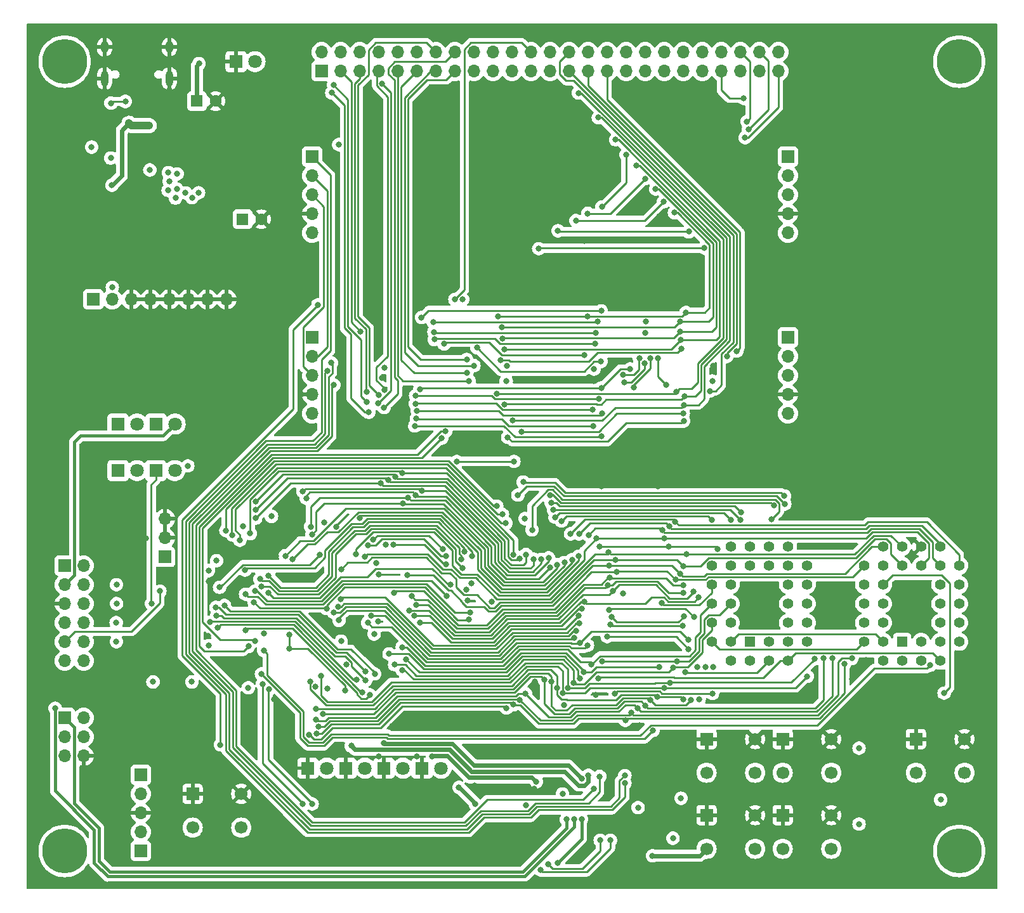
<source format=gbr>
G04 #@! TF.GenerationSoftware,KiCad,Pcbnew,7.0.7*
G04 #@! TF.CreationDate,2023-11-19T17:38:18+09:00*
G04 #@! TF.ProjectId,Pixy-68000,50697879-2d36-4383-9030-302e6b696361,rev?*
G04 #@! TF.SameCoordinates,Original*
G04 #@! TF.FileFunction,Copper,L4,Bot*
G04 #@! TF.FilePolarity,Positive*
%FSLAX46Y46*%
G04 Gerber Fmt 4.6, Leading zero omitted, Abs format (unit mm)*
G04 Created by KiCad (PCBNEW 7.0.7) date 2023-11-19 17:38:18*
%MOMM*%
%LPD*%
G01*
G04 APERTURE LIST*
G04 #@! TA.AperFunction,ComponentPad*
%ADD10R,1.800000X1.800000*%
G04 #@! TD*
G04 #@! TA.AperFunction,ComponentPad*
%ADD11C,1.800000*%
G04 #@! TD*
G04 #@! TA.AperFunction,ComponentPad*
%ADD12R,1.700000X1.700000*%
G04 #@! TD*
G04 #@! TA.AperFunction,ComponentPad*
%ADD13C,1.700000*%
G04 #@! TD*
G04 #@! TA.AperFunction,ComponentPad*
%ADD14C,6.000000*%
G04 #@! TD*
G04 #@! TA.AperFunction,ComponentPad*
%ADD15O,1.700000X1.700000*%
G04 #@! TD*
G04 #@! TA.AperFunction,ComponentPad*
%ADD16O,1.000000X2.100000*%
G04 #@! TD*
G04 #@! TA.AperFunction,ComponentPad*
%ADD17O,1.000000X1.600000*%
G04 #@! TD*
G04 #@! TA.AperFunction,ComponentPad*
%ADD18R,1.600000X1.600000*%
G04 #@! TD*
G04 #@! TA.AperFunction,ComponentPad*
%ADD19C,1.600000*%
G04 #@! TD*
G04 #@! TA.AperFunction,ComponentPad*
%ADD20R,1.422400X1.422400*%
G04 #@! TD*
G04 #@! TA.AperFunction,ComponentPad*
%ADD21C,1.422400*%
G04 #@! TD*
G04 #@! TA.AperFunction,ViaPad*
%ADD22C,0.800000*%
G04 #@! TD*
G04 #@! TA.AperFunction,Conductor*
%ADD23C,0.250000*%
G04 #@! TD*
G04 #@! TA.AperFunction,Conductor*
%ADD24C,0.400000*%
G04 #@! TD*
G04 #@! TA.AperFunction,Conductor*
%ADD25C,0.600000*%
G04 #@! TD*
G04 #@! TA.AperFunction,Conductor*
%ADD26C,1.000000*%
G04 #@! TD*
G04 APERTURE END LIST*
D10*
X68018960Y-124830501D03*
D11*
X70558960Y-124830501D03*
D10*
X37596046Y-78870000D03*
D11*
X40136046Y-78870000D03*
D10*
X62938960Y-124830501D03*
D11*
X65478960Y-124830501D03*
D12*
X126290000Y-120940000D03*
D13*
X132790000Y-120940000D03*
X126290000Y-125440000D03*
X132790000Y-125440000D03*
D14*
X149860000Y-30480000D03*
D12*
X64770000Y-31750000D03*
D15*
X64770000Y-29210000D03*
X67310000Y-31750000D03*
X67310000Y-29210000D03*
X69850000Y-31750000D03*
X69850000Y-29210000D03*
X72390000Y-31750000D03*
X72390000Y-29210000D03*
X74930000Y-31750000D03*
X74930000Y-29210000D03*
X77470000Y-31750000D03*
X77470000Y-29210000D03*
X80010000Y-31750000D03*
X80010000Y-29210000D03*
X82550000Y-31750000D03*
X82550000Y-29210000D03*
X85090000Y-31750000D03*
X85090000Y-29210000D03*
X87630000Y-31750000D03*
X87630000Y-29210000D03*
X90170000Y-31750000D03*
X90170000Y-29210000D03*
X92710000Y-31750000D03*
X92710000Y-29210000D03*
X95250000Y-31750000D03*
X95250000Y-29210000D03*
X97790000Y-31750000D03*
X97790000Y-29210000D03*
X100330000Y-31750000D03*
X100330000Y-29210000D03*
X102870000Y-31750000D03*
X102870000Y-29210000D03*
X105410000Y-31750000D03*
X105410000Y-29210000D03*
X107950000Y-31750000D03*
X107950000Y-29210000D03*
X110490000Y-31750000D03*
X110490000Y-29210000D03*
X113030000Y-31750000D03*
X113030000Y-29210000D03*
X115570000Y-31750000D03*
X115570000Y-29210000D03*
X118110000Y-31750000D03*
X118110000Y-29210000D03*
X120650000Y-31750000D03*
X120650000Y-29210000D03*
X123190000Y-31750000D03*
X123190000Y-29210000D03*
X125730000Y-31750000D03*
X125730000Y-29210000D03*
D12*
X30480000Y-118110000D03*
D15*
X33020000Y-118110000D03*
X30480000Y-120650000D03*
X33020000Y-120650000D03*
X30480000Y-123190000D03*
X33020000Y-123190000D03*
D10*
X73098960Y-124830501D03*
D11*
X75638960Y-124830501D03*
D16*
X44446384Y-32724319D03*
D17*
X44446384Y-28544319D03*
D16*
X35806384Y-32724319D03*
D17*
X35806384Y-28544319D03*
D10*
X53340000Y-30475364D03*
D11*
X55880000Y-30475364D03*
D12*
X40640000Y-135890000D03*
X40640000Y-125730000D03*
D15*
X40640000Y-133350000D03*
X40640000Y-130810000D03*
X40640000Y-128270000D03*
D10*
X42676046Y-78870000D03*
D11*
X45216046Y-78870000D03*
D14*
X149860000Y-135890000D03*
D10*
X78178960Y-124830501D03*
D11*
X80718960Y-124830501D03*
D10*
X37596046Y-85090000D03*
D11*
X40136046Y-85090000D03*
D18*
X54222834Y-51527438D03*
D19*
X56722834Y-51527438D03*
D12*
X127000000Y-43180000D03*
D15*
X127000000Y-45720000D03*
X127000000Y-48260000D03*
X127000000Y-50800000D03*
X127000000Y-53340000D03*
D12*
X116130000Y-120940000D03*
D13*
X122630000Y-120940000D03*
X116130000Y-125440000D03*
X122630000Y-125440000D03*
D12*
X63500000Y-67310000D03*
D15*
X63500000Y-69850000D03*
X63500000Y-72390000D03*
X63500000Y-74930000D03*
X63500000Y-77470000D03*
D20*
X121920000Y-107950000D03*
D21*
X124460000Y-110490000D03*
X124460000Y-107950000D03*
X127000000Y-110490000D03*
X129540000Y-107950000D03*
X127000000Y-107950000D03*
X129540000Y-105410000D03*
X127000000Y-105410000D03*
X129540000Y-102870000D03*
X127000000Y-102870000D03*
X129540000Y-100330000D03*
X127000000Y-100330000D03*
X129540000Y-97790000D03*
X127000000Y-95250000D03*
X127000000Y-97790000D03*
X124460000Y-95250000D03*
X124460000Y-97790000D03*
X121920000Y-95250000D03*
X121920000Y-97790000D03*
X119380000Y-95250000D03*
X116840000Y-97790000D03*
X119380000Y-97790000D03*
X116840000Y-100330000D03*
X119380000Y-100330000D03*
X116840000Y-102870000D03*
X119380000Y-102870000D03*
X116840000Y-105410000D03*
X119380000Y-105410000D03*
X116840000Y-107950000D03*
X119380000Y-110490000D03*
X119380000Y-107950000D03*
X121920000Y-110490000D03*
D12*
X126290000Y-131100000D03*
D13*
X132790000Y-131100000D03*
X126290000Y-135600000D03*
X132790000Y-135600000D03*
D12*
X144070000Y-120940000D03*
D13*
X150570000Y-120940000D03*
X144070000Y-125440000D03*
X150570000Y-125440000D03*
D12*
X127000000Y-67310000D03*
D15*
X127000000Y-69850000D03*
X127000000Y-72390000D03*
X127000000Y-74930000D03*
X127000000Y-77470000D03*
D10*
X42637252Y-85090000D03*
D11*
X45177252Y-85090000D03*
D12*
X47550000Y-128270000D03*
D13*
X54050000Y-128270000D03*
X47550000Y-132770000D03*
X54050000Y-132770000D03*
D18*
X48116413Y-35745747D03*
D19*
X50616413Y-35745747D03*
D14*
X30480000Y-30480000D03*
D12*
X116130000Y-131100000D03*
D13*
X122630000Y-131100000D03*
X116130000Y-135600000D03*
X122630000Y-135600000D03*
D12*
X43871871Y-96628895D03*
D15*
X43871871Y-94088895D03*
X43871871Y-91548895D03*
D12*
X34290000Y-62230000D03*
D15*
X36830000Y-62230000D03*
X39370000Y-62230000D03*
X41910000Y-62230000D03*
X44450000Y-62230000D03*
X46990000Y-62230000D03*
X49530000Y-62230000D03*
X52070000Y-62230000D03*
D20*
X142240000Y-107950000D03*
D21*
X144780000Y-110490000D03*
X144780000Y-107950000D03*
X147320000Y-110490000D03*
X149860000Y-107950000D03*
X147320000Y-107950000D03*
X149860000Y-105410000D03*
X147320000Y-105410000D03*
X149860000Y-102870000D03*
X147320000Y-102870000D03*
X149860000Y-100330000D03*
X147320000Y-100330000D03*
X149860000Y-97790000D03*
X147320000Y-95250000D03*
X147320000Y-97790000D03*
X144780000Y-95250000D03*
X144780000Y-97790000D03*
X142240000Y-95250000D03*
X142240000Y-97790000D03*
X139700000Y-95250000D03*
X137160000Y-97790000D03*
X139700000Y-97790000D03*
X137160000Y-100330000D03*
X139700000Y-100330000D03*
X137160000Y-102870000D03*
X139700000Y-102870000D03*
X137160000Y-105410000D03*
X139700000Y-105410000D03*
X137160000Y-107950000D03*
X139700000Y-110490000D03*
X139700000Y-107950000D03*
X142240000Y-110490000D03*
D14*
X30480000Y-135890000D03*
D12*
X30480000Y-97790000D03*
D15*
X33020000Y-97790000D03*
X30480000Y-100330000D03*
X33020000Y-100330000D03*
X30480000Y-102870000D03*
X33020000Y-102870000D03*
X30480000Y-105410000D03*
X33020000Y-105410000D03*
X30480000Y-107950000D03*
X33020000Y-107950000D03*
X30480000Y-110490000D03*
X33020000Y-110490000D03*
D12*
X63500000Y-43180000D03*
D15*
X63500000Y-45720000D03*
X63500000Y-48260000D03*
X63500000Y-50800000D03*
X63500000Y-53340000D03*
D22*
X97783715Y-86775539D03*
X122137169Y-81383160D03*
X88720060Y-62511590D03*
X96225776Y-126885988D03*
X142212458Y-56008964D03*
X129888714Y-77658785D03*
X116987500Y-71106683D03*
X35503320Y-110095290D03*
X81280000Y-35560000D03*
X137160000Y-139700000D03*
X97844274Y-57408490D03*
X53795596Y-136311665D03*
X125417621Y-115153153D03*
X128950050Y-33517373D03*
X105410000Y-108426004D03*
X99240444Y-48248057D03*
X81812866Y-48047517D03*
X135586327Y-112941609D03*
X124460000Y-50800000D03*
X133992305Y-137995151D03*
X115051773Y-43388480D03*
X58501149Y-40076520D03*
X138430000Y-81716234D03*
X145363928Y-122989991D03*
X102688711Y-119433259D03*
X92817882Y-41982109D03*
X78422899Y-130538379D03*
X30863943Y-113798203D03*
X143122756Y-68496157D03*
X35448378Y-54053524D03*
X35284746Y-126386388D03*
X96996449Y-62249168D03*
X93564776Y-52095452D03*
X55440816Y-40364103D03*
X31365805Y-45286105D03*
X49861406Y-26733367D03*
X138912505Y-114820784D03*
X103294579Y-45127136D03*
X81170379Y-42708816D03*
X35428192Y-39571863D03*
X125255955Y-57886291D03*
X35845761Y-26846570D03*
X84955424Y-121972314D03*
X32522012Y-73049641D03*
X63731263Y-56278815D03*
X91263536Y-34125595D03*
X94049247Y-36891120D03*
X38841820Y-26624027D03*
X116725166Y-34792920D03*
X153917226Y-76396035D03*
X139123952Y-72904908D03*
X140593496Y-126183340D03*
X27028544Y-133003462D03*
X101089538Y-73158509D03*
X59098629Y-123152794D03*
X60009505Y-91433832D03*
X50565786Y-124327384D03*
X85994908Y-46665333D03*
X109612895Y-87199452D03*
X127088585Y-123393717D03*
X153849939Y-63054227D03*
X42490189Y-64527395D03*
X76253748Y-26708096D03*
X27608137Y-34860043D03*
X154010398Y-102363951D03*
X31653351Y-79060330D03*
X117019939Y-78446052D03*
X119957047Y-75175869D03*
X80446817Y-69272179D03*
X53419546Y-125871217D03*
X119139502Y-49777449D03*
X41306617Y-94108034D03*
X87428136Y-81749147D03*
X130027947Y-27202866D03*
X133825045Y-46561769D03*
X38918282Y-98327412D03*
X26876854Y-81055820D03*
X88398650Y-51635634D03*
X147390248Y-39234137D03*
X55752187Y-122758039D03*
X153876854Y-56118210D03*
X58391717Y-115648297D03*
X153532656Y-139327448D03*
X26754015Y-67409462D03*
X42935359Y-126400185D03*
X107533705Y-48013779D03*
X27694692Y-128481728D03*
X78031741Y-37715845D03*
X77910623Y-45447203D03*
X39503686Y-120794779D03*
X41017659Y-117686087D03*
X72312225Y-62739818D03*
X105151719Y-80961880D03*
X98527133Y-40417090D03*
X83535583Y-136403013D03*
X96552350Y-36023109D03*
X129767596Y-50649497D03*
X147449847Y-120823327D03*
X140002057Y-27976230D03*
X67173155Y-122668322D03*
X134620000Y-30480000D03*
X107750096Y-135397845D03*
X49538425Y-64469662D03*
X90758878Y-58813457D03*
X153890311Y-48011386D03*
X60136240Y-47424339D03*
X61062669Y-137098931D03*
X31411115Y-52943277D03*
X143453917Y-30035234D03*
X120978861Y-122451689D03*
X137444346Y-110421419D03*
X71631275Y-54610000D03*
X92232479Y-62572149D03*
X93928129Y-85584547D03*
X142240000Y-83820000D03*
X70983909Y-35560000D03*
X114982455Y-61344821D03*
X36679743Y-49491417D03*
X106982729Y-128377726D03*
X72231479Y-68463759D03*
X116107230Y-128305721D03*
X133350000Y-95250000D03*
X149183872Y-80246458D03*
X146602982Y-34001844D03*
X153264465Y-27249522D03*
X97435920Y-26667723D03*
X108078735Y-65216556D03*
X153573029Y-120325398D03*
X35560000Y-101600000D03*
X81755782Y-60270909D03*
X56845871Y-26814112D03*
X86537797Y-134373779D03*
X43862899Y-89520507D03*
X153815265Y-110649425D03*
X119048733Y-26479318D03*
X128730405Y-131172177D03*
X86216958Y-56047932D03*
X42854614Y-117686087D03*
X145054405Y-138923722D03*
X137821935Y-51255087D03*
X130048063Y-70720785D03*
X93987542Y-91641781D03*
X89162018Y-136473156D03*
X121920000Y-102870000D03*
X44377426Y-30227540D03*
X153917226Y-40838516D03*
X40595888Y-75608470D03*
X42266917Y-122069569D03*
X104021286Y-54332095D03*
X118218047Y-115623259D03*
X42794055Y-130659497D03*
X85205500Y-127187451D03*
X63952056Y-113979484D03*
X112810132Y-131360583D03*
X129010609Y-59945295D03*
X68617160Y-130342502D03*
X101578742Y-40403539D03*
X143870141Y-133163893D03*
X118806427Y-46840340D03*
X56859188Y-35763101D03*
X53761164Y-48005897D03*
X102090129Y-87183751D03*
X127801835Y-139677344D03*
X27244783Y-26957102D03*
X146542423Y-27188963D03*
X128864981Y-120473431D03*
X144780000Y-100330000D03*
X78588102Y-55950459D03*
X46629454Y-117746646D03*
X135230398Y-120406143D03*
X74212525Y-119206912D03*
X50283622Y-77291576D03*
X142520088Y-44647731D03*
X133340573Y-90769796D03*
X125783204Y-127565556D03*
X152792492Y-132383356D03*
X26682244Y-55718448D03*
X140766995Y-136433292D03*
X109518581Y-57040520D03*
X125619308Y-39088795D03*
X148755229Y-117768465D03*
X52081901Y-64550407D03*
X109170897Y-26627351D03*
X45900623Y-28519446D03*
X139086485Y-33195436D03*
X72349269Y-105221379D03*
X38456139Y-95043853D03*
X49437494Y-59968114D03*
X105018215Y-133756025D03*
X42671866Y-105913376D03*
X27020925Y-44498447D03*
X34348978Y-28537055D03*
X153876854Y-69325442D03*
X35791324Y-34388030D03*
X55168265Y-118836707D03*
X114195189Y-56823087D03*
X72355290Y-98965538D03*
X109855131Y-51102285D03*
X57878646Y-44170284D03*
X130217645Y-114034769D03*
X26742278Y-88045668D03*
X32092500Y-66809730D03*
X43379458Y-136230920D03*
X83617408Y-82644073D03*
X39362381Y-114565283D03*
X152568037Y-34274360D03*
X46994950Y-75709402D03*
X154046844Y-85169695D03*
X85550809Y-61845441D03*
X52094018Y-40340280D03*
X72390000Y-123245790D03*
X33528537Y-139543828D03*
X34601665Y-113459675D03*
X107228456Y-119122158D03*
X138972555Y-60853679D03*
X62041594Y-74930000D03*
X35560000Y-123190000D03*
X40391883Y-111678640D03*
X42281406Y-35941427D03*
X108775885Y-124920122D03*
X154101236Y-93643463D03*
X33179559Y-34526969D03*
X142303297Y-89255823D03*
X67907971Y-26894857D03*
X72805734Y-72726388D03*
X39370000Y-90170000D03*
X65618330Y-105078047D03*
X26742278Y-74367422D03*
X123075833Y-86258155D03*
X139846336Y-120729124D03*
X74082841Y-130639311D03*
X93246917Y-113304870D03*
X57905059Y-42647087D03*
X37166452Y-28528251D03*
X66709188Y-92586073D03*
X53748722Y-40354150D03*
X153519199Y-128642159D03*
X45822002Y-130625514D03*
X142969445Y-76780681D03*
X142916127Y-49338209D03*
X63065883Y-61835079D03*
X27940000Y-39370000D03*
X34036904Y-88770211D03*
X29652764Y-131428929D03*
X46508337Y-126023035D03*
X52102823Y-48026703D03*
X82969062Y-26600436D03*
X90853125Y-117868544D03*
X72288401Y-81789520D03*
X26709159Y-62784555D03*
X133925017Y-127390608D03*
X57713479Y-32109878D03*
X40979428Y-87251936D03*
X49665343Y-99882544D03*
X63262977Y-99296355D03*
X134067281Y-39658049D03*
X131152763Y-129274664D03*
X89472365Y-71106683D03*
X149304406Y-55977886D03*
X119808055Y-129960998D03*
X118533912Y-40640000D03*
X142240000Y-102870000D03*
X60782202Y-28166595D03*
X127133282Y-83169649D03*
X149267575Y-88831910D03*
X49644384Y-107184131D03*
X93151631Y-127618169D03*
X41968557Y-60069046D03*
X149253158Y-129530357D03*
X49859265Y-117645714D03*
X57887450Y-45693481D03*
X47035322Y-64530221D03*
X26778690Y-49686329D03*
X96067879Y-46524029D03*
X152121797Y-114859169D03*
X140395690Y-39930565D03*
X129676757Y-88619954D03*
X122028549Y-127565556D03*
X143750620Y-112986309D03*
X87769232Y-86085746D03*
X47881006Y-135504213D03*
X133946163Y-61701504D03*
X70844009Y-48307551D03*
X124460000Y-74930000D03*
X56389177Y-129280461D03*
X66876327Y-137179677D03*
X54610000Y-62230000D03*
X99842719Y-54392654D03*
X80019759Y-51913775D03*
X151863921Y-122801586D03*
X125467911Y-62337373D03*
X103284597Y-124138979D03*
X133157937Y-123205312D03*
X60154285Y-120411239D03*
X52281622Y-110701622D03*
X146635448Y-64887038D03*
X79553332Y-135706076D03*
X44370729Y-59968114D03*
X51960783Y-59907555D03*
X149287187Y-47092841D03*
X44450000Y-34290000D03*
X45891819Y-32710439D03*
X130282347Y-42474040D03*
X31411115Y-58676190D03*
X86360000Y-35560000D03*
X92795554Y-134777505D03*
X121342215Y-133984803D03*
X47862961Y-39006646D03*
X145705618Y-58688169D03*
X41445855Y-26775425D03*
X102296928Y-59947349D03*
X89305464Y-43180000D03*
X60960000Y-50800000D03*
X41294457Y-30984271D03*
X108867073Y-133621450D03*
X26871863Y-92977635D03*
X34295617Y-129390112D03*
X110245289Y-61491602D03*
X60320585Y-133168586D03*
X84248949Y-102419000D03*
X118352235Y-86076478D03*
X55440816Y-47993455D03*
X61628647Y-122847756D03*
X71964349Y-41555229D03*
X139033114Y-87075701D03*
X85692113Y-40246086D03*
X44451474Y-64469662D03*
X35560000Y-104140000D03*
X60216985Y-42579623D03*
X46994950Y-59988301D03*
X139700000Y-67310000D03*
X34331368Y-32736853D03*
X61816514Y-32668143D03*
X117224206Y-133702195D03*
X50800000Y-92710000D03*
X77470000Y-123245790D03*
X133643368Y-66788455D03*
X134862499Y-72428547D03*
X140640331Y-131414413D03*
X111167242Y-54291723D03*
X58650198Y-96471802D03*
X30880572Y-42474243D03*
X95205141Y-83516982D03*
X38720702Y-31014551D03*
X68225112Y-81880990D03*
X70853031Y-134777505D03*
X34136268Y-92924290D03*
X43074344Y-28537055D03*
X136441753Y-77250338D03*
X39370000Y-60615014D03*
X133350000Y-100330000D03*
X44483082Y-26828961D03*
X135997478Y-128628702D03*
X90170000Y-48260000D03*
X131796320Y-82594339D03*
X67473112Y-106362654D03*
X27190034Y-139564014D03*
X124460000Y-100330000D03*
X101362755Y-115040896D03*
X44431288Y-43205399D03*
X96857813Y-140031933D03*
X74391183Y-135888262D03*
X70122626Y-78314741D03*
X134620000Y-86360000D03*
X36051826Y-131772097D03*
X56197767Y-134656388D03*
X35854566Y-30253954D03*
X149373282Y-74340313D03*
X138124730Y-43291586D03*
X108684325Y-84615604D03*
X114260446Y-122452069D03*
X27432270Y-123576453D03*
X32501176Y-37371554D03*
X133350000Y-55880000D03*
X51154442Y-100676473D03*
X43180000Y-101195498D03*
X64486062Y-96369982D03*
X41778162Y-39022178D03*
X67047538Y-41559842D03*
X36771553Y-46990641D03*
X48391099Y-30749490D03*
X39058023Y-38705734D03*
X64277176Y-62960061D03*
X51265500Y-121711554D03*
X89421597Y-116808781D03*
X63057668Y-120348496D03*
X105307160Y-118449869D03*
X134561293Y-110902800D03*
X64080139Y-120222911D03*
X102075382Y-63760268D03*
X78093681Y-64649806D03*
X90373062Y-116358781D03*
X101599187Y-65215454D03*
X91207126Y-115701242D03*
X79655500Y-65243783D03*
X64338988Y-119257508D03*
X135520818Y-110178300D03*
X106093138Y-117450869D03*
X101371348Y-66698969D03*
X132887542Y-110178300D03*
X91974406Y-114901925D03*
X63970960Y-118328229D03*
X79771179Y-66586335D03*
X106928363Y-116804152D03*
X36632400Y-43363318D03*
X147375237Y-129043702D03*
X73157258Y-71330286D03*
X54245516Y-92541511D03*
X54970766Y-114099409D03*
X36830000Y-60621512D03*
X136488353Y-132299254D03*
X48350044Y-47998619D03*
X44416313Y-46471710D03*
X37392518Y-100330000D03*
X47455175Y-113312984D03*
X136486689Y-122157683D03*
X116898932Y-73143748D03*
X44294571Y-47677986D03*
X44312514Y-45309459D03*
X49675184Y-98445774D03*
X49704707Y-108457898D03*
X37346118Y-105400227D03*
X42266917Y-113312984D03*
X101109050Y-71544653D03*
X68052144Y-111023787D03*
X97126950Y-116375869D03*
X87490561Y-102633851D03*
X45442879Y-47489649D03*
X107002411Y-130099882D03*
X71779298Y-106916465D03*
X46898338Y-84465804D03*
X84740437Y-100144664D03*
X46598844Y-48007245D03*
X92014732Y-129765292D03*
X58071619Y-91205054D03*
X72088214Y-97433529D03*
X34078132Y-41901918D03*
X111660259Y-134173961D03*
X104989474Y-101538833D03*
X37382110Y-107935465D03*
X65528862Y-114185297D03*
X65107515Y-92037223D03*
X96913029Y-128270000D03*
X45477385Y-45471024D03*
X89398558Y-73143748D03*
X37405163Y-102861277D03*
X112724268Y-128858546D03*
X47465579Y-48650790D03*
X45263514Y-48691788D03*
X91907833Y-91513194D03*
X41843996Y-44936378D03*
X94488070Y-113017861D03*
X79801027Y-67585392D03*
X131712818Y-110178300D03*
X107952042Y-116457271D03*
X101283242Y-68148469D03*
X64911526Y-117620209D03*
X115975973Y-111304034D03*
X81119706Y-68172120D03*
X114022957Y-115765076D03*
X64001223Y-116873279D03*
X108666278Y-115747421D03*
X99815834Y-69626695D03*
X95462111Y-113242025D03*
X72420151Y-75020453D03*
X114866326Y-111303637D03*
X96186611Y-114130009D03*
X77302586Y-75101086D03*
X63227556Y-113232287D03*
X113030000Y-115650869D03*
X109586621Y-115298339D03*
X101793834Y-75527444D03*
X64727038Y-112511135D03*
X110490000Y-114151815D03*
X77280425Y-76147846D03*
X96976233Y-114827248D03*
X73105401Y-76670000D03*
X129556224Y-112565264D03*
X100929245Y-76976444D03*
X77511351Y-77120306D03*
X111235296Y-113402512D03*
X97636111Y-114076537D03*
X72270047Y-76121194D03*
X72840500Y-33404505D03*
X130555210Y-110235210D03*
X102195516Y-77421185D03*
X75516885Y-111737224D03*
X74506699Y-111012724D03*
X101034708Y-79150444D03*
X111685796Y-111419809D03*
X77407885Y-78151376D03*
X98395558Y-113426733D03*
X66363728Y-33622240D03*
X70775330Y-75956092D03*
X112223832Y-110577477D03*
X102212282Y-110577977D03*
X71059087Y-77309985D03*
X76036646Y-110288451D03*
X102104411Y-80498428D03*
X77193227Y-79127556D03*
X99230275Y-112876958D03*
X66135500Y-34654948D03*
X73764365Y-109563951D03*
X82550000Y-62230000D03*
X89601683Y-80646127D03*
X110150500Y-102777168D03*
X109786296Y-111315652D03*
X113082166Y-78468141D03*
X99730101Y-112011407D03*
X91440000Y-79874944D03*
X83571873Y-62232726D03*
X113030000Y-77470000D03*
X100787414Y-110989460D03*
X75528937Y-108674500D03*
X70922067Y-105418429D03*
X113151652Y-76321652D03*
X101649261Y-112813913D03*
X100249198Y-108418560D03*
X90273692Y-78425944D03*
X99040699Y-34661694D03*
X99223231Y-108074144D03*
X71387466Y-104494500D03*
X113741346Y-107654527D03*
X89166592Y-76251944D03*
X113237987Y-75210719D03*
X98427671Y-107469090D03*
X67085449Y-105094500D03*
X112124149Y-74558935D03*
X113743318Y-108926884D03*
X88175782Y-74802944D03*
X102870000Y-107270000D03*
X101701401Y-37958791D03*
X117037777Y-111304002D03*
X112703546Y-67657261D03*
X98749114Y-106511250D03*
X103927515Y-114847421D03*
X116917482Y-114852012D03*
X66369420Y-104028742D03*
X71665013Y-94339801D03*
X89122308Y-68901297D03*
X104011982Y-40905770D03*
X80912659Y-95601649D03*
X113320634Y-112028137D03*
X112949500Y-105794876D03*
X70958258Y-95065309D03*
X103299038Y-105660071D03*
X66986128Y-103242182D03*
X81325827Y-96530834D03*
X112636016Y-66539688D03*
X106782888Y-44313070D03*
X88900000Y-67451797D03*
X99131248Y-105513431D03*
X81371835Y-97587021D03*
X74361255Y-94949902D03*
X103478039Y-104676728D03*
X88847915Y-65968283D03*
X113097748Y-104560621D03*
X109334536Y-47501114D03*
X67310000Y-102296607D03*
X112614978Y-65215454D03*
X99096815Y-104502555D03*
X100258295Y-64506443D03*
X111855000Y-50657976D03*
X77904954Y-105355973D03*
X113389948Y-63981688D03*
X99513630Y-103522171D03*
X88303053Y-64506910D03*
X103161970Y-103728517D03*
X114446079Y-104635235D03*
X115069390Y-102052668D03*
X77129572Y-104494956D03*
X99814997Y-102569185D03*
X76450915Y-103761179D03*
X114397238Y-101257361D03*
X103596326Y-101197676D03*
X113005920Y-101418830D03*
X102974685Y-100415008D03*
X121528654Y-38491349D03*
X77403141Y-103036679D03*
X76811049Y-101862732D03*
X121729295Y-39516302D03*
X113030000Y-100377395D03*
X103244005Y-99371435D03*
X54610000Y-101600000D03*
X84580492Y-104017992D03*
X55893676Y-101169146D03*
X81439411Y-101824847D03*
X42057534Y-102852056D03*
X50746482Y-97123681D03*
X84076930Y-100969500D03*
X57079329Y-106853728D03*
X67358198Y-107874500D03*
X121106797Y-35383900D03*
X54610000Y-106403728D03*
X71186379Y-115039937D03*
X70223418Y-114688666D03*
X50928588Y-106053837D03*
X49912236Y-105324471D03*
X69405824Y-113014569D03*
X53845950Y-94394492D03*
X105392038Y-42922221D03*
X89368000Y-92120390D03*
X102191711Y-49876309D03*
X100286711Y-50756711D03*
X88900000Y-90960404D03*
X52867488Y-93687006D03*
X107928765Y-46095343D03*
X88135297Y-89837130D03*
X98698512Y-51708512D03*
X52003529Y-93093757D03*
X110401780Y-49204754D03*
X77876207Y-74204739D03*
X102075382Y-74078444D03*
X54541038Y-98379870D03*
X105951448Y-71529514D03*
X111107189Y-95250000D03*
X107950000Y-66698969D03*
X84871581Y-96520000D03*
X117628768Y-95538741D03*
X101833771Y-95252575D03*
X83850350Y-95888548D03*
X57696650Y-99104370D03*
X113754133Y-53193503D03*
X96302272Y-53080152D03*
X50744670Y-104495368D03*
X70653877Y-113099786D03*
X73361752Y-94949902D03*
X93743000Y-55456686D03*
X115813550Y-55377274D03*
X121279295Y-40640000D03*
X90428230Y-83869969D03*
X84452621Y-105009281D03*
X65410915Y-103501677D03*
X55745154Y-102645499D03*
X82806095Y-83871533D03*
X81985361Y-100347950D03*
X57655316Y-101421445D03*
X83531377Y-98078623D03*
X56732381Y-100554256D03*
X96272317Y-137449729D03*
X99445626Y-131660498D03*
X108916999Y-136536964D03*
X88668693Y-70333999D03*
X67885912Y-114428314D03*
X60473461Y-107015863D03*
X112814490Y-68792803D03*
X60474346Y-108830947D03*
X147834661Y-114814661D03*
X55867777Y-107828414D03*
X80790404Y-80752541D03*
X102065665Y-70503855D03*
X85505500Y-68680401D03*
X55011800Y-108559579D03*
X81295592Y-79852056D03*
X56735499Y-112258970D03*
X115142773Y-115631293D03*
X108978863Y-119812507D03*
X57046327Y-109114105D03*
X145944630Y-111091312D03*
X83435270Y-96957918D03*
X56532091Y-99574681D03*
X71845839Y-112240437D03*
X51800698Y-103094498D03*
X50646917Y-103357669D03*
X70644298Y-111937561D03*
X74418025Y-101412732D03*
X120154376Y-69143423D03*
X112000328Y-99652895D03*
X104131878Y-98646935D03*
X103156023Y-97797649D03*
X118834500Y-69850000D03*
X112588524Y-98844791D03*
X76200000Y-99043078D03*
X116590171Y-74459735D03*
X113033602Y-97858615D03*
X67356177Y-98259951D03*
X103978820Y-97010700D03*
X70549432Y-96617038D03*
X103066903Y-95977075D03*
X113483602Y-96286200D03*
X109612218Y-70075797D03*
X110735076Y-73660000D03*
X101410218Y-94122344D03*
X110510525Y-94139848D03*
X69375983Y-96259371D03*
X108612715Y-70075797D03*
X106410137Y-74003118D03*
X69877582Y-91467582D03*
X110208864Y-93072758D03*
X105164720Y-73278618D03*
X107870306Y-70782215D03*
X99060000Y-96520000D03*
X100404811Y-93700290D03*
X111185002Y-92555342D03*
X104976678Y-72296964D03*
X98180934Y-96995999D03*
X99120324Y-93539934D03*
X60908607Y-96921800D03*
X107163215Y-70075797D03*
X111950500Y-91912677D03*
X59909112Y-96471802D03*
X97170210Y-97370328D03*
X97984102Y-93540498D03*
X116840000Y-91654387D03*
X84125212Y-70270000D03*
X96780000Y-91833316D03*
X63494729Y-93588274D03*
X96212104Y-97654998D03*
X75603429Y-89441047D03*
X95919036Y-91325629D03*
X119380000Y-91654387D03*
X85090000Y-71070000D03*
X63297937Y-92593283D03*
X95267755Y-97999990D03*
X76328416Y-88716547D03*
X77290294Y-88354500D03*
X95698767Y-90350700D03*
X120650000Y-91654387D03*
X95060874Y-96756324D03*
X62731046Y-88787829D03*
X84131256Y-72078744D03*
X84455770Y-73118436D03*
X95380126Y-89403350D03*
X94081201Y-96954431D03*
X62262828Y-87904779D03*
X120742978Y-90659218D03*
X78168770Y-87816547D03*
X72645197Y-86794500D03*
X93014281Y-96905849D03*
X124771700Y-91602175D03*
X73156758Y-74283846D03*
X55949658Y-91450444D03*
X92849824Y-93004423D03*
X55949658Y-90293815D03*
X95260154Y-88411074D03*
X92022864Y-96309001D03*
X73638075Y-86344500D03*
X70742178Y-74598605D03*
X125117883Y-89760006D03*
X91206635Y-96885868D03*
X69932978Y-66513267D03*
X126567383Y-89553993D03*
X55949658Y-89262719D03*
X74584737Y-85894500D03*
X90953645Y-88361757D03*
X126533073Y-88488897D03*
X55235500Y-93490714D03*
X75495216Y-85444500D03*
X90371081Y-96318919D03*
X91666933Y-86625261D03*
X36657588Y-36022019D03*
X38575884Y-35800599D03*
X97446620Y-131660498D03*
X105235524Y-126816287D03*
X66057943Y-70711282D03*
X101860000Y-125934316D03*
X101128618Y-127558253D03*
X66394500Y-73660000D03*
X65494500Y-71763622D03*
X105235524Y-125816784D03*
X98446123Y-131660498D03*
X29206088Y-116836088D03*
X93980000Y-138430000D03*
X56879017Y-113589436D03*
X103310000Y-134457095D03*
X62230000Y-129601310D03*
X57735500Y-114301353D03*
X101938275Y-134456595D03*
X94968242Y-137623140D03*
X63500000Y-129601310D03*
X100359500Y-125789580D03*
X68719566Y-121850752D03*
X99459500Y-126249605D03*
X73085945Y-121446790D03*
X93413054Y-126653460D03*
X79541888Y-123245790D03*
X85262339Y-129601310D03*
X83085319Y-127402310D03*
D23*
X113412164Y-116375869D02*
X114022957Y-115765076D01*
X109294726Y-116375869D02*
X113412164Y-116375869D01*
X108666278Y-115747421D02*
X109294726Y-116375869D01*
X95462111Y-116547299D02*
X95462111Y-113242025D01*
X96015681Y-117100869D02*
X95462111Y-116547299D01*
X97453356Y-117100869D02*
X96015681Y-117100869D01*
X104061268Y-116375369D02*
X98178856Y-116375369D01*
X104963716Y-115472921D02*
X104061268Y-116375369D01*
X108391778Y-115472921D02*
X104963716Y-115472921D01*
X108666278Y-115747421D02*
X108391778Y-115472921D01*
X98178856Y-116375369D02*
X97453356Y-117100869D01*
X131712818Y-115751287D02*
X131712818Y-110178300D01*
X130638236Y-116825869D02*
X131712818Y-115751287D01*
X108320640Y-116825869D02*
X130638236Y-116825869D01*
X107952042Y-116457271D02*
X108320640Y-116825869D01*
D24*
X43632663Y-80453383D02*
X45216046Y-78870000D01*
X31750000Y-81280000D02*
X32576617Y-80453383D01*
X31750000Y-99060000D02*
X31750000Y-81280000D01*
X32576617Y-80453383D02*
X43632663Y-80453383D01*
X30480000Y-100330000D02*
X31750000Y-99060000D01*
D23*
X31845000Y-106585000D02*
X30480000Y-107950000D01*
X54240733Y-97654870D02*
X63201174Y-97654870D01*
X43180000Y-102794192D02*
X39389192Y-106585000D01*
X51219130Y-100676473D02*
X54240733Y-97654870D01*
X39389192Y-106585000D02*
X31845000Y-106585000D01*
X43180000Y-101195498D02*
X43180000Y-102794192D01*
X51154442Y-100676473D02*
X51219130Y-100676473D01*
X63201174Y-97654870D02*
X64486062Y-96369982D01*
D25*
X39058023Y-38705734D02*
X38100000Y-39663757D01*
X36829359Y-46990641D02*
X36771553Y-46990641D01*
X48116413Y-31024176D02*
X48116413Y-35745747D01*
D26*
X41778162Y-39022178D02*
X39374467Y-39022178D01*
D25*
X38100000Y-39663757D02*
X38100000Y-45720000D01*
D26*
X39374467Y-39022178D02*
X39058023Y-38705734D01*
D25*
X38100000Y-45720000D02*
X36829359Y-46990641D01*
X48391099Y-30749490D02*
X48116413Y-31024176D01*
D23*
X63779834Y-120947911D02*
X63180419Y-120348496D01*
X46172565Y-91650547D02*
X46172565Y-109795598D01*
X89147097Y-116534281D02*
X75491747Y-116534281D01*
X60960000Y-76863112D02*
X46172565Y-91650547D01*
X64723246Y-120947911D02*
X63779834Y-120947911D01*
X63180419Y-120348496D02*
X63057668Y-120348496D01*
X64277176Y-62960061D02*
X60960000Y-66277237D01*
X89421597Y-116808781D02*
X89147097Y-116534281D01*
X51265500Y-114888533D02*
X51265500Y-121711554D01*
X75491747Y-116534281D02*
X72605819Y-119420209D01*
X66250948Y-119420209D02*
X64723246Y-120947911D01*
X60960000Y-66277237D02*
X60960000Y-76863112D01*
X46172565Y-109795598D02*
X51265500Y-114888533D01*
X72605819Y-119420209D02*
X66250948Y-119420209D01*
X105307160Y-118449869D02*
X105307160Y-118278209D01*
X134561293Y-114812000D02*
X134561293Y-110902800D01*
X79017643Y-63725844D02*
X102040958Y-63725844D01*
X105307160Y-118449869D02*
X105032660Y-118175369D01*
X75305351Y-116084281D02*
X72419423Y-118970209D01*
X90098562Y-116084281D02*
X75305351Y-116084281D01*
X105032660Y-118175369D02*
X99074688Y-118175369D01*
X105307160Y-118278209D02*
X105410000Y-118175369D01*
X78093681Y-64649806D02*
X79017643Y-63725844D01*
X99074688Y-118175369D02*
X98349188Y-118900869D01*
X93770357Y-118900869D02*
X91295730Y-116426242D01*
X90440523Y-116426242D02*
X90373062Y-116358781D01*
X98349188Y-118900869D02*
X93770357Y-118900869D01*
X72419423Y-118970209D02*
X66064552Y-118970209D01*
X64811850Y-120222911D02*
X64080139Y-120222911D01*
X105410000Y-118175369D02*
X131197924Y-118175369D01*
X131197924Y-118175369D02*
X134561293Y-114812000D01*
X66064552Y-118970209D02*
X64811850Y-120222911D01*
X91295730Y-116426242D02*
X90440523Y-116426242D01*
X102040958Y-63725844D02*
X102075382Y-63760268D01*
X90373062Y-116358781D02*
X90098562Y-116084281D01*
X106368138Y-117725869D02*
X131011028Y-117725869D01*
X65878156Y-118520209D02*
X65140857Y-119257508D01*
X133712041Y-115024856D02*
X133712041Y-110651401D01*
X134185142Y-110178300D02*
X135520818Y-110178300D01*
X101570858Y-65243783D02*
X101599187Y-65215454D01*
X75118955Y-115634281D02*
X72233027Y-118520209D01*
X98888292Y-117725369D02*
X98162792Y-118450869D01*
X105818638Y-117725369D02*
X98888292Y-117725369D01*
X72233027Y-118520209D02*
X65878156Y-118520209D01*
X65140857Y-119257508D02*
X64338988Y-119257508D01*
X106093138Y-117450869D02*
X106368138Y-117725869D01*
X91140165Y-115634281D02*
X75118955Y-115634281D01*
X133712041Y-110651401D02*
X134185142Y-110178300D01*
X91207126Y-115701242D02*
X91140165Y-115634281D01*
X131011028Y-117725869D02*
X133712041Y-115024856D01*
X106093138Y-117450869D02*
X105818638Y-117725369D01*
X79655500Y-65243783D02*
X101570858Y-65243783D01*
X93956753Y-118450869D02*
X91207126Y-115701242D01*
X98162792Y-118450869D02*
X93956753Y-118450869D01*
X106497132Y-116372921D02*
X105336507Y-116372921D01*
X74878591Y-115184281D02*
X71992663Y-118070209D01*
X90699532Y-115184281D02*
X74878591Y-115184281D01*
X107400080Y-117275869D02*
X130824632Y-117275869D01*
X71992663Y-118070209D02*
X65691760Y-118070209D01*
X90981888Y-114901925D02*
X90699532Y-115184281D01*
X130824632Y-117275869D02*
X132887542Y-115212959D01*
X106928363Y-116804152D02*
X107400080Y-117275869D01*
X97976396Y-118000869D02*
X95073350Y-118000869D01*
X106928363Y-116804152D02*
X106497132Y-116372921D01*
X65278154Y-118483815D02*
X64126546Y-118483815D01*
X64126546Y-118483815D02*
X63970960Y-118328229D01*
X105336507Y-116372921D02*
X104434060Y-117275369D01*
X65691760Y-118070209D02*
X65278154Y-118483815D01*
X98701896Y-117275369D02*
X97976396Y-118000869D01*
X104434060Y-117275369D02*
X98701896Y-117275369D01*
X101343020Y-66727297D02*
X101371348Y-66698969D01*
X79912141Y-66727297D02*
X101343020Y-66727297D01*
X91974406Y-114901925D02*
X90981888Y-114901925D01*
X132887542Y-115212959D02*
X132887542Y-110178300D01*
X79771179Y-66586335D02*
X79912141Y-66727297D01*
X95073350Y-118000869D02*
X91974406Y-114901925D01*
X88599695Y-68176797D02*
X89200305Y-68176797D01*
X79945414Y-67441005D02*
X80987012Y-67441005D01*
X104247664Y-116825369D02*
X98515500Y-116825369D01*
X80987012Y-67441005D02*
X80993627Y-67447620D01*
X75168035Y-114734281D02*
X90513136Y-114734281D01*
X98515500Y-116825369D02*
X97790000Y-117550869D01*
X92667047Y-112580370D02*
X94050579Y-112580370D01*
X80993627Y-67447620D02*
X87870518Y-67447620D01*
X107952042Y-116457271D02*
X107417692Y-115922921D01*
X79801027Y-67585392D02*
X79945414Y-67441005D01*
X107417692Y-115922921D02*
X105150112Y-115922921D01*
X87870518Y-67447620D02*
X88599695Y-68176797D01*
X94488070Y-116209654D02*
X94488070Y-113017861D01*
X75161158Y-114727404D02*
X75168035Y-114734281D01*
X97790000Y-117550869D02*
X95829285Y-117550869D01*
X89200305Y-68176797D02*
X89210574Y-68166528D01*
X95829285Y-117550869D02*
X94488070Y-116209654D01*
X90513136Y-114734281D02*
X92667047Y-112580370D01*
X64911526Y-117620209D02*
X71751781Y-117620209D01*
X101265183Y-68166528D02*
X101283242Y-68148469D01*
X94050579Y-112580370D02*
X94488070Y-113017861D01*
X71751781Y-117620209D02*
X74644586Y-114727404D01*
X89210574Y-68166528D02*
X101265183Y-68166528D01*
X74644586Y-114727404D02*
X75161158Y-114727404D01*
X105150112Y-115922921D02*
X104247664Y-116825369D01*
X99814936Y-69625797D02*
X88821503Y-69625797D01*
X71856299Y-116879295D02*
X74458190Y-114277404D01*
X99815834Y-69626695D02*
X99814936Y-69625797D01*
X95462111Y-112614129D02*
X95462111Y-113242025D01*
X76455371Y-114284281D02*
X90326740Y-114284281D01*
X90326740Y-114284281D02*
X92480651Y-112130370D01*
X81335925Y-67955901D02*
X81119706Y-68172120D01*
X64001223Y-116873279D02*
X64007239Y-116879295D01*
X92480651Y-112130370D02*
X94978352Y-112130370D01*
X74458190Y-114277404D02*
X76448494Y-114277404D01*
X76448494Y-114277404D02*
X76455371Y-114284281D01*
X88821503Y-69625797D02*
X87151607Y-67955901D01*
X64007239Y-116879295D02*
X71856299Y-116879295D01*
X94978352Y-112130370D02*
X95462111Y-112614129D01*
X87151607Y-67955901D02*
X81335925Y-67955901D01*
X69623687Y-64542982D02*
X69623687Y-33638014D01*
X71120000Y-73720302D02*
X71120000Y-66039295D01*
X71120000Y-66039295D02*
X69623687Y-64542982D01*
X104034345Y-115765896D02*
X97542282Y-115765896D01*
X77328838Y-75074834D02*
X87422367Y-75074834D01*
X97427255Y-115650869D02*
X96774549Y-115650869D01*
X78740000Y-27940000D02*
X80010000Y-29210000D01*
X63227556Y-114311546D02*
X63227556Y-113232287D01*
X109311203Y-115022921D02*
X104777320Y-115022921D01*
X97542282Y-115765896D02*
X97427255Y-115650869D01*
X71025000Y-28913299D02*
X71998299Y-27940000D01*
X109586621Y-115298339D02*
X109311203Y-115022921D01*
X109586621Y-115298339D02*
X109615097Y-115326815D01*
X95358320Y-111680370D02*
X92294255Y-111680370D01*
X112705946Y-115326815D02*
X113030000Y-115650869D01*
X104777320Y-115022921D02*
X104034345Y-115765896D01*
X72420151Y-75020453D02*
X71120000Y-73720302D01*
X92294255Y-111680370D02*
X90140344Y-113834281D01*
X74271794Y-113827404D02*
X71669903Y-116429295D01*
X96774549Y-115650869D02*
X96186611Y-115062931D01*
X71998299Y-27940000D02*
X78740000Y-27940000D01*
X69623687Y-33638014D02*
X71025000Y-32236701D01*
X87422367Y-75074834D02*
X87874977Y-75527444D01*
X96186611Y-115062931D02*
X96186611Y-114130009D01*
X109615097Y-115326815D02*
X112705946Y-115326815D01*
X96186611Y-114130009D02*
X96186611Y-112508661D01*
X87874977Y-75527444D02*
X101793834Y-75527444D01*
X96186611Y-112508661D02*
X95358320Y-111680370D01*
X76641767Y-113834281D02*
X76634890Y-113827404D01*
X65345305Y-116429295D02*
X63227556Y-114311546D01*
X77302586Y-75101086D02*
X77328838Y-75074834D01*
X76634890Y-113827404D02*
X74271794Y-113827404D01*
X90140344Y-113834281D02*
X76641767Y-113834281D01*
X71025000Y-32236701D02*
X71025000Y-28913299D01*
X71669903Y-116429295D02*
X65345305Y-116429295D01*
X65531701Y-115979295D02*
X71483507Y-115979295D01*
X73105401Y-76670000D02*
X74930000Y-74845401D01*
X71483507Y-115979295D02*
X74085398Y-113377404D01*
X74930000Y-74845401D02*
X74930000Y-73044040D01*
X74480000Y-32961701D02*
X73660000Y-32141701D01*
X74930000Y-73044040D02*
X74480000Y-72594040D01*
X74538299Y-30480000D02*
X81280000Y-30480000D01*
X100588446Y-114122921D02*
X99884119Y-114827248D01*
X99884119Y-114827248D02*
X96976233Y-114827248D01*
X74480000Y-72594040D02*
X74480000Y-32961701D01*
X96297326Y-111230370D02*
X96917651Y-111850695D01*
X76821286Y-113377404D02*
X76828163Y-113384281D01*
X100929245Y-76976444D02*
X88865787Y-76976444D01*
X110490000Y-114151815D02*
X110514803Y-114127012D01*
X73660000Y-32141701D02*
X73660000Y-31358299D01*
X110461106Y-114122921D02*
X100588446Y-114122921D01*
X89953948Y-113384281D02*
X92107859Y-111230370D01*
X81280000Y-30480000D02*
X82550000Y-29210000D01*
X76828163Y-113384281D02*
X89953948Y-113384281D01*
X96917651Y-111850695D02*
X96911111Y-111857235D01*
X64727038Y-115174632D02*
X65531701Y-115979295D01*
X96911111Y-111857235D02*
X96911111Y-114762126D01*
X88865787Y-76976444D02*
X88026993Y-76137650D01*
X110490000Y-114151815D02*
X110461106Y-114122921D01*
X127994476Y-114127012D02*
X129556224Y-112565264D01*
X88026993Y-76137650D02*
X77290621Y-76137650D01*
X110514803Y-114127012D02*
X127994476Y-114127012D01*
X74085398Y-113377404D02*
X76821286Y-113377404D01*
X73660000Y-31358299D02*
X74538299Y-30480000D01*
X64727038Y-112511135D02*
X64727038Y-115174632D01*
X96911111Y-114762126D02*
X96976233Y-114827248D01*
X92107859Y-111230370D02*
X96297326Y-111230370D01*
X77290621Y-76137650D02*
X77280425Y-76147846D01*
X75516885Y-111737224D02*
X75817502Y-111737224D01*
X101915257Y-77701444D02*
X102195516Y-77421185D01*
X89767552Y-112934281D02*
X91921463Y-110780370D01*
X74032055Y-74433854D02*
X72344715Y-76121194D01*
X74032055Y-72782491D02*
X74032055Y-74433854D01*
X91921463Y-110780370D02*
X96806159Y-110780370D01*
X127448146Y-113392781D02*
X130555210Y-110285717D01*
X88373253Y-77120306D02*
X88954391Y-77701444D01*
X77511351Y-77120306D02*
X88373253Y-77120306D01*
X111235296Y-113402512D02*
X111210993Y-113426815D01*
X99923238Y-114151733D02*
X97711307Y-114151733D01*
X130555210Y-110285717D02*
X130555210Y-110235210D01*
X109338145Y-113426815D02*
X109208014Y-113556946D01*
X88954391Y-77701444D02*
X101915257Y-77701444D01*
X77014559Y-112934281D02*
X89767552Y-112934281D01*
X109208014Y-113556946D02*
X100518025Y-113556946D01*
X72344715Y-76121194D02*
X72270047Y-76121194D01*
X111210993Y-113426815D02*
X109338145Y-113426815D01*
X74030000Y-34594005D02*
X74030000Y-72780436D01*
X97636111Y-111610322D02*
X97636111Y-114076537D01*
X97711307Y-114151733D02*
X97636111Y-114076537D01*
X111235296Y-113402512D02*
X111245027Y-113392781D01*
X96806159Y-110780370D02*
X97636111Y-111610322D01*
X74030000Y-72780436D02*
X74032055Y-72782491D01*
X111245027Y-113392781D02*
X127448146Y-113392781D01*
X75817502Y-111737224D02*
X77014559Y-112934281D01*
X100518025Y-113556946D02*
X99923238Y-114151733D01*
X72840500Y-33404505D02*
X74030000Y-34594005D01*
X113663955Y-111303637D02*
X115570000Y-109397592D01*
X98395558Y-111733373D02*
X98395558Y-113426733D01*
X77453366Y-78196857D02*
X88813408Y-78196857D01*
X115570000Y-109397592D02*
X115570000Y-107688574D01*
X74506699Y-111012724D02*
X75953102Y-111012724D01*
X101398423Y-112040152D02*
X99836617Y-113601958D01*
X70775330Y-75956092D02*
X70006499Y-75187261D01*
X89766995Y-79150444D02*
X101034708Y-79150444D01*
X75953102Y-111012724D02*
X77424659Y-112484281D01*
X111065453Y-112040152D02*
X101398423Y-112040152D01*
X70006499Y-75187261D02*
X70006499Y-67612798D01*
X89581156Y-112484281D02*
X91735067Y-110330370D01*
X68273687Y-65879986D02*
X68273687Y-35532199D01*
X111801968Y-111303637D02*
X113663955Y-111303637D01*
X98570783Y-113601958D02*
X98395558Y-113426733D01*
X88813408Y-78196857D02*
X89766995Y-79150444D01*
X99836617Y-113601958D02*
X98570783Y-113601958D01*
X70006499Y-67612798D02*
X68273687Y-65879986D01*
X115570000Y-107688574D02*
X116840000Y-106418574D01*
X116840000Y-106418574D02*
X116840000Y-105410000D01*
X68273687Y-35532199D02*
X66363728Y-33622240D01*
X77424659Y-112484281D02*
X89581156Y-112484281D01*
X91735067Y-110330370D02*
X96992555Y-110330370D01*
X96992555Y-110330370D02*
X98395558Y-111733373D01*
X77407885Y-78151376D02*
X77453366Y-78196857D01*
X111685796Y-111419809D02*
X111065453Y-112040152D01*
X111685796Y-111419809D02*
X111801968Y-111303637D01*
X115803800Y-106818378D02*
X115803800Y-104980791D01*
X117876200Y-104373800D02*
X119380000Y-102870000D01*
X115803800Y-104980791D02*
X116410791Y-104373800D01*
X66135500Y-34654948D02*
X67823687Y-36343135D01*
X116410791Y-104373800D02*
X117876200Y-104373800D01*
X68671844Y-66914539D02*
X68671844Y-75413545D01*
X112223832Y-110577477D02*
X112223332Y-110577977D01*
X70568284Y-77309985D02*
X71059087Y-77309985D01*
X77782476Y-112034281D02*
X89394760Y-112034281D01*
X90580099Y-80599944D02*
X102002895Y-80599944D01*
X91548671Y-109880370D02*
X97178951Y-109880370D01*
X99005101Y-111706520D02*
X99005101Y-112651784D01*
X115120000Y-109211196D02*
X115120000Y-107502178D01*
X102002895Y-80599944D02*
X102104411Y-80498428D01*
X89107711Y-79127556D02*
X90580099Y-80599944D01*
X67823687Y-36343135D02*
X67823687Y-66066382D01*
X77193227Y-79127556D02*
X89107711Y-79127556D01*
X89394760Y-112034281D02*
X91548671Y-109880370D01*
X112223832Y-110577477D02*
X113753719Y-110577477D01*
X76036646Y-110288451D02*
X77782476Y-112034281D01*
X68671844Y-75413545D02*
X70568284Y-77309985D01*
X67823687Y-66066382D02*
X68671844Y-66914539D01*
X115120000Y-107502178D02*
X115803800Y-106818378D01*
X113753719Y-110577477D02*
X115120000Y-109211196D01*
X97178951Y-109880370D02*
X99005101Y-111706520D01*
X99005101Y-112651784D02*
X99230275Y-112876958D01*
X112223332Y-110577977D02*
X102212282Y-110577977D01*
X97365347Y-109430370D02*
X99730101Y-111795124D01*
X116840000Y-101382656D02*
X115179326Y-103043330D01*
X91440000Y-27940000D02*
X92710000Y-29210000D01*
X82550000Y-62230000D02*
X83820000Y-60960000D01*
X99730101Y-111795124D02*
X99730101Y-112011407D01*
X89601683Y-80646127D02*
X90178984Y-81223428D01*
X115179326Y-103043330D02*
X110416662Y-103043330D01*
X89208364Y-111584281D02*
X91362275Y-109430370D01*
X83820000Y-60960000D02*
X83820000Y-28818299D01*
X101466815Y-111335364D02*
X100790772Y-112011407D01*
X73764365Y-109563951D02*
X76366323Y-109563951D01*
X83820000Y-28818299D02*
X84698299Y-27940000D01*
X109766584Y-111335364D02*
X101466815Y-111335364D01*
X90178984Y-81223428D02*
X102926572Y-81223428D01*
X76366323Y-109563951D02*
X78386653Y-111584281D01*
X105410000Y-78740000D02*
X112810307Y-78740000D01*
X84698299Y-27940000D02*
X91440000Y-27940000D01*
X102926572Y-81223428D02*
X105410000Y-78740000D01*
X78386653Y-111584281D02*
X89208364Y-111584281D01*
X91362275Y-109430370D02*
X97365347Y-109430370D01*
X109786296Y-111315652D02*
X109766584Y-111335364D01*
X116840000Y-100330000D02*
X116840000Y-101382656D01*
X100790772Y-112011407D02*
X99730101Y-112011407D01*
X112810307Y-78740000D02*
X113082166Y-78468141D01*
X110416662Y-103043330D02*
X110150500Y-102777168D01*
X91440000Y-79874944D02*
X91440500Y-79875444D01*
X91175879Y-108980370D02*
X89021968Y-111134281D01*
X100477752Y-110679798D02*
X99303032Y-110679798D01*
X115353800Y-104356200D02*
X115353800Y-106631982D01*
X99303032Y-110679798D02*
X97603604Y-108980370D01*
X101911977Y-109852977D02*
X100787414Y-110977540D01*
X100787414Y-110977540D02*
X100787414Y-110989460D01*
X101734556Y-79875444D02*
X104140000Y-77470000D01*
X100787414Y-110989460D02*
X100477752Y-110679798D01*
X91440500Y-79875444D02*
X101734556Y-79875444D01*
X76113268Y-108674500D02*
X75528937Y-108674500D01*
X116840000Y-102870000D02*
X115353800Y-104356200D01*
X115353800Y-106631982D02*
X114670000Y-107315782D01*
X78573049Y-111134281D02*
X76113268Y-108674500D01*
X97603604Y-108980370D02*
X91175879Y-108980370D01*
X104140000Y-77470000D02*
X113030000Y-77470000D01*
X89021968Y-111134281D02*
X78573049Y-111134281D01*
X114670000Y-107315782D02*
X114670000Y-109024800D01*
X114670000Y-109024800D02*
X113841823Y-109852977D01*
X113841823Y-109852977D02*
X101911977Y-109852977D01*
X111845356Y-112753137D02*
X113620939Y-112753137D01*
X97398299Y-33020000D02*
X96520000Y-32141701D01*
X78759445Y-110684281D02*
X88835572Y-110684281D01*
X90273692Y-78425944D02*
X102216062Y-78425944D01*
X123693314Y-112748400D02*
X125951714Y-110490000D01*
X90989483Y-108530370D02*
X97827250Y-108530370D01*
X147320000Y-110490000D02*
X146283800Y-109453800D01*
X113625676Y-112748400D02*
X123693314Y-112748400D01*
X113620939Y-112753137D02*
X113625676Y-112748400D01*
X96520000Y-32141701D02*
X96520000Y-30480000D01*
X119238050Y-67762358D02*
X119238050Y-53834446D01*
X98096024Y-108799144D02*
X99868614Y-108799144D01*
X97827250Y-108530370D02*
X98096024Y-108799144D01*
X115850102Y-75525567D02*
X115850102Y-71150306D01*
X88835572Y-110684281D02*
X90989483Y-108530370D01*
X115054017Y-76321652D02*
X115850102Y-75525567D01*
X98423604Y-33020000D02*
X97398299Y-33020000D01*
X146283800Y-109453800D02*
X128036200Y-109453800D01*
X70922067Y-105418429D02*
X71499788Y-105996150D01*
X101795393Y-112667781D02*
X111760000Y-112667781D01*
X71499788Y-105996150D02*
X74071314Y-105996150D01*
X101649261Y-112813913D02*
X101795393Y-112667781D01*
X74071314Y-105996150D02*
X78759445Y-110684281D01*
X96520000Y-30480000D02*
X97790000Y-29210000D01*
X103940062Y-76701944D02*
X112771360Y-76701944D01*
X125951714Y-110490000D02*
X127000000Y-110490000D01*
X113151652Y-76321652D02*
X115054017Y-76321652D01*
X112771360Y-76701944D02*
X113151652Y-76321652D01*
X119238050Y-53834446D02*
X98423604Y-33020000D01*
X102216062Y-78425944D02*
X103940062Y-76701944D01*
X111760000Y-112667781D02*
X111845356Y-112753137D01*
X115850102Y-71150306D02*
X119238050Y-67762358D01*
X128036200Y-109453800D02*
X127000000Y-110490000D01*
X99868614Y-108799144D02*
X100249198Y-108418560D01*
X118788050Y-67575962D02*
X115400102Y-70963910D01*
X113741346Y-107654527D02*
X112631819Y-106545000D01*
X115400102Y-74424643D02*
X114614026Y-75210719D01*
X73206060Y-104494500D02*
X78945841Y-110234281D01*
X89218536Y-76200000D02*
X101441085Y-76200000D01*
X112820322Y-75628384D02*
X113237987Y-75210719D01*
X71387466Y-104494500D02*
X73206060Y-104494500D01*
X100752375Y-106545000D02*
X99223231Y-108074144D01*
X118788050Y-54020842D02*
X118788050Y-67575962D01*
X102718199Y-75628384D02*
X112820322Y-75628384D01*
X115400102Y-70963910D02*
X115400102Y-74424643D01*
X99103285Y-108194090D02*
X99223231Y-108074144D01*
X90803087Y-108080370D02*
X98013646Y-108080370D01*
X101441085Y-76200000D02*
X101493529Y-76252444D01*
X102094139Y-76252444D02*
X102718199Y-75628384D01*
X98127366Y-108194090D02*
X99103285Y-108194090D01*
X98013646Y-108080370D02*
X98127366Y-108194090D01*
X88649176Y-110234281D02*
X90803087Y-108080370D01*
X114614026Y-75210719D02*
X113237987Y-75210719D01*
X99040699Y-34661694D02*
X99428902Y-34661694D01*
X101493529Y-76252444D02*
X102094139Y-76252444D01*
X78945841Y-110234281D02*
X88649176Y-110234281D01*
X99428902Y-34661694D02*
X118788050Y-54020842D01*
X89166592Y-76251944D02*
X89218536Y-76200000D01*
X112631819Y-106545000D02*
X100752375Y-106545000D01*
X137160000Y-107950000D02*
X136123800Y-108986200D01*
X68134704Y-103770000D02*
X73117956Y-103770000D01*
X112531305Y-74151779D02*
X112124149Y-74558935D01*
X114098423Y-74151779D02*
X112531305Y-74151779D01*
X67762522Y-104142182D02*
X68134704Y-103770000D01*
X98266391Y-107630370D02*
X98427671Y-107469090D01*
X114950102Y-73300100D02*
X114098423Y-74151779D01*
X102089603Y-37958791D02*
X118338050Y-54207238D01*
X111880140Y-74802944D02*
X88175782Y-74802944D01*
X112086434Y-107270000D02*
X102870000Y-107270000D01*
X118338050Y-54207238D02*
X118338050Y-67389566D01*
X118338050Y-67389566D02*
X114950102Y-70777514D01*
X73117956Y-103770000D02*
X79132237Y-109784281D01*
X101701401Y-37958791D02*
X102089603Y-37958791D01*
X113743318Y-108926884D02*
X112086434Y-107270000D01*
X79132237Y-109784281D02*
X88462780Y-109784281D01*
X136123800Y-108986200D02*
X117876200Y-108986200D01*
X90616691Y-107630370D02*
X98266391Y-107630370D01*
X117876200Y-108986200D02*
X116840000Y-107950000D01*
X112124149Y-74558935D02*
X111880140Y-74802944D01*
X88462780Y-109784281D02*
X90616691Y-107630370D01*
X67085449Y-104804562D02*
X67747829Y-104142182D01*
X114950102Y-70777514D02*
X114950102Y-73300100D01*
X67085449Y-105094500D02*
X67085449Y-104804562D01*
X67747829Y-104142182D02*
X67762522Y-104142182D01*
X88276384Y-109334281D02*
X90430295Y-107180370D01*
X98360912Y-106511250D02*
X98749114Y-106511250D01*
X67576126Y-103692182D02*
X67561433Y-103692182D01*
X73304352Y-103320000D02*
X79318633Y-109334281D01*
X117888050Y-67203170D02*
X117428526Y-67662694D01*
X89122308Y-68901297D02*
X111459510Y-68901297D01*
X72229412Y-93775402D02*
X71665013Y-94339801D01*
X79318633Y-109334281D02*
X88276384Y-109334281D01*
X66369420Y-104028742D02*
X67224873Y-104028742D01*
X117888050Y-54393634D02*
X117888050Y-67203170D01*
X80912659Y-95601649D02*
X79086412Y-93775402D01*
X103927515Y-114847421D02*
X104202015Y-114572921D01*
X116892679Y-114876815D02*
X116917482Y-114852012D01*
X67948308Y-103320000D02*
X67576126Y-103692182D01*
X67561433Y-103692182D02*
X67224873Y-104028742D01*
X117428526Y-67662694D02*
X112708979Y-67662694D01*
X90430295Y-107180370D02*
X97691792Y-107180370D01*
X111459510Y-68901297D02*
X112703546Y-67657261D01*
X79086412Y-93775402D02*
X72229412Y-93775402D01*
X112708979Y-67662694D02*
X112703546Y-67657261D01*
X104011982Y-40905770D02*
X104400186Y-40905770D01*
X110189695Y-114876815D02*
X116892679Y-114876815D01*
X97691792Y-107180370D02*
X98360912Y-106511250D01*
X109885801Y-114572921D02*
X110189695Y-114876815D01*
X104400186Y-40905770D02*
X117888050Y-54393634D01*
X104202015Y-114572921D02*
X109885801Y-114572921D01*
X67948308Y-103320000D02*
X73304352Y-103320000D01*
X78369554Y-94225402D02*
X80674986Y-96530834D01*
X103433843Y-105794876D02*
X103299038Y-105660071D01*
X101060773Y-67413699D02*
X101071043Y-67423969D01*
X88089988Y-108884281D02*
X90243899Y-106730370D01*
X66986128Y-103242182D02*
X67389730Y-103242182D01*
X80674986Y-96530834D02*
X81325827Y-96530834D01*
X90243899Y-106730370D02*
X97505396Y-106730370D01*
X72804717Y-94225402D02*
X78369554Y-94225402D01*
X107171090Y-44313070D02*
X117438050Y-54580030D01*
X70958258Y-95065309D02*
X71964810Y-95065309D01*
X112638808Y-66536896D02*
X112636016Y-66539688D01*
X67761912Y-102870000D02*
X73490748Y-102870000D01*
X88900000Y-67451797D02*
X88938098Y-67413699D01*
X106782888Y-44313070D02*
X107171090Y-44313070D01*
X88938098Y-67413699D02*
X101060773Y-67413699D01*
X67389730Y-103242182D02*
X67761912Y-102870000D01*
X122857715Y-112092285D02*
X124460000Y-110490000D01*
X97505396Y-106730370D02*
X98722335Y-105513431D01*
X73490748Y-102870000D02*
X79505029Y-108884281D01*
X98722335Y-105513431D02*
X99131248Y-105513431D01*
X101071043Y-67423969D02*
X111751735Y-67423969D01*
X112949500Y-105794876D02*
X103433843Y-105794876D01*
X79505029Y-108884281D02*
X88089988Y-108884281D01*
X113384782Y-112092285D02*
X122857715Y-112092285D01*
X117438050Y-54580030D02*
X117438050Y-65982242D01*
X117438050Y-65982242D02*
X116883396Y-66536896D01*
X113320634Y-112028137D02*
X113384782Y-112092285D01*
X111751735Y-67423969D02*
X112636016Y-66539688D01*
X116883396Y-66536896D02*
X112638808Y-66536896D01*
X71964810Y-95065309D02*
X72804717Y-94225402D01*
X90057503Y-106280370D02*
X97319000Y-106280370D01*
X116988050Y-64621950D02*
X116394546Y-65215454D01*
X111855963Y-65974469D02*
X88854101Y-65974469D01*
X67584500Y-102022107D02*
X73279251Y-102022107D01*
X113097748Y-104621323D02*
X112374195Y-105344876D01*
X78457658Y-94949902D02*
X74361255Y-94949902D01*
X81371835Y-97587021D02*
X81094777Y-97587021D01*
X67310000Y-102296607D02*
X67584500Y-102022107D01*
X112374195Y-105344876D02*
X104146187Y-105344876D01*
X116394546Y-65215454D02*
X112614978Y-65215454D01*
X116988050Y-54766426D02*
X116988050Y-64621950D01*
X81094777Y-97587021D02*
X78457658Y-94949902D01*
X112614978Y-65215454D02*
X111855963Y-65974469D01*
X113097748Y-104560621D02*
X113097748Y-104621323D01*
X87903592Y-108434281D02*
X90057503Y-106280370D01*
X104146187Y-105344876D02*
X103478039Y-104676728D01*
X109334536Y-47501114D02*
X109722738Y-47501114D01*
X88854101Y-65974469D02*
X88847915Y-65968283D01*
X79691425Y-108434281D02*
X87903592Y-108434281D01*
X73279251Y-102022107D02*
X79691425Y-108434281D01*
X109722738Y-47501114D02*
X116988050Y-54766426D01*
X97319000Y-106280370D02*
X99096815Y-104502555D01*
X116538050Y-54952822D02*
X116538050Y-63337553D01*
X89871107Y-105830370D02*
X96744402Y-105830370D01*
X112880182Y-64490454D02*
X112880682Y-64490954D01*
X99052601Y-103522171D02*
X99513630Y-103522171D01*
X96744402Y-105830370D02*
X99052601Y-103522171D01*
X116538050Y-63337553D02*
X115893915Y-63981688D01*
X77904954Y-105355973D02*
X79424897Y-105355973D01*
X113312512Y-103501668D02*
X103388819Y-103501668D01*
X82053205Y-107984281D02*
X87717196Y-107984281D01*
X88319009Y-64490954D02*
X88303053Y-64506910D01*
X115893915Y-63981688D02*
X113389948Y-63981688D01*
X112243204Y-50657976D02*
X116538050Y-54952822D01*
X100274284Y-64490454D02*
X112880182Y-64490454D01*
X87717196Y-107984281D02*
X89871107Y-105830370D01*
X114446079Y-104635235D02*
X113312512Y-103501668D01*
X111855000Y-50657976D02*
X112243204Y-50657976D01*
X113389948Y-63981688D02*
X112880682Y-64490954D01*
X79424897Y-105355973D02*
X82053205Y-107984281D01*
X103388819Y-103501668D02*
X103161970Y-103728517D01*
X88303520Y-64506443D02*
X100258295Y-64506443D01*
X88303053Y-64506910D02*
X88303520Y-64506443D01*
X100258295Y-64506443D02*
X100274284Y-64490454D01*
X100115812Y-102870000D02*
X99814997Y-102569185D01*
X96558006Y-105380370D02*
X99369191Y-102569185D01*
X77129572Y-104494956D02*
X79200276Y-104494956D01*
X114528728Y-102593330D02*
X110991967Y-102593330D01*
X89684711Y-105380370D02*
X96558006Y-105380370D01*
X87530800Y-107534281D02*
X89684711Y-105380370D01*
X115069390Y-102052668D02*
X114528728Y-102593330D01*
X99369191Y-102569185D02*
X99814997Y-102569185D01*
X79200276Y-104494956D02*
X82239601Y-107534281D01*
X110991967Y-102593330D02*
X110450805Y-102052168D01*
X82239601Y-107534281D02*
X87530800Y-107534281D01*
X107950000Y-102870000D02*
X100115812Y-102870000D01*
X108767832Y-102052168D02*
X107950000Y-102870000D01*
X110450805Y-102052168D02*
X108767832Y-102052168D01*
X111178363Y-102143330D02*
X109371382Y-100336349D01*
X103596326Y-101197676D02*
X103109038Y-101684964D01*
X82425997Y-107084281D02*
X79102895Y-103761179D01*
X79102895Y-103761179D02*
X76450915Y-103761179D01*
X87344404Y-107084281D02*
X82425997Y-107084281D01*
X99617016Y-101684964D02*
X96371610Y-104930370D01*
X89498315Y-104930370D02*
X87344404Y-107084281D01*
X109371382Y-100336349D02*
X104457653Y-100336349D01*
X114397238Y-101300661D02*
X113554569Y-102143330D01*
X114397238Y-101257361D02*
X114397238Y-101300661D01*
X104457653Y-100336349D02*
X103596326Y-101197676D01*
X103109038Y-101684964D02*
X99617016Y-101684964D01*
X113554569Y-102143330D02*
X111178363Y-102143330D01*
X96371610Y-104930370D02*
X89498315Y-104930370D01*
X103519397Y-100415008D02*
X102974685Y-100415008D01*
X79014791Y-103036679D02*
X82612393Y-106634281D01*
X121920000Y-30480000D02*
X120650000Y-29210000D01*
X111099992Y-101428563D02*
X109557778Y-99886349D01*
X87158008Y-106634281D02*
X89311919Y-104480370D01*
X96185214Y-104480370D02*
X99921980Y-100743604D01*
X121528654Y-38491349D02*
X121920000Y-38100003D01*
X104048056Y-99886349D02*
X103519397Y-100415008D01*
X113005920Y-101418830D02*
X112996187Y-101428563D01*
X109557778Y-99886349D02*
X104048056Y-99886349D01*
X112996187Y-101428563D02*
X111099992Y-101428563D01*
X102646089Y-100743604D02*
X102974685Y-100415008D01*
X121920000Y-38100003D02*
X121920000Y-30480000D01*
X99921980Y-100743604D02*
X102646089Y-100743604D01*
X89311919Y-104480370D02*
X96185214Y-104480370D01*
X77403141Y-103036679D02*
X79014791Y-103036679D01*
X82612393Y-106634281D02*
X87158008Y-106634281D01*
X82798789Y-106184281D02*
X78926216Y-102311708D01*
X111699523Y-100377395D02*
X113030000Y-100377395D01*
X111275328Y-99953200D02*
X111699523Y-100377395D01*
X103244005Y-99371435D02*
X102992953Y-99371435D01*
X102070784Y-100293604D02*
X99735584Y-100293604D01*
X99735584Y-100293604D02*
X95998818Y-104030370D01*
X77260025Y-102311708D02*
X76811049Y-101862732D01*
X110771849Y-99436349D02*
X111275328Y-99939828D01*
X124365000Y-30385000D02*
X123190000Y-29210000D01*
X121729295Y-39516302D02*
X124365000Y-36880597D01*
X89125523Y-104030370D02*
X86971612Y-106184281D01*
X103308919Y-99436349D02*
X110771849Y-99436349D01*
X86971612Y-106184281D02*
X82798789Y-106184281D01*
X124365000Y-36880597D02*
X124365000Y-30385000D01*
X95998818Y-104030370D02*
X89125523Y-104030370D01*
X102992953Y-99371435D02*
X102070784Y-100293604D01*
X103244005Y-99371435D02*
X103308919Y-99436349D01*
X78926216Y-102311708D02*
X77260025Y-102311708D01*
X111275328Y-99939828D02*
X111275328Y-99953200D01*
X67650498Y-100238232D02*
X78761928Y-100238232D01*
X64918403Y-102970327D02*
X67650498Y-100238232D01*
X78761928Y-100238232D02*
X82541688Y-104017992D01*
X57281673Y-102970327D02*
X64918403Y-102970327D01*
X82541688Y-104017992D02*
X84580492Y-104017992D01*
X56232248Y-101920902D02*
X57281673Y-102970327D01*
X54930902Y-101920902D02*
X56232248Y-101920902D01*
X54610000Y-101600000D02*
X54930902Y-101920902D01*
X55893676Y-101169146D02*
X56116888Y-101169146D01*
X56116888Y-101169146D02*
X57468069Y-102520327D01*
X42031117Y-86966135D02*
X42637252Y-86360000D01*
X57468069Y-102520327D02*
X64732007Y-102520327D01*
X42031117Y-102825639D02*
X42031117Y-86966135D01*
X42057534Y-102852056D02*
X42031117Y-102825639D01*
X67484756Y-99767578D02*
X79382142Y-99767578D01*
X64732007Y-102520327D02*
X67484756Y-99767578D01*
X42637252Y-86360000D02*
X42637252Y-85090000D01*
X79382142Y-99767578D02*
X81439411Y-101824847D01*
X70697021Y-115529295D02*
X70038742Y-115529295D01*
X70038742Y-115529295D02*
X69498418Y-114988971D01*
X69498418Y-114768158D02*
X60859488Y-106129228D01*
X121106797Y-35383900D02*
X119203900Y-35383900D01*
X69498418Y-114988971D02*
X69498418Y-114768158D01*
X118110000Y-34290000D02*
X118110000Y-31750000D01*
X54884500Y-106129228D02*
X54610000Y-106403728D01*
X60859488Y-106129228D02*
X54884500Y-106129228D01*
X71186379Y-115039937D02*
X70697021Y-115529295D01*
X119203900Y-35383900D02*
X118110000Y-34290000D01*
X51303197Y-105679228D02*
X50928588Y-106053837D01*
X61045884Y-105679228D02*
X51303197Y-105679228D01*
X70055322Y-114688666D02*
X61045884Y-105679228D01*
X70223418Y-114688666D02*
X70055322Y-114688666D01*
X50007479Y-105229228D02*
X61232280Y-105229228D01*
X49912236Y-105324471D02*
X50007479Y-105229228D01*
X69017621Y-113014569D02*
X69405824Y-113014569D01*
X61232280Y-105229228D02*
X69017621Y-113014569D01*
X53299744Y-90250932D02*
X58830676Y-84720000D01*
X102191711Y-49876309D02*
X105392038Y-46675982D01*
X58830676Y-84720000D02*
X81357172Y-84720000D01*
X53845950Y-94394492D02*
X53845950Y-93640869D01*
X53299744Y-93094663D02*
X53299744Y-90250932D01*
X81357172Y-84720000D02*
X88757562Y-92120390D01*
X105392038Y-46675982D02*
X105392038Y-42922221D01*
X88757562Y-92120390D02*
X89368000Y-92120390D01*
X53845950Y-93640869D02*
X53299744Y-93094663D01*
X81543568Y-84270000D02*
X88233972Y-90960404D01*
X52728029Y-93547547D02*
X52728029Y-90186251D01*
X52728029Y-90186251D02*
X58644280Y-84270000D01*
X107928765Y-46109118D02*
X107928765Y-46095343D01*
X100286711Y-50756711D02*
X103281172Y-50756711D01*
X52867488Y-93687006D02*
X52728029Y-93547547D01*
X103281172Y-50756711D02*
X107928765Y-46109118D01*
X88233972Y-90960404D02*
X88900000Y-90960404D01*
X58644280Y-84270000D02*
X81543568Y-84270000D01*
X107898022Y-51708512D02*
X110401780Y-49204754D01*
X52003529Y-93093757D02*
X52003529Y-90274355D01*
X52003529Y-90274355D02*
X58457884Y-83820000D01*
X87747094Y-89837130D02*
X88135297Y-89837130D01*
X58457884Y-83820000D02*
X81729964Y-83820000D01*
X98698512Y-51708512D02*
X107898022Y-51708512D01*
X81729964Y-83820000D02*
X87747094Y-89837130D01*
X84871581Y-95885181D02*
X84871581Y-96520000D01*
X80511802Y-91525402D02*
X84871581Y-95885181D01*
X54541038Y-98379870D02*
X54816038Y-98104870D01*
X63808436Y-98104870D02*
X65211062Y-96702244D01*
X139700000Y-107950000D02*
X138663800Y-106913800D01*
X65211062Y-95745900D02*
X68764380Y-92192582D01*
X77876207Y-74204739D02*
X78002502Y-74078444D01*
X68764380Y-92192582D02*
X70177887Y-92192582D01*
X70845067Y-91525402D02*
X80511802Y-91525402D01*
X65211062Y-96702244D02*
X65211062Y-95745900D01*
X138663800Y-106913800D02*
X120416200Y-106913800D01*
X105951448Y-71529514D02*
X104624312Y-71529514D01*
X54816038Y-98104870D02*
X63808436Y-98104870D01*
X70177887Y-92192582D02*
X70845067Y-91525402D01*
X117340027Y-95250000D02*
X111107189Y-95250000D01*
X117628768Y-95538741D02*
X117340027Y-95250000D01*
X111104614Y-95252575D02*
X111107189Y-95250000D01*
X104624312Y-71529514D02*
X102075382Y-74078444D01*
X120416200Y-106913800D02*
X119380000Y-107950000D01*
X101833771Y-95252575D02*
X111104614Y-95252575D01*
X78002502Y-74078444D02*
X102075382Y-74078444D01*
X70364283Y-92642582D02*
X71031463Y-91975402D01*
X80325406Y-91975402D02*
X83850350Y-95500346D01*
X96302272Y-53080152D02*
X96415623Y-53193503D01*
X59290439Y-100700000D02*
X64006750Y-100700000D01*
X57696650Y-99104370D02*
X57696650Y-99106211D01*
X71031463Y-91975402D02*
X80325406Y-91975402D01*
X68950776Y-92642582D02*
X70364283Y-92642582D01*
X83850350Y-95500346D02*
X83850350Y-95888548D01*
X64006750Y-100700000D02*
X65705438Y-99001312D01*
X57696650Y-99106211D02*
X59290439Y-100700000D01*
X65705438Y-99001312D02*
X65705438Y-95887920D01*
X65705438Y-95887920D02*
X68950776Y-92642582D01*
X96415623Y-53193503D02*
X113754133Y-53193503D01*
X67944489Y-109890827D02*
X68777144Y-110723482D01*
X51434679Y-104495368D02*
X51718539Y-104779228D01*
X51718539Y-104779228D02*
X61418676Y-104779228D01*
X68777144Y-111223053D02*
X70653877Y-113099786D01*
X66530275Y-109890827D02*
X67944489Y-109890827D01*
X61418676Y-104779228D02*
X66530275Y-109890827D01*
X68777144Y-110723482D02*
X68777144Y-111223053D01*
X50744670Y-104495368D02*
X51434679Y-104495368D01*
X65410915Y-103501677D02*
X65410915Y-103114211D01*
X82910056Y-105022756D02*
X84439146Y-105022756D01*
X125730000Y-36540902D02*
X125730000Y-31750000D01*
X82806095Y-83871533D02*
X90426666Y-83871533D01*
X93822412Y-55377274D02*
X115813550Y-55377274D01*
X78575532Y-100688232D02*
X82910056Y-105022756D01*
X90426666Y-83871533D02*
X90428230Y-83869969D01*
X67836894Y-100688232D02*
X78575532Y-100688232D01*
X84439146Y-105022756D02*
X84452621Y-105009281D01*
X65410915Y-103114211D02*
X67836894Y-100688232D01*
X93743000Y-55456686D02*
X93822412Y-55377274D01*
X56529157Y-103429502D02*
X65338740Y-103429502D01*
X55745154Y-102645499D02*
X56529157Y-103429502D01*
X121630902Y-40640000D02*
X125730000Y-36540902D01*
X65338740Y-103429502D02*
X65410915Y-103501677D01*
X121279295Y-40640000D02*
X121630902Y-40640000D01*
X71965904Y-98214096D02*
X70871598Y-99308402D01*
X67307536Y-99308402D02*
X64545611Y-102070327D01*
X70871598Y-99308402D02*
X67307536Y-99308402D01*
X64545611Y-102070327D02*
X58304198Y-102070327D01*
X79537933Y-98214096D02*
X71965904Y-98214096D01*
X81985361Y-100347950D02*
X81671787Y-100347950D01*
X81671787Y-100347950D02*
X79537933Y-98214096D01*
X58304198Y-102070327D02*
X57655316Y-101421445D01*
X58917647Y-101600000D02*
X64379542Y-101600000D01*
X69323568Y-93542582D02*
X70737075Y-93542582D01*
X56732381Y-100554256D02*
X57871903Y-100554256D01*
X82675350Y-97222596D02*
X83531377Y-98078623D01*
X66605438Y-96260712D02*
X69323568Y-93542582D01*
X64379542Y-101600000D02*
X66605438Y-99374104D01*
X70737075Y-93542582D02*
X71404255Y-92875402D01*
X71404255Y-92875402D02*
X79952614Y-92875402D01*
X82675350Y-95598138D02*
X82675350Y-97222596D01*
X79952614Y-92875402D02*
X82675350Y-95598138D01*
X66605438Y-99374104D02*
X66605438Y-96260712D01*
X57871903Y-100554256D02*
X58917647Y-101600000D01*
D24*
X99445626Y-134272014D02*
X96272317Y-137445323D01*
X96272317Y-137445323D02*
X96272317Y-137449729D01*
X99445626Y-131660498D02*
X99445626Y-134272014D01*
D25*
X115193036Y-136536964D02*
X116130000Y-135600000D01*
X108916999Y-136536964D02*
X115193036Y-136536964D01*
D23*
X148590000Y-114059322D02*
X148590000Y-100134591D01*
X88668693Y-70333999D02*
X89724986Y-70333999D01*
X67885912Y-113792048D02*
X67885912Y-114428314D01*
X62924811Y-108830947D02*
X67885912Y-113792048D01*
X147834661Y-114814661D02*
X148590000Y-114059322D01*
X89910148Y-70519161D02*
X100412634Y-70519161D01*
X100412634Y-70519161D02*
X101580498Y-69351297D01*
X60474346Y-108830947D02*
X60474346Y-107016748D01*
X101580498Y-69351297D02*
X112255996Y-69351297D01*
X60474346Y-108830947D02*
X62924811Y-108830947D01*
X112255996Y-69351297D02*
X112814490Y-68792803D01*
X147515409Y-99060000D02*
X140970000Y-99060000D01*
X60474346Y-107016748D02*
X60473461Y-107015863D01*
X140970000Y-99060000D02*
X139700000Y-100330000D01*
X89724986Y-70333999D02*
X89910148Y-70519161D01*
X148590000Y-100134591D02*
X147515409Y-99060000D01*
X48872565Y-92768923D02*
X58271488Y-83370000D01*
X55867777Y-107828414D02*
X55740812Y-107701449D01*
X55740812Y-107701449D02*
X51248417Y-107701449D01*
X51248417Y-107701449D02*
X48872565Y-105325597D01*
X78172945Y-83370000D02*
X80790404Y-80752541D01*
X58271488Y-83370000D02*
X78172945Y-83370000D01*
X48872565Y-105325597D02*
X48872565Y-92768923D01*
X88656782Y-71831683D02*
X85505500Y-68680401D01*
X49108869Y-109220000D02*
X54351379Y-109220000D01*
X58085092Y-82920000D02*
X48422565Y-92582527D01*
X101124543Y-70503855D02*
X99796715Y-71831683D01*
X81295592Y-79852056D02*
X80665584Y-79852056D01*
X77597640Y-82920000D02*
X58085092Y-82920000D01*
X80665584Y-79852056D02*
X77597640Y-82920000D01*
X48422565Y-92582527D02*
X48422565Y-108533696D01*
X102065665Y-70503855D02*
X101124543Y-70503855D01*
X48422565Y-108533696D02*
X49108869Y-109220000D01*
X99796715Y-71831683D02*
X88656782Y-71831683D01*
X54351379Y-109220000D02*
X55011800Y-108559579D01*
X61882668Y-120835197D02*
X62895382Y-121847911D01*
X66222159Y-120721790D02*
X73386250Y-120721790D01*
X56735499Y-112258970D02*
X61882668Y-117406139D01*
X61882668Y-117406139D02*
X61882668Y-120835197D01*
X73585750Y-120921290D02*
X107870080Y-120921290D01*
X73386250Y-120721790D02*
X73585750Y-120921290D01*
X65096038Y-121847911D02*
X66222159Y-120721790D01*
X62895382Y-121847911D02*
X65096038Y-121847911D01*
X107870080Y-120921290D02*
X108978863Y-119812507D01*
X107295482Y-120471290D02*
X108695227Y-119071545D01*
X63081778Y-121397911D02*
X64909642Y-121397911D01*
X57513156Y-112391733D02*
X62332668Y-117211245D01*
X73772146Y-120471290D02*
X107295482Y-120471290D01*
X138483489Y-111526200D02*
X145509742Y-111526200D01*
X62332668Y-117211245D02*
X62332668Y-120648801D01*
X64909642Y-121397911D02*
X66035763Y-120271790D01*
X145509742Y-111526200D02*
X145944630Y-111091312D01*
X130938144Y-119071545D02*
X138483489Y-111526200D01*
X57513156Y-109580934D02*
X57513156Y-112391733D01*
X66035763Y-120271790D02*
X73572646Y-120271790D01*
X73572646Y-120271790D02*
X73772146Y-120471290D01*
X108695227Y-119071545D02*
X130938144Y-119071545D01*
X57046327Y-109114105D02*
X57513156Y-109580934D01*
X62332668Y-120648801D02*
X63081778Y-121397911D01*
X83125350Y-96188853D02*
X83435270Y-96498773D01*
X83435270Y-96498773D02*
X83435270Y-96957918D01*
X66155438Y-99187708D02*
X66155438Y-96074316D01*
X70550679Y-93092582D02*
X71217859Y-92425402D01*
X69137172Y-93092582D02*
X70550679Y-93092582D01*
X71217859Y-92425402D02*
X80139010Y-92425402D01*
X59104043Y-101150000D02*
X64193146Y-101150000D01*
X57783799Y-99829756D02*
X59104043Y-101150000D01*
X64193146Y-101150000D02*
X66155438Y-99187708D01*
X66155438Y-96074316D02*
X69137172Y-93092582D01*
X56787166Y-99829756D02*
X57783799Y-99829756D01*
X80139010Y-92425402D02*
X83125350Y-95411742D01*
X83125350Y-95411742D02*
X83125350Y-96188853D01*
X56532091Y-99574681D02*
X56787166Y-99829756D01*
X51800698Y-103094498D02*
X52585428Y-103879228D01*
X66870932Y-108958692D02*
X68691355Y-108958692D01*
X68691355Y-108958692D02*
X71845839Y-112113176D01*
X52585428Y-103879228D02*
X61791468Y-103879228D01*
X71845839Y-112113176D02*
X71845839Y-112240437D01*
X61791468Y-103879228D02*
X66870932Y-108958692D01*
X51038564Y-103357669D02*
X52010123Y-104329228D01*
X66684536Y-109408692D02*
X68115430Y-109408692D01*
X50646917Y-103357669D02*
X51038564Y-103357669D01*
X61605072Y-104329228D02*
X66684536Y-109408692D01*
X68115430Y-109408692D02*
X70644298Y-111937561D01*
X52010123Y-104329228D02*
X61605072Y-104329228D01*
X88939127Y-103580370D02*
X95812422Y-103580370D01*
X74418025Y-101412732D02*
X74692525Y-101138232D01*
X82985185Y-105734281D02*
X86785216Y-105734281D01*
X116030520Y-99652895D02*
X116389615Y-99293800D01*
X78389136Y-101138232D02*
X82985185Y-105734281D01*
X102870000Y-35557208D02*
X102870000Y-31750000D01*
X116389615Y-99293800D02*
X135656200Y-99293800D01*
X95812422Y-103580370D02*
X100745857Y-98646935D01*
X135656200Y-99293800D02*
X137160000Y-97790000D01*
X86785216Y-105734281D02*
X88939127Y-103580370D01*
X120588050Y-53275258D02*
X102870000Y-35557208D01*
X112000328Y-99652895D02*
X116030520Y-99652895D01*
X74692525Y-101138232D02*
X78389136Y-101138232D01*
X120588050Y-68709749D02*
X120588050Y-53275258D01*
X100745857Y-98646935D02*
X104131878Y-98646935D01*
X120154376Y-69143423D02*
X120588050Y-68709749D01*
X104131878Y-98646935D02*
X104262160Y-98516653D01*
X110864086Y-98516653D02*
X112000328Y-99652895D01*
X104262160Y-98516653D02*
X110864086Y-98516653D01*
X79655184Y-99043078D02*
X81685056Y-101072950D01*
X120138050Y-68135150D02*
X120138050Y-53461654D01*
X81685056Y-101072950D02*
X82022950Y-101072950D01*
X100958747Y-97797649D02*
X103156023Y-97797649D01*
X87030542Y-103879157D02*
X88003944Y-103879157D01*
X103163672Y-97790000D02*
X111533733Y-97790000D01*
X116203219Y-98843800D02*
X134620000Y-98843800D01*
X82022950Y-101072950D02*
X83523949Y-102573949D01*
X112946628Y-99202895D02*
X115844124Y-99202895D01*
X83523949Y-102573949D02*
X83523949Y-102719305D01*
X84090974Y-103286330D02*
X86437715Y-103286330D01*
X118834500Y-69850000D02*
X118834500Y-69438700D01*
X100330000Y-33653604D02*
X100330000Y-31750000D01*
X112588524Y-98844791D02*
X112946628Y-99202895D01*
X88003944Y-103879157D02*
X88752731Y-103130370D01*
X88752731Y-103130370D02*
X95626026Y-103130370D01*
X134620000Y-98843800D02*
X138213800Y-95250000D01*
X86437715Y-103286330D02*
X87030542Y-103879157D01*
X83523949Y-102719305D02*
X84090974Y-103286330D01*
X118834500Y-69438700D02*
X120138050Y-68135150D01*
X95626026Y-103130370D02*
X100958747Y-97797649D01*
X138213800Y-95250000D02*
X139700000Y-95250000D01*
X103156023Y-97797649D02*
X103163672Y-97790000D01*
X111533733Y-97790000D02*
X112588524Y-98844791D01*
X120138050Y-53461654D02*
X100330000Y-33653604D01*
X76200000Y-99043078D02*
X79655184Y-99043078D01*
X115844124Y-99202895D02*
X116203219Y-98843800D01*
X140129209Y-94213800D02*
X140736200Y-94820791D01*
X140736200Y-96286200D02*
X142240000Y-97790000D01*
X117310265Y-74459735D02*
X118110000Y-73660000D01*
X103978820Y-97010700D02*
X103988146Y-97001374D01*
X103969494Y-97001374D02*
X101118626Y-97001374D01*
X82709861Y-99575863D02*
X81896019Y-98762021D01*
X119688050Y-67948754D02*
X119688050Y-53648050D01*
X118110000Y-69526804D02*
X119688050Y-67948754D01*
X87816411Y-103429157D02*
X87216938Y-103429157D01*
X119688050Y-53648050D02*
X97790000Y-31750000D01*
X70850237Y-97341538D02*
X68274590Y-97341538D01*
X112176361Y-97001374D02*
X113033602Y-97858615D01*
X71482746Y-96709029D02*
X70850237Y-97341538D01*
X113033602Y-97858615D02*
X113043409Y-97868422D01*
X78713976Y-96709029D02*
X71482746Y-96709029D01*
X136073604Y-96753800D02*
X138613604Y-94213800D01*
X113043409Y-97868422D02*
X115296169Y-97868422D01*
X138613604Y-94213800D02*
X140129209Y-94213800D01*
X115296169Y-97868422D02*
X116410791Y-96753800D01*
X80766968Y-98762021D02*
X78713976Y-96709029D01*
X81896019Y-98762021D02*
X80766968Y-98762021D01*
X83745280Y-101694500D02*
X82709861Y-100659081D01*
X82709861Y-100659081D02*
X82709861Y-99575863D01*
X140736200Y-94820791D02*
X140736200Y-96286200D01*
X103988146Y-97001374D02*
X112176361Y-97001374D01*
X116590171Y-74459735D02*
X117310265Y-74459735D01*
X103978820Y-97010700D02*
X103969494Y-97001374D01*
X85482281Y-101694500D02*
X83745280Y-101694500D01*
X88565198Y-102680370D02*
X87816411Y-103429157D01*
X101118626Y-97001374D02*
X95439630Y-102680370D01*
X116410791Y-96753800D02*
X136073604Y-96753800D01*
X68274590Y-97341538D02*
X67356177Y-98259951D01*
X87216938Y-103429157D02*
X85482281Y-101694500D01*
X95439630Y-102680370D02*
X88565198Y-102680370D01*
X118110000Y-73660000D02*
X118110000Y-69526804D01*
X103376028Y-96286200D02*
X103066903Y-95977075D01*
X110735076Y-73660000D02*
X109612218Y-72537142D01*
X82082415Y-98312021D02*
X80953364Y-98312021D01*
X102799110Y-96244868D02*
X101229456Y-96244868D01*
X109612218Y-72537142D02*
X109612218Y-70075797D01*
X83190058Y-99419664D02*
X82082415Y-98312021D01*
X88173646Y-102230370D02*
X85362940Y-99419664D01*
X80953364Y-98312021D02*
X78900372Y-96259029D01*
X101229456Y-96244868D02*
X95243954Y-102230370D01*
X135904808Y-96286200D02*
X138427208Y-93763800D01*
X78900372Y-96259029D02*
X70907441Y-96259029D01*
X113483602Y-96286200D02*
X135904808Y-96286200D01*
X85362940Y-99419664D02*
X83190058Y-99419664D01*
X95243954Y-102230370D02*
X88173646Y-102230370D01*
X103066903Y-95977075D02*
X102799110Y-96244868D01*
X113483602Y-96286200D02*
X103376028Y-96286200D01*
X140753800Y-93763800D02*
X142240000Y-95250000D01*
X138427208Y-93763800D02*
X140753800Y-93763800D01*
X70907441Y-96259029D02*
X70549432Y-96617038D01*
X82225350Y-95784534D02*
X82225350Y-97818560D01*
X137414764Y-94139848D02*
X138240812Y-93313800D01*
X101410218Y-94163746D02*
X101410218Y-94122344D01*
X145816200Y-96753800D02*
X144780000Y-97790000D01*
X138240812Y-93313800D02*
X144309209Y-93313800D01*
X101427722Y-94139848D02*
X110510525Y-94139848D01*
X106410137Y-74003118D02*
X106410137Y-73613509D01*
X95057558Y-101780370D02*
X99785000Y-97052928D01*
X85549336Y-98969664D02*
X88360042Y-101780370D01*
X88360042Y-101780370D02*
X95057558Y-101780370D01*
X83376454Y-98969664D02*
X85549336Y-98969664D01*
X145816200Y-94820791D02*
X145816200Y-96753800D01*
X69375983Y-96259371D02*
X69375983Y-95604233D01*
X99785000Y-95788964D02*
X101410218Y-94163746D01*
X110510525Y-94139848D02*
X137414764Y-94139848D01*
X79766218Y-93325402D02*
X82225350Y-95784534D01*
X99785000Y-97052928D02*
X99785000Y-95788964D01*
X101410218Y-94122344D02*
X101427722Y-94139848D01*
X101528675Y-94003887D02*
X101410218Y-94122344D01*
X82225350Y-97818560D02*
X83376454Y-98969664D01*
X101410218Y-94122344D02*
X101466261Y-94178387D01*
X108612715Y-71410931D02*
X108612715Y-70075797D01*
X69375983Y-95604233D02*
X71654814Y-93325402D01*
X71654814Y-93325402D02*
X79766218Y-93325402D01*
X144309209Y-93313800D02*
X145816200Y-94820791D01*
X106410137Y-73613509D02*
X108612715Y-71410931D01*
X101292424Y-92812677D02*
X100404811Y-93700290D01*
X107870306Y-71516944D02*
X107870306Y-70782215D01*
X99060000Y-97141532D02*
X99060000Y-96520000D01*
X105164720Y-73278618D02*
X106108632Y-73278618D01*
X80698198Y-91075402D02*
X85596081Y-95973285D01*
X94871162Y-101330370D02*
X99060000Y-97141532D01*
X85596081Y-95973285D02*
X85596081Y-98296788D01*
X146266200Y-94634395D02*
X146266200Y-96736200D01*
X69877582Y-91467582D02*
X69877582Y-91079380D01*
X69881560Y-91075402D02*
X80698198Y-91075402D01*
X144495605Y-92863800D02*
X146266200Y-94634395D01*
X138054416Y-92863800D02*
X144495605Y-92863800D01*
X137562300Y-93355916D02*
X138054416Y-92863800D01*
X88629663Y-101330370D02*
X94871162Y-101330370D01*
X109948783Y-92812677D02*
X101292424Y-92812677D01*
X69877582Y-91079380D02*
X69881560Y-91075402D01*
X110208864Y-93072758D02*
X110492022Y-93355916D01*
X85596081Y-98296788D02*
X88629663Y-101330370D01*
X146266200Y-96736200D02*
X147320000Y-97790000D01*
X110208864Y-93072758D02*
X109948783Y-92812677D01*
X106108632Y-73278618D02*
X107870306Y-71516944D01*
X110492022Y-93355916D02*
X137562300Y-93355916D01*
X110717837Y-92088177D02*
X100572081Y-92088177D01*
X147320000Y-94881837D02*
X147320000Y-95250000D01*
X63879014Y-94927425D02*
X65495366Y-93311073D01*
X65495366Y-93311073D02*
X67009493Y-93311073D01*
X86046081Y-98110392D02*
X88816059Y-100880370D01*
X98180934Y-97384202D02*
X98180934Y-96995999D01*
X60908607Y-96921800D02*
X60910987Y-96921800D01*
X86046081Y-95786889D02*
X86046081Y-98110392D01*
X107145306Y-71605548D02*
X106453890Y-72296964D01*
X111185002Y-92555342D02*
X110717837Y-92088177D01*
X67009493Y-93311073D02*
X69695164Y-90625402D01*
X100572081Y-92088177D02*
X99120324Y-93539934D01*
X137452433Y-92829387D02*
X137868020Y-92413800D01*
X94684766Y-100880370D02*
X98180934Y-97384202D01*
X111459047Y-92829387D02*
X137452433Y-92829387D01*
X106453890Y-72296964D02*
X104976678Y-72296964D01*
X62905362Y-94927425D02*
X63879014Y-94927425D01*
X69695164Y-90625402D02*
X80884594Y-90625402D01*
X144851963Y-92413800D02*
X147320000Y-94881837D01*
X107145306Y-70093706D02*
X107145306Y-71605548D01*
X60910987Y-96921800D02*
X62905362Y-94927425D01*
X137868020Y-92413800D02*
X144851963Y-92413800D01*
X107163215Y-70075797D02*
X107145306Y-70093706D01*
X88816059Y-100880370D02*
X94684766Y-100880370D01*
X111185002Y-92555342D02*
X111459047Y-92829387D01*
X80884594Y-90625402D02*
X86046081Y-95786889D01*
X137681624Y-91963800D02*
X145512211Y-91963800D01*
X94498370Y-100430370D02*
X97170210Y-97758530D01*
X145512211Y-91963800D02*
X149860000Y-96311589D01*
X89002455Y-100430370D02*
X94498370Y-100430370D01*
X67994641Y-90175402D02*
X81070990Y-90175402D01*
X86496081Y-97923996D02*
X89002455Y-100430370D01*
X86496081Y-95600493D02*
X86496081Y-97923996D01*
X63692618Y-94477425D02*
X67994641Y-90175402D01*
X61897480Y-94477425D02*
X63692618Y-94477425D01*
X149860000Y-96311589D02*
X149860000Y-97790000D01*
X81070990Y-90175402D02*
X86496081Y-95600493D01*
X59909112Y-96471802D02*
X59909112Y-96465793D01*
X111950500Y-91912677D02*
X112417210Y-92379387D01*
X111950500Y-91912677D02*
X111676000Y-91638177D01*
X59909112Y-96465793D02*
X61897480Y-94477425D01*
X137266037Y-92379387D02*
X137681624Y-91963800D01*
X112417210Y-92379387D02*
X137266037Y-92379387D01*
X111676000Y-91638177D02*
X99886423Y-91638177D01*
X97170210Y-97758530D02*
X97170210Y-97370328D01*
X99886423Y-91638177D02*
X97984102Y-93540498D01*
X78836396Y-32925000D02*
X81375000Y-32925000D01*
X75691882Y-89529500D02*
X81061484Y-89529500D01*
X81375000Y-32925000D02*
X82550000Y-31750000D01*
X76280000Y-68530162D02*
X76280000Y-35481396D01*
X86946081Y-97737600D02*
X89188851Y-99980370D01*
X96212104Y-98080240D02*
X96212104Y-97654998D01*
X86946081Y-95414097D02*
X86946081Y-97737600D01*
X75603429Y-89441047D02*
X75691882Y-89529500D01*
X64023746Y-90548895D02*
X65131594Y-89441047D01*
X65131594Y-89441047D02*
X75603429Y-89441047D01*
X116840000Y-91654387D02*
X116373790Y-91188177D01*
X63494729Y-93588274D02*
X64023746Y-93059257D01*
X97425139Y-91188177D02*
X96780000Y-91833316D01*
X78017857Y-70268019D02*
X76280000Y-68530162D01*
X81061484Y-89529500D02*
X86946081Y-95414097D01*
X84125212Y-70270000D02*
X84123231Y-70268019D01*
X94311974Y-99980370D02*
X96212104Y-98080240D01*
X89188851Y-99980370D02*
X94311974Y-99980370D01*
X76280000Y-35481396D02*
X78836396Y-32925000D01*
X116373790Y-91188177D02*
X97425139Y-91188177D01*
X64023746Y-93059257D02*
X64023746Y-90548895D01*
X84123231Y-70268019D02*
X78017857Y-70268019D01*
X95267755Y-97999990D02*
X93737375Y-99530370D01*
X96506488Y-90738177D02*
X95919036Y-91325629D01*
X76691369Y-89079500D02*
X76328416Y-88716547D01*
X119380000Y-91654387D02*
X118463790Y-90738177D01*
X87396081Y-95227701D02*
X81247880Y-89079500D01*
X85090000Y-71070000D02*
X77605471Y-71070000D01*
X118463790Y-90738177D02*
X96506488Y-90738177D01*
X75830000Y-35295000D02*
X79375000Y-31750000D01*
X63297937Y-92593283D02*
X63297937Y-89913249D01*
X63297937Y-89913249D02*
X64494639Y-88716547D01*
X79375000Y-31750000D02*
X80010000Y-31750000D01*
X87396081Y-97551204D02*
X87396081Y-95227701D01*
X89375247Y-99530370D02*
X87396081Y-97551204D01*
X81247880Y-89079500D02*
X76691369Y-89079500D01*
X93737375Y-99530370D02*
X89375247Y-99530370D01*
X77605471Y-71070000D02*
X75830000Y-69294529D01*
X75830000Y-69294529D02*
X75830000Y-35295000D01*
X64494639Y-88716547D02*
X76328416Y-88716547D01*
X75380000Y-70324599D02*
X75380000Y-33840000D01*
X95060874Y-96756324D02*
X95060874Y-97181566D01*
X77134145Y-72078744D02*
X75380000Y-70324599D01*
X84131256Y-72078744D02*
X77134145Y-72078744D01*
X81352401Y-88547625D02*
X77483419Y-88547625D01*
X95060874Y-97181566D02*
X93186512Y-99055928D01*
X75380000Y-33840000D02*
X77470000Y-31750000D01*
X63200865Y-87992047D02*
X76927841Y-87992047D01*
X87846081Y-97364808D02*
X87846081Y-95041305D01*
X87846081Y-95041305D02*
X81352401Y-88547625D01*
X89537201Y-99055928D02*
X87846081Y-97364808D01*
X93186512Y-99055928D02*
X89537201Y-99055928D01*
X95761290Y-90288177D02*
X95698767Y-90350700D01*
X106680000Y-90288177D02*
X95761290Y-90288177D01*
X120650000Y-91654387D02*
X119283790Y-90288177D01*
X76927841Y-87992047D02*
X77290294Y-88354500D01*
X62731046Y-88787829D02*
X62731046Y-88461866D01*
X119283790Y-90288177D02*
X106680000Y-90288177D01*
X62731046Y-88461866D02*
X63200865Y-87992047D01*
X77483419Y-88547625D02*
X77290294Y-88354500D01*
X96520000Y-89838177D02*
X119921937Y-89838177D01*
X77894270Y-87542047D02*
X78168770Y-87816547D01*
X94081201Y-97461230D02*
X92936503Y-98605928D01*
X119921937Y-89838177D02*
X120742978Y-90659218D01*
X89723597Y-98605928D02*
X88296081Y-97178412D01*
X62625560Y-87542047D02*
X77894270Y-87542047D01*
X81257719Y-87816547D02*
X78168770Y-87816547D01*
X84455770Y-73118436D02*
X75640792Y-73118436D01*
X94081201Y-96954431D02*
X94081201Y-97461230D01*
X95380126Y-89403350D02*
X96085173Y-89403350D01*
X96085173Y-89403350D02*
X96520000Y-89838177D01*
X74930000Y-72407644D02*
X74930000Y-31750000D01*
X88296081Y-97178412D02*
X88296081Y-94854909D01*
X92936503Y-98605928D02*
X89723597Y-98605928D01*
X75640792Y-73118436D02*
X74930000Y-72407644D01*
X62262828Y-87904779D02*
X62625560Y-87542047D01*
X88296081Y-94854909D02*
X81257719Y-87816547D01*
X72645197Y-86794500D02*
X72630496Y-86779799D01*
X73062887Y-74008846D02*
X72080734Y-73026693D01*
X72080734Y-73026693D02*
X72080734Y-71316807D01*
X95015923Y-87630000D02*
X92849824Y-89796099D01*
X124801944Y-91602175D02*
X125842883Y-90561236D01*
X96892792Y-88938177D02*
X95584615Y-87630000D01*
X72115500Y-33704810D02*
X72115500Y-32024500D01*
X81169615Y-87092047D02*
X88746081Y-94668513D01*
X125842883Y-90561236D02*
X125842883Y-89459701D01*
X95584615Y-87630000D02*
X95015923Y-87630000D01*
X124771700Y-91602175D02*
X124801944Y-91602175D01*
X89909993Y-98155928D02*
X92665597Y-98155928D01*
X92665597Y-98155928D02*
X93014281Y-97807244D01*
X72080734Y-71316807D02*
X73580000Y-69817541D01*
X73580000Y-69817541D02*
X73580000Y-35169310D01*
X88746081Y-96992016D02*
X89909993Y-98155928D01*
X88746081Y-94668513D02*
X88746081Y-96992016D01*
X92849824Y-89796099D02*
X92849824Y-93004423D01*
X73156758Y-74283846D02*
X73431758Y-74008846D01*
X125842883Y-89459701D02*
X125321359Y-88938177D01*
X72115500Y-32024500D02*
X72390000Y-31750000D01*
X60620303Y-86779799D02*
X55949658Y-91450444D01*
X72942744Y-87092047D02*
X81169615Y-87092047D01*
X73580000Y-35169310D02*
X72115500Y-33704810D01*
X72645197Y-86794500D02*
X72942744Y-87092047D01*
X73431758Y-74008846D02*
X73062887Y-74008846D01*
X72630496Y-86779799D02*
X60620303Y-86779799D01*
X125321359Y-88938177D02*
X96892792Y-88938177D01*
X93014281Y-97807244D02*
X93014281Y-96905849D01*
X73638075Y-86344500D02*
X73935622Y-86642047D01*
X70670000Y-74526427D02*
X70670000Y-66225691D01*
X73935622Y-86642047D02*
X81356011Y-86642047D01*
X96706396Y-89388177D02*
X124746054Y-89388177D01*
X92022864Y-97390524D02*
X92022864Y-96309001D01*
X73363575Y-86070000D02*
X60173473Y-86070000D01*
X95417147Y-88254081D02*
X95572300Y-88254081D01*
X95260154Y-88411074D02*
X95417147Y-88254081D01*
X69173687Y-64729378D02*
X69173687Y-33451618D01*
X70670000Y-66225691D02*
X69173687Y-64729378D01*
X89196081Y-96805620D02*
X90096389Y-97705928D01*
X60173473Y-86070000D02*
X55949658Y-90293815D01*
X70742178Y-74598605D02*
X70670000Y-74526427D01*
X73638075Y-86344500D02*
X73363575Y-86070000D01*
X90096389Y-97705928D02*
X91707460Y-97705928D01*
X91707460Y-97705928D02*
X92022864Y-97390524D01*
X69173687Y-33451618D02*
X69850000Y-32775305D01*
X89196081Y-94482117D02*
X89196081Y-96805620D01*
X69850000Y-32775305D02*
X69850000Y-31750000D01*
X81356011Y-86642047D02*
X89196081Y-94482117D01*
X95572300Y-88254081D02*
X96706396Y-89388177D01*
X124746054Y-89388177D02*
X125117883Y-89760006D01*
X74863925Y-86173688D02*
X81524048Y-86173688D01*
X68723687Y-33163687D02*
X67310000Y-31750000D01*
X69932978Y-66513267D02*
X68723687Y-65303976D01*
X90953645Y-88361757D02*
X92151862Y-87163540D01*
X68723687Y-65303976D02*
X68723687Y-33163687D01*
X74584737Y-85894500D02*
X74310237Y-85620000D01*
X89646081Y-94295721D02*
X89646081Y-96619224D01*
X97079188Y-88488177D02*
X125507755Y-88488177D01*
X92151862Y-87163540D02*
X95754551Y-87163540D01*
X125507755Y-88488177D02*
X126567383Y-89547805D01*
X91048584Y-97043919D02*
X91206635Y-96885868D01*
X59592377Y-85620000D02*
X55949658Y-89262719D01*
X74584737Y-85894500D02*
X74863925Y-86173688D01*
X126567383Y-89547805D02*
X126567383Y-89553993D01*
X95754551Y-87163540D02*
X97079188Y-88488177D01*
X81524048Y-86173688D02*
X89646081Y-94295721D01*
X89646081Y-96619224D02*
X90070776Y-97043919D01*
X74310237Y-85620000D02*
X59592377Y-85620000D01*
X90070776Y-97043919D02*
X91048584Y-97043919D01*
X59017072Y-85170000D02*
X55224658Y-88962414D01*
X81431256Y-85444500D02*
X90371081Y-94384325D01*
X91666933Y-86625261D02*
X91746036Y-86704364D01*
X95931771Y-86704364D02*
X97265584Y-88038177D01*
X91746036Y-86704364D02*
X95931771Y-86704364D01*
X55224658Y-93479872D02*
X55235500Y-93490714D01*
X75495216Y-85444500D02*
X81431256Y-85444500D01*
X55224658Y-88962414D02*
X55224658Y-93479872D01*
X97265584Y-88038177D02*
X126082353Y-88038177D01*
X75220716Y-85170000D02*
X59017072Y-85170000D01*
X126082353Y-88038177D02*
X126533073Y-88488897D01*
X75495216Y-85444500D02*
X75220716Y-85170000D01*
X90371081Y-94384325D02*
X90371081Y-96318919D01*
X36879008Y-35800599D02*
X36657588Y-36022019D01*
X38575884Y-35800599D02*
X36879008Y-35800599D01*
D24*
X36462716Y-138681390D02*
X35017413Y-137236087D01*
X97446620Y-132834131D02*
X91599361Y-138681390D01*
X35017413Y-137236087D02*
X35017413Y-132807413D01*
X35017413Y-132807413D02*
X31770000Y-129560000D01*
X91599361Y-138681390D02*
X36462716Y-138681390D01*
X31770000Y-119400000D02*
X30480000Y-118110000D01*
X97446620Y-131660498D02*
X97446620Y-132834131D01*
X31770000Y-129560000D02*
X31770000Y-119400000D01*
D23*
X105235524Y-128690666D02*
X103535898Y-130390292D01*
X63628320Y-81120000D02*
X64770000Y-79978320D01*
X65960000Y-45640000D02*
X63500000Y-43180000D01*
X64770000Y-70249061D02*
X65960000Y-69059061D01*
X84379188Y-133430000D02*
X62940812Y-133430000D01*
X105235524Y-126816287D02*
X105235524Y-128690666D01*
X46622565Y-91836943D02*
X57339508Y-81120000D01*
X51990000Y-114976637D02*
X46622565Y-109609202D01*
X46622565Y-109609202D02*
X46622565Y-91836943D01*
X103535898Y-130390292D02*
X93687829Y-130390292D01*
X51990000Y-122479188D02*
X51990000Y-114976637D01*
X92675769Y-131402352D02*
X86406836Y-131402352D01*
X62940812Y-133430000D02*
X51990000Y-122479188D01*
X64770000Y-79978320D02*
X64770000Y-70249061D01*
X86406836Y-131402352D02*
X84379188Y-133430000D01*
X65960000Y-69059061D02*
X65960000Y-45640000D01*
X93687829Y-130390292D02*
X92675769Y-131402352D01*
X57339508Y-81120000D02*
X63628320Y-81120000D01*
X63500000Y-45720000D02*
X65510000Y-47730000D01*
X64240000Y-69850000D02*
X63500000Y-69850000D01*
X65670000Y-80351112D02*
X64001112Y-82020000D01*
X101860000Y-128010000D02*
X101860000Y-125934316D01*
X100379708Y-129490292D02*
X101860000Y-128010000D01*
X66219500Y-70872839D02*
X66219500Y-72063927D01*
X65510000Y-47730000D02*
X65510000Y-68580000D01*
X64001112Y-82020000D02*
X57712300Y-82020000D01*
X63313604Y-132530000D02*
X84006396Y-132530000D01*
X47522565Y-92209735D02*
X47522565Y-109236410D01*
X65510000Y-68580000D02*
X64240000Y-69850000D01*
X66219500Y-72063927D02*
X65670000Y-72613427D01*
X57712300Y-82020000D02*
X47522565Y-92209735D01*
X52890000Y-122106396D02*
X63313604Y-132530000D01*
X86034044Y-130502352D02*
X92302977Y-130502352D01*
X66057943Y-70711282D02*
X66219500Y-70872839D01*
X92302977Y-130502352D02*
X93315037Y-129490292D01*
X65670000Y-72613427D02*
X65670000Y-80351112D01*
X93315037Y-129490292D02*
X100379708Y-129490292D01*
X84006396Y-132530000D02*
X86034044Y-130502352D01*
X52890000Y-114603845D02*
X52890000Y-122106396D01*
X47522565Y-109236410D02*
X52890000Y-114603845D01*
X47972565Y-109050014D02*
X47972565Y-92396131D01*
X64187508Y-82470000D02*
X66120000Y-80537508D01*
X86859708Y-129040292D02*
X83820000Y-132080000D01*
X65060000Y-49820000D02*
X65060000Y-63210000D01*
X66120000Y-73934500D02*
X66394500Y-73660000D01*
X65060000Y-63210000D02*
X62325000Y-65945000D01*
X53340000Y-121920000D02*
X53340000Y-114417449D01*
X66120000Y-80537508D02*
X66120000Y-73934500D01*
X101128618Y-127558253D02*
X99646579Y-129040292D01*
X62325000Y-65945000D02*
X62325000Y-71215000D01*
X99646579Y-129040292D02*
X86859708Y-129040292D01*
X53340000Y-114417449D02*
X47972565Y-109050014D01*
X83820000Y-132080000D02*
X63500000Y-132080000D01*
X63500000Y-132080000D02*
X53340000Y-121920000D01*
X63500000Y-48260000D02*
X65060000Y-49820000D01*
X47972565Y-92396131D02*
X57898696Y-82470000D01*
X62325000Y-71215000D02*
X63500000Y-72390000D01*
X57898696Y-82470000D02*
X64187508Y-82470000D01*
X63814716Y-81570000D02*
X65220000Y-80164716D01*
X105235524Y-125816784D02*
X105209722Y-125816784D01*
X103349502Y-129940292D02*
X93501433Y-129940292D01*
X65220000Y-80164716D02*
X65220000Y-72038122D01*
X86220440Y-130952352D02*
X84192792Y-132980000D01*
X57525904Y-81570000D02*
X63814716Y-81570000D01*
X52440000Y-114790241D02*
X47072565Y-109422806D01*
X105209722Y-125816784D02*
X104510524Y-126515982D01*
X63127208Y-132980000D02*
X52440000Y-122292792D01*
X104510524Y-126515982D02*
X104510524Y-128779270D01*
X65220000Y-72038122D02*
X65494500Y-71763622D01*
X84192792Y-132980000D02*
X63127208Y-132980000D01*
X47072565Y-92023339D02*
X57525904Y-81570000D01*
X93501433Y-129940292D02*
X92489373Y-130952352D01*
X52440000Y-122292792D02*
X52440000Y-114790241D01*
X47072565Y-109422806D02*
X47072565Y-92023339D01*
X104510524Y-128779270D02*
X103349502Y-129940292D01*
X92489373Y-130952352D02*
X86220440Y-130952352D01*
D24*
X29210000Y-116840000D02*
X29206088Y-116836088D01*
X98446123Y-132683156D02*
X91847889Y-139281390D01*
X34417413Y-137484615D02*
X34417413Y-133064534D01*
X29210000Y-127857121D02*
X29210000Y-116840000D01*
X91847889Y-139281390D02*
X36214188Y-139281390D01*
X36214188Y-139281390D02*
X34417413Y-137484615D01*
X98446123Y-131660498D02*
X98446123Y-132683156D01*
X34417413Y-133064534D02*
X29210000Y-127857121D01*
D23*
X56879017Y-113589436D02*
X56884729Y-113595148D01*
X100122592Y-138690592D02*
X94240592Y-138690592D01*
X56884729Y-113595148D02*
X56884729Y-124194729D01*
X103310000Y-135503184D02*
X100122592Y-138690592D01*
X56884729Y-124194729D02*
X62230000Y-129540000D01*
X94240592Y-138690592D02*
X93980000Y-138430000D01*
X103310000Y-134457095D02*
X103310000Y-135503184D01*
X62230000Y-129540000D02*
X62230000Y-129601310D01*
X95585694Y-138240592D02*
X99540243Y-138240592D01*
X63500000Y-129540000D02*
X57676810Y-123716810D01*
X57666717Y-115948602D02*
X57666717Y-114370136D01*
X63500000Y-129601310D02*
X63500000Y-129540000D01*
X57676810Y-115958695D02*
X57666717Y-115948602D01*
X57676810Y-123716810D02*
X57676810Y-115958695D01*
X99540243Y-138240592D02*
X101938275Y-135842560D01*
X57666717Y-114370136D02*
X57735500Y-114301353D01*
X101938275Y-135842560D02*
X101938275Y-134456595D01*
X94968242Y-137623140D02*
X95585694Y-138240592D01*
D25*
X100359500Y-125876812D02*
X100315884Y-125833196D01*
X81844920Y-122346290D02*
X84758630Y-125260000D01*
X84758630Y-125260000D02*
X97173902Y-125260000D01*
X99063507Y-127149605D02*
X99832293Y-127149605D01*
X100359500Y-126622398D02*
X100359500Y-125876812D01*
X99832293Y-127149605D02*
X100359500Y-126622398D01*
X97173902Y-125260000D02*
X99063507Y-127149605D01*
X68719566Y-121850752D02*
X69215104Y-122346290D01*
X100315884Y-125833196D02*
X100359500Y-125789580D01*
X69215104Y-122346290D02*
X81844920Y-122346290D01*
X73085945Y-121446790D02*
X73185445Y-121546290D01*
X82176291Y-121546290D02*
X85090000Y-124460000D01*
X97669895Y-124460000D02*
X99459500Y-126249605D01*
X85090000Y-124460000D02*
X97669895Y-124460000D01*
X73185445Y-121546290D02*
X82176291Y-121546290D01*
X81557260Y-123190000D02*
X84427260Y-126060000D01*
X79597678Y-123190000D02*
X81557260Y-123190000D01*
X79541888Y-123245790D02*
X79597678Y-123190000D01*
X84427260Y-126060000D02*
X92819594Y-126060000D01*
X92819594Y-126060000D02*
X93413054Y-126653460D01*
X83159088Y-127402310D02*
X85262339Y-129505561D01*
X83085319Y-127402310D02*
X83159088Y-127402310D01*
X85262339Y-129505561D02*
X85262339Y-129601310D01*
G04 #@! TA.AperFunction,Conductor*
G36*
X58489792Y-114917733D02*
G01*
X58540281Y-114948343D01*
X61220849Y-117628910D01*
X61254334Y-117690233D01*
X61257168Y-117716591D01*
X61257168Y-120752452D01*
X61255443Y-120768069D01*
X61255729Y-120768096D01*
X61254994Y-120775862D01*
X61257168Y-120845011D01*
X61257168Y-120874540D01*
X61257169Y-120874557D01*
X61258036Y-120881428D01*
X61258494Y-120887247D01*
X61259958Y-120933821D01*
X61259959Y-120933824D01*
X61265548Y-120953064D01*
X61269492Y-120972108D01*
X61272004Y-120991989D01*
X61279883Y-121011889D01*
X61289158Y-121035316D01*
X61291050Y-121040844D01*
X61304049Y-121085585D01*
X61314248Y-121102831D01*
X61322806Y-121120300D01*
X61330182Y-121138929D01*
X61357566Y-121176620D01*
X61360774Y-121181504D01*
X61384495Y-121221613D01*
X61384501Y-121221621D01*
X61398658Y-121235777D01*
X61411296Y-121250573D01*
X61423073Y-121266783D01*
X61423074Y-121266784D01*
X61458977Y-121296485D01*
X61463288Y-121300407D01*
X62168539Y-122005659D01*
X62394579Y-122231699D01*
X62404404Y-122243962D01*
X62404625Y-122243780D01*
X62409596Y-122249789D01*
X62430425Y-122269348D01*
X62460017Y-122297137D01*
X62480911Y-122318031D01*
X62486393Y-122322284D01*
X62490825Y-122326068D01*
X62524800Y-122357973D01*
X62542358Y-122367625D01*
X62558615Y-122378304D01*
X62574446Y-122390584D01*
X62594119Y-122399097D01*
X62617215Y-122409093D01*
X62622459Y-122411661D01*
X62663290Y-122434108D01*
X62675905Y-122437346D01*
X62682687Y-122439088D01*
X62701101Y-122445392D01*
X62719486Y-122453349D01*
X62765539Y-122460643D01*
X62771208Y-122461817D01*
X62816363Y-122473411D01*
X62836398Y-122473411D01*
X62855795Y-122474937D01*
X62875578Y-122478071D01*
X62921965Y-122473686D01*
X62927804Y-122473411D01*
X65013295Y-122473411D01*
X65028915Y-122475135D01*
X65028942Y-122474850D01*
X65036698Y-122475582D01*
X65036705Y-122475584D01*
X65105852Y-122473411D01*
X65135388Y-122473411D01*
X65142266Y-122472541D01*
X65148079Y-122472083D01*
X65194665Y-122470620D01*
X65213907Y-122465028D01*
X65232950Y-122461085D01*
X65252830Y-122458575D01*
X65296160Y-122441418D01*
X65301684Y-122439528D01*
X65305434Y-122438438D01*
X65346428Y-122426529D01*
X65363667Y-122416333D01*
X65381141Y-122407773D01*
X65399765Y-122400399D01*
X65399765Y-122400398D01*
X65399770Y-122400397D01*
X65437487Y-122372993D01*
X65442343Y-122369803D01*
X65482458Y-122346081D01*
X65496627Y-122331910D01*
X65511417Y-122319279D01*
X65527625Y-122307505D01*
X65557337Y-122271587D01*
X65561250Y-122267287D01*
X66444929Y-121383609D01*
X66506253Y-121350124D01*
X66532611Y-121347290D01*
X67765637Y-121347290D01*
X67832676Y-121366975D01*
X67878431Y-121419779D01*
X67888375Y-121488937D01*
X67883568Y-121509608D01*
X67833893Y-121662492D01*
X67833892Y-121662496D01*
X67814106Y-121850752D01*
X67833892Y-122039008D01*
X67833893Y-122039011D01*
X67892384Y-122219029D01*
X67892387Y-122219036D01*
X67987033Y-122382968D01*
X68103594Y-122512422D01*
X68113695Y-122523640D01*
X68266831Y-122634900D01*
X68266836Y-122634903D01*
X68434756Y-122709667D01*
X68472001Y-122735265D01*
X68712842Y-122976106D01*
X68748200Y-122998323D01*
X68753874Y-123002350D01*
X68786515Y-123028380D01*
X68786518Y-123028382D01*
X68824142Y-123046500D01*
X68830227Y-123049864D01*
X68865582Y-123072079D01*
X68905003Y-123085873D01*
X68911411Y-123088528D01*
X68949043Y-123106650D01*
X68989745Y-123115940D01*
X68996432Y-123117866D01*
X69035846Y-123131657D01*
X69035849Y-123131658D01*
X69077345Y-123136333D01*
X69084197Y-123137497D01*
X69124910Y-123146790D01*
X69170150Y-123146790D01*
X78514373Y-123146790D01*
X78581412Y-123166475D01*
X78627167Y-123219279D01*
X78637693Y-123257826D01*
X78640136Y-123281067D01*
X78641447Y-123293541D01*
X78628877Y-123362270D01*
X78581144Y-123413294D01*
X78518126Y-123430501D01*
X78428960Y-123430501D01*
X78428960Y-124268679D01*
X78409275Y-124335718D01*
X78356471Y-124381473D01*
X78287313Y-124391417D01*
X78268414Y-124387171D01*
X78246789Y-124380501D01*
X78246787Y-124380501D01*
X78145236Y-124380501D01*
X78145228Y-124380501D01*
X78071441Y-124391623D01*
X78002216Y-124382150D01*
X77949103Y-124336755D01*
X77928963Y-124269851D01*
X77928960Y-124269008D01*
X77928960Y-123430501D01*
X77231115Y-123430501D01*
X77171587Y-123436902D01*
X77171580Y-123436904D01*
X77036873Y-123487146D01*
X77036866Y-123487150D01*
X76921772Y-123573310D01*
X76921769Y-123573313D01*
X76835609Y-123688407D01*
X76835606Y-123688412D01*
X76806884Y-123765421D01*
X76765012Y-123821354D01*
X76699548Y-123845771D01*
X76631275Y-123830919D01*
X76599474Y-123806072D01*
X76590744Y-123796588D01*
X76590739Y-123796584D01*
X76590737Y-123796582D01*
X76407594Y-123654036D01*
X76407588Y-123654032D01*
X76203464Y-123543565D01*
X76203455Y-123543562D01*
X75983944Y-123468203D01*
X75779249Y-123434046D01*
X75755009Y-123430001D01*
X75522911Y-123430001D01*
X75498671Y-123434046D01*
X75293975Y-123468203D01*
X75074464Y-123543562D01*
X75074455Y-123543565D01*
X74870331Y-123654032D01*
X74870325Y-123654036D01*
X74687182Y-123796582D01*
X74687175Y-123796588D01*
X74678444Y-123806073D01*
X74618555Y-123842062D01*
X74548717Y-123839959D01*
X74491103Y-123800433D01*
X74471035Y-123765419D01*
X74442315Y-123688416D01*
X74442310Y-123688407D01*
X74356150Y-123573313D01*
X74356147Y-123573310D01*
X74241053Y-123487150D01*
X74241046Y-123487146D01*
X74106339Y-123436904D01*
X74106332Y-123436902D01*
X74046804Y-123430501D01*
X73348960Y-123430501D01*
X73348960Y-124268679D01*
X73329275Y-124335718D01*
X73276471Y-124381473D01*
X73207313Y-124391417D01*
X73188414Y-124387171D01*
X73166789Y-124380501D01*
X73166787Y-124380501D01*
X73065236Y-124380501D01*
X73065228Y-124380501D01*
X72991441Y-124391623D01*
X72922216Y-124382150D01*
X72869103Y-124336755D01*
X72848963Y-124269851D01*
X72848960Y-124269008D01*
X72848960Y-123430501D01*
X72151115Y-123430501D01*
X72091587Y-123436902D01*
X72091580Y-123436904D01*
X71956873Y-123487146D01*
X71956866Y-123487150D01*
X71841772Y-123573310D01*
X71841769Y-123573313D01*
X71755609Y-123688407D01*
X71755606Y-123688412D01*
X71726884Y-123765421D01*
X71685012Y-123821354D01*
X71619548Y-123845771D01*
X71551275Y-123830919D01*
X71519474Y-123806072D01*
X71510744Y-123796588D01*
X71510739Y-123796584D01*
X71510737Y-123796582D01*
X71327594Y-123654036D01*
X71327588Y-123654032D01*
X71123464Y-123543565D01*
X71123455Y-123543562D01*
X70903944Y-123468203D01*
X70699249Y-123434046D01*
X70675009Y-123430001D01*
X70442911Y-123430001D01*
X70418671Y-123434046D01*
X70213975Y-123468203D01*
X69994464Y-123543562D01*
X69994455Y-123543565D01*
X69790331Y-123654032D01*
X69790325Y-123654036D01*
X69607182Y-123796582D01*
X69607175Y-123796588D01*
X69598444Y-123806073D01*
X69538555Y-123842062D01*
X69468717Y-123839959D01*
X69411103Y-123800433D01*
X69391035Y-123765419D01*
X69362315Y-123688416D01*
X69362310Y-123688407D01*
X69276150Y-123573313D01*
X69276147Y-123573310D01*
X69161053Y-123487150D01*
X69161046Y-123487146D01*
X69026339Y-123436904D01*
X69026332Y-123436902D01*
X68966804Y-123430501D01*
X68268960Y-123430501D01*
X68268960Y-124268679D01*
X68249275Y-124335718D01*
X68196471Y-124381473D01*
X68127313Y-124391417D01*
X68108414Y-124387171D01*
X68086789Y-124380501D01*
X68086787Y-124380501D01*
X67985236Y-124380501D01*
X67985228Y-124380501D01*
X67911441Y-124391623D01*
X67842216Y-124382150D01*
X67789103Y-124336755D01*
X67768963Y-124269851D01*
X67768960Y-124269008D01*
X67768960Y-123430501D01*
X67071115Y-123430501D01*
X67011587Y-123436902D01*
X67011580Y-123436904D01*
X66876873Y-123487146D01*
X66876866Y-123487150D01*
X66761772Y-123573310D01*
X66761769Y-123573313D01*
X66675609Y-123688407D01*
X66675606Y-123688412D01*
X66646884Y-123765421D01*
X66605012Y-123821354D01*
X66539548Y-123845771D01*
X66471275Y-123830919D01*
X66439474Y-123806072D01*
X66430744Y-123796588D01*
X66430739Y-123796584D01*
X66430737Y-123796582D01*
X66247594Y-123654036D01*
X66247588Y-123654032D01*
X66043464Y-123543565D01*
X66043455Y-123543562D01*
X65823944Y-123468203D01*
X65619249Y-123434046D01*
X65595009Y-123430001D01*
X65362911Y-123430001D01*
X65338671Y-123434046D01*
X65133975Y-123468203D01*
X64914464Y-123543562D01*
X64914455Y-123543565D01*
X64710331Y-123654032D01*
X64710325Y-123654036D01*
X64527182Y-123796582D01*
X64527175Y-123796588D01*
X64518444Y-123806073D01*
X64458555Y-123842062D01*
X64388717Y-123839959D01*
X64331103Y-123800433D01*
X64311035Y-123765419D01*
X64282315Y-123688416D01*
X64282310Y-123688407D01*
X64196150Y-123573313D01*
X64196147Y-123573310D01*
X64081053Y-123487150D01*
X64081046Y-123487146D01*
X63946339Y-123436904D01*
X63946332Y-123436902D01*
X63886804Y-123430501D01*
X63188960Y-123430501D01*
X63188960Y-124268679D01*
X63169275Y-124335718D01*
X63116471Y-124381473D01*
X63047313Y-124391417D01*
X63028414Y-124387171D01*
X63006789Y-124380501D01*
X63006787Y-124380501D01*
X62905236Y-124380501D01*
X62905226Y-124380501D01*
X62831439Y-124391623D01*
X62762215Y-124382150D01*
X62709101Y-124336755D01*
X62688962Y-124269850D01*
X62688959Y-124269008D01*
X62688960Y-123430501D01*
X61991115Y-123430501D01*
X61931587Y-123436902D01*
X61931580Y-123436904D01*
X61796873Y-123487146D01*
X61796866Y-123487150D01*
X61681772Y-123573310D01*
X61681769Y-123573313D01*
X61595609Y-123688407D01*
X61595605Y-123688414D01*
X61545363Y-123823121D01*
X61545361Y-123823128D01*
X61538960Y-123882656D01*
X61538960Y-124580501D01*
X62378957Y-124580501D01*
X62445996Y-124600186D01*
X62491751Y-124652990D01*
X62501695Y-124722148D01*
X62499848Y-124732093D01*
X62485149Y-124796493D01*
X62485149Y-124796494D01*
X62495981Y-124941033D01*
X62493880Y-124941190D01*
X62490365Y-124998640D01*
X62449070Y-125055000D01*
X62383859Y-125080088D01*
X62373744Y-125080501D01*
X61538960Y-125080501D01*
X61538960Y-125778345D01*
X61545361Y-125837873D01*
X61545363Y-125837880D01*
X61595605Y-125972587D01*
X61595609Y-125972594D01*
X61681769Y-126087688D01*
X61681772Y-126087691D01*
X61796866Y-126173851D01*
X61796873Y-126173855D01*
X61931580Y-126224097D01*
X61931587Y-126224099D01*
X61991115Y-126230500D01*
X61991132Y-126230501D01*
X62688960Y-126230501D01*
X62688960Y-125392322D01*
X62708645Y-125325283D01*
X62761449Y-125279528D01*
X62830607Y-125269584D01*
X62849507Y-125273830D01*
X62871133Y-125280501D01*
X62972683Y-125280501D01*
X62972684Y-125280501D01*
X63046479Y-125269378D01*
X63115702Y-125278851D01*
X63168817Y-125324245D01*
X63188957Y-125391149D01*
X63188960Y-125391993D01*
X63188960Y-126230501D01*
X63886788Y-126230501D01*
X63886804Y-126230500D01*
X63946332Y-126224099D01*
X63946339Y-126224097D01*
X64081046Y-126173855D01*
X64081053Y-126173851D01*
X64196147Y-126087691D01*
X64196150Y-126087688D01*
X64282310Y-125972594D01*
X64282315Y-125972585D01*
X64311035Y-125895582D01*
X64352905Y-125839648D01*
X64418369Y-125815230D01*
X64486642Y-125830081D01*
X64518444Y-125854929D01*
X64527176Y-125864414D01*
X64527179Y-125864416D01*
X64527182Y-125864419D01*
X64710325Y-126006965D01*
X64710331Y-126006969D01*
X64710334Y-126006971D01*
X64914457Y-126117437D01*
X65028447Y-126156569D01*
X65133975Y-126192798D01*
X65133977Y-126192798D01*
X65133979Y-126192799D01*
X65362911Y-126231001D01*
X65362912Y-126231001D01*
X65595008Y-126231001D01*
X65595009Y-126231001D01*
X65823941Y-126192799D01*
X66043463Y-126117437D01*
X66247586Y-126006971D01*
X66430744Y-125864414D01*
X66439471Y-125854933D01*
X66499354Y-125818942D01*
X66569192Y-125821039D01*
X66626810Y-125860561D01*
X66646884Y-125895581D01*
X66675605Y-125972587D01*
X66675609Y-125972594D01*
X66761769Y-126087688D01*
X66761772Y-126087691D01*
X66876866Y-126173851D01*
X66876873Y-126173855D01*
X67011580Y-126224097D01*
X67011587Y-126224099D01*
X67071115Y-126230500D01*
X67071132Y-126230501D01*
X67768960Y-126230501D01*
X67768960Y-125392322D01*
X67788645Y-125325283D01*
X67841449Y-125279528D01*
X67910607Y-125269584D01*
X67929507Y-125273830D01*
X67951133Y-125280501D01*
X68052683Y-125280501D01*
X68052684Y-125280501D01*
X68126479Y-125269378D01*
X68195702Y-125278851D01*
X68248817Y-125324245D01*
X68268957Y-125391149D01*
X68268960Y-125391993D01*
X68268960Y-126230501D01*
X68966788Y-126230501D01*
X68966804Y-126230500D01*
X69026332Y-126224099D01*
X69026339Y-126224097D01*
X69161046Y-126173855D01*
X69161053Y-126173851D01*
X69276147Y-126087691D01*
X69276150Y-126087688D01*
X69362310Y-125972594D01*
X69362315Y-125972585D01*
X69391035Y-125895582D01*
X69432905Y-125839648D01*
X69498369Y-125815230D01*
X69566642Y-125830081D01*
X69598444Y-125854929D01*
X69607176Y-125864414D01*
X69607179Y-125864416D01*
X69607182Y-125864419D01*
X69790325Y-126006965D01*
X69790331Y-126006969D01*
X69790334Y-126006971D01*
X69994457Y-126117437D01*
X70108447Y-126156569D01*
X70213975Y-126192798D01*
X70213977Y-126192798D01*
X70213979Y-126192799D01*
X70442911Y-126231001D01*
X70442912Y-126231001D01*
X70675008Y-126231001D01*
X70675009Y-126231001D01*
X70903941Y-126192799D01*
X71123463Y-126117437D01*
X71327586Y-126006971D01*
X71510744Y-125864414D01*
X71519471Y-125854933D01*
X71579354Y-125818942D01*
X71649192Y-125821039D01*
X71706810Y-125860561D01*
X71726884Y-125895581D01*
X71755605Y-125972587D01*
X71755609Y-125972594D01*
X71841769Y-126087688D01*
X71841772Y-126087691D01*
X71956866Y-126173851D01*
X71956873Y-126173855D01*
X72091580Y-126224097D01*
X72091587Y-126224099D01*
X72151115Y-126230500D01*
X72151132Y-126230501D01*
X72848960Y-126230501D01*
X72848960Y-125392322D01*
X72868645Y-125325283D01*
X72921449Y-125279528D01*
X72990607Y-125269584D01*
X73009507Y-125273830D01*
X73031133Y-125280501D01*
X73132683Y-125280501D01*
X73132684Y-125280501D01*
X73206479Y-125269378D01*
X73275702Y-125278851D01*
X73328817Y-125324245D01*
X73348957Y-125391149D01*
X73348960Y-125391993D01*
X73348960Y-126230501D01*
X74046788Y-126230501D01*
X74046804Y-126230500D01*
X74106332Y-126224099D01*
X74106339Y-126224097D01*
X74241046Y-126173855D01*
X74241053Y-126173851D01*
X74356147Y-126087691D01*
X74356150Y-126087688D01*
X74442310Y-125972594D01*
X74442315Y-125972585D01*
X74471035Y-125895582D01*
X74512905Y-125839648D01*
X74578369Y-125815230D01*
X74646642Y-125830081D01*
X74678444Y-125854929D01*
X74687176Y-125864414D01*
X74687179Y-125864416D01*
X74687182Y-125864419D01*
X74870325Y-126006965D01*
X74870331Y-126006969D01*
X74870334Y-126006971D01*
X75074457Y-126117437D01*
X75188447Y-126156569D01*
X75293975Y-126192798D01*
X75293977Y-126192798D01*
X75293979Y-126192799D01*
X75522911Y-126231001D01*
X75522912Y-126231001D01*
X75755008Y-126231001D01*
X75755009Y-126231001D01*
X75983941Y-126192799D01*
X76203463Y-126117437D01*
X76407586Y-126006971D01*
X76590744Y-125864414D01*
X76599471Y-125854933D01*
X76659354Y-125818942D01*
X76729192Y-125821039D01*
X76786810Y-125860561D01*
X76806884Y-125895581D01*
X76835605Y-125972587D01*
X76835609Y-125972594D01*
X76921769Y-126087688D01*
X76921772Y-126087691D01*
X77036866Y-126173851D01*
X77036873Y-126173855D01*
X77171580Y-126224097D01*
X77171587Y-126224099D01*
X77231115Y-126230500D01*
X77231132Y-126230501D01*
X77928960Y-126230501D01*
X77928960Y-125392322D01*
X77948645Y-125325283D01*
X78001449Y-125279528D01*
X78070607Y-125269584D01*
X78089507Y-125273830D01*
X78111133Y-125280501D01*
X78212683Y-125280501D01*
X78212684Y-125280501D01*
X78286479Y-125269378D01*
X78355702Y-125278851D01*
X78408817Y-125324245D01*
X78428957Y-125391149D01*
X78428960Y-125391993D01*
X78428960Y-126230501D01*
X79126788Y-126230501D01*
X79126804Y-126230500D01*
X79186332Y-126224099D01*
X79186339Y-126224097D01*
X79321046Y-126173855D01*
X79321053Y-126173851D01*
X79436147Y-126087691D01*
X79436150Y-126087688D01*
X79522310Y-125972594D01*
X79522315Y-125972585D01*
X79551035Y-125895582D01*
X79592905Y-125839648D01*
X79658369Y-125815230D01*
X79726642Y-125830081D01*
X79758444Y-125854929D01*
X79767176Y-125864414D01*
X79767179Y-125864416D01*
X79767182Y-125864419D01*
X79950325Y-126006965D01*
X79950331Y-126006969D01*
X79950334Y-126006971D01*
X80154457Y-126117437D01*
X80268447Y-126156569D01*
X80373975Y-126192798D01*
X80373977Y-126192798D01*
X80373979Y-126192799D01*
X80602911Y-126231001D01*
X80602912Y-126231001D01*
X80835008Y-126231001D01*
X80835009Y-126231001D01*
X81063941Y-126192799D01*
X81283463Y-126117437D01*
X81487586Y-126006971D01*
X81670744Y-125864414D01*
X81827939Y-125693654D01*
X81954884Y-125499350D01*
X82048117Y-125286801D01*
X82090296Y-125120237D01*
X82125834Y-125060085D01*
X82188255Y-125028693D01*
X82257738Y-125036031D01*
X82298182Y-125063000D01*
X83633291Y-126398109D01*
X83666776Y-126459432D01*
X83661792Y-126529124D01*
X83619920Y-126585057D01*
X83554456Y-126609474D01*
X83495174Y-126599069D01*
X83365126Y-126541167D01*
X83365121Y-126541165D01*
X83219319Y-126510175D01*
X83179965Y-126501810D01*
X82990673Y-126501810D01*
X82958216Y-126508708D01*
X82805516Y-126541165D01*
X82805511Y-126541167D01*
X82632589Y-126618158D01*
X82632584Y-126618161D01*
X82479448Y-126729421D01*
X82352785Y-126870095D01*
X82258140Y-127034025D01*
X82258137Y-127034032D01*
X82199646Y-127214050D01*
X82199645Y-127214054D01*
X82179859Y-127402310D01*
X82199645Y-127590566D01*
X82200247Y-127592419D01*
X82258137Y-127770587D01*
X82258140Y-127770594D01*
X82352786Y-127934526D01*
X82457017Y-128050286D01*
X82479448Y-128075198D01*
X82632584Y-128186458D01*
X82632589Y-128186461D01*
X82796747Y-128259550D01*
X82805516Y-128263454D01*
X82874534Y-128278124D01*
X82936013Y-128311314D01*
X82936432Y-128311732D01*
X84341199Y-129716499D01*
X84374684Y-129777822D01*
X84376288Y-129787794D01*
X84376664Y-129789564D01*
X84435157Y-129969587D01*
X84435160Y-129969594D01*
X84529804Y-130133524D01*
X84529806Y-130133526D01*
X84617880Y-130231342D01*
X84648111Y-130294333D01*
X84639486Y-130363668D01*
X84613412Y-130401995D01*
X83597228Y-131418181D01*
X83535905Y-131451666D01*
X83509547Y-131454500D01*
X63810452Y-131454500D01*
X63743413Y-131434815D01*
X63722771Y-131418181D01*
X62855059Y-130550469D01*
X62821574Y-130489146D01*
X62826558Y-130419454D01*
X62868430Y-130363521D01*
X62933894Y-130339104D01*
X63002167Y-130353956D01*
X63015621Y-130362467D01*
X63043029Y-130382380D01*
X63047270Y-130385461D01*
X63220192Y-130462452D01*
X63220197Y-130462454D01*
X63405354Y-130501810D01*
X63405355Y-130501810D01*
X63594644Y-130501810D01*
X63594646Y-130501810D01*
X63779803Y-130462454D01*
X63952730Y-130385461D01*
X64105871Y-130274198D01*
X64232533Y-130133526D01*
X64327179Y-129969594D01*
X64385674Y-129789566D01*
X64405460Y-129601310D01*
X64385674Y-129413054D01*
X64327179Y-129233026D01*
X64232533Y-129069094D01*
X64105871Y-128928422D01*
X64105870Y-128928421D01*
X63952734Y-128817161D01*
X63952729Y-128817158D01*
X63779807Y-128740167D01*
X63779802Y-128740165D01*
X63594644Y-128700809D01*
X63588178Y-128700130D01*
X63588365Y-128698344D01*
X63529724Y-128681125D01*
X63509082Y-128664491D01*
X58338629Y-123494037D01*
X58305144Y-123432714D01*
X58302310Y-123406356D01*
X58302310Y-116041437D01*
X58304034Y-116025817D01*
X58303749Y-116025790D01*
X58304483Y-116018028D01*
X58302310Y-115948867D01*
X58302310Y-115919351D01*
X58302310Y-115919345D01*
X58301441Y-115912474D01*
X58300983Y-115906647D01*
X58299520Y-115860070D01*
X58299520Y-115860068D01*
X58297139Y-115851874D01*
X58292217Y-115817283D01*
X58292217Y-115073134D01*
X58311902Y-115006095D01*
X58337199Y-114979312D01*
X58336546Y-114978586D01*
X58341370Y-114974242D01*
X58360449Y-114953053D01*
X58419935Y-114916404D01*
X58489792Y-114917733D01*
G37*
G04 #@! TD.AperFunction*
G04 #@! TA.AperFunction,Conductor*
G36*
X96858001Y-126080185D02*
G01*
X96878642Y-126096818D01*
X98433691Y-127651867D01*
X98561245Y-127779421D01*
X98596596Y-127801633D01*
X98602272Y-127805660D01*
X98634918Y-127831695D01*
X98634919Y-127831696D01*
X98645049Y-127836574D01*
X98672542Y-127849813D01*
X98678619Y-127853172D01*
X98696142Y-127864182D01*
X98713984Y-127875394D01*
X98753398Y-127889186D01*
X98759827Y-127891849D01*
X98797448Y-127909966D01*
X98838148Y-127919255D01*
X98844835Y-127921181D01*
X98884249Y-127934972D01*
X98884252Y-127934973D01*
X98925748Y-127939648D01*
X98932600Y-127940812D01*
X98973313Y-127950105D01*
X99018553Y-127950105D01*
X99552813Y-127950105D01*
X99619852Y-127969790D01*
X99665607Y-128022594D01*
X99675551Y-128091752D01*
X99646526Y-128155308D01*
X99640494Y-128161786D01*
X99423807Y-128378473D01*
X99362484Y-128411958D01*
X99336126Y-128414792D01*
X97940987Y-128414792D01*
X97873948Y-128395107D01*
X97828193Y-128342303D01*
X97817666Y-128277833D01*
X97818229Y-128272470D01*
X97818489Y-128270000D01*
X97798703Y-128081744D01*
X97740208Y-127901716D01*
X97645562Y-127737784D01*
X97518900Y-127597112D01*
X97518899Y-127597111D01*
X97365763Y-127485851D01*
X97365758Y-127485848D01*
X97192836Y-127408857D01*
X97192831Y-127408855D01*
X97047029Y-127377865D01*
X97007675Y-127369500D01*
X96818383Y-127369500D01*
X96785926Y-127376398D01*
X96633226Y-127408855D01*
X96633221Y-127408857D01*
X96460299Y-127485848D01*
X96460294Y-127485851D01*
X96307158Y-127597111D01*
X96180495Y-127737785D01*
X96085850Y-127901715D01*
X96085847Y-127901722D01*
X96034369Y-128060156D01*
X96027355Y-128081744D01*
X96008257Y-128263454D01*
X96007569Y-128270002D01*
X96008392Y-128277834D01*
X95995821Y-128346563D01*
X95948088Y-128397586D01*
X95885071Y-128414792D01*
X86942445Y-128414792D01*
X86926828Y-128413068D01*
X86926801Y-128413354D01*
X86919039Y-128412619D01*
X86849911Y-128414792D01*
X86820358Y-128414792D01*
X86819637Y-128414882D01*
X86813465Y-128415661D01*
X86807653Y-128416118D01*
X86761081Y-128417582D01*
X86761080Y-128417582D01*
X86741837Y-128423173D01*
X86722787Y-128427117D01*
X86702919Y-128429626D01*
X86702917Y-128429627D01*
X86659592Y-128446780D01*
X86654065Y-128448672D01*
X86609318Y-128461673D01*
X86609317Y-128461674D01*
X86592075Y-128471871D01*
X86574607Y-128480429D01*
X86555977Y-128487805D01*
X86555975Y-128487806D01*
X86518284Y-128515190D01*
X86513402Y-128518397D01*
X86473287Y-128542122D01*
X86459116Y-128556292D01*
X86444331Y-128568920D01*
X86428120Y-128580699D01*
X86398417Y-128616602D01*
X86394485Y-128620923D01*
X86064261Y-128951146D01*
X86002938Y-128984631D01*
X85933246Y-128979647D01*
X85884430Y-128946436D01*
X85868210Y-128928422D01*
X85868209Y-128928421D01*
X85868208Y-128928420D01*
X85715071Y-128817159D01*
X85709439Y-128813908D01*
X85710160Y-128812658D01*
X85682496Y-128793640D01*
X83909857Y-127021001D01*
X83890151Y-126995319D01*
X83846852Y-126920322D01*
X83830379Y-126852422D01*
X83853232Y-126786395D01*
X83908153Y-126743205D01*
X83977707Y-126736564D01*
X84008036Y-126746601D01*
X84036314Y-126760218D01*
X84042376Y-126763569D01*
X84068897Y-126780233D01*
X84077734Y-126785787D01*
X84077735Y-126785787D01*
X84077738Y-126785789D01*
X84117141Y-126799576D01*
X84123570Y-126802239D01*
X84139421Y-126809872D01*
X84161199Y-126820360D01*
X84201915Y-126829653D01*
X84208588Y-126831576D01*
X84236122Y-126841210D01*
X84248005Y-126845368D01*
X84289501Y-126850043D01*
X84296353Y-126851207D01*
X84337066Y-126860500D01*
X84382306Y-126860500D01*
X92436654Y-126860500D01*
X92503693Y-126880185D01*
X92524335Y-126896819D01*
X92534316Y-126906800D01*
X92564566Y-126956163D01*
X92585872Y-127021737D01*
X92585875Y-127021744D01*
X92680521Y-127185676D01*
X92762456Y-127276674D01*
X92807183Y-127326348D01*
X92960319Y-127437608D01*
X92960324Y-127437611D01*
X93133246Y-127514602D01*
X93133251Y-127514604D01*
X93318408Y-127553960D01*
X93318409Y-127553960D01*
X93507698Y-127553960D01*
X93507700Y-127553960D01*
X93692857Y-127514604D01*
X93865784Y-127437611D01*
X94018925Y-127326348D01*
X94145587Y-127185676D01*
X94240233Y-127021744D01*
X94298728Y-126841716D01*
X94318514Y-126653460D01*
X94298728Y-126465204D01*
X94240233Y-126285176D01*
X94217902Y-126246498D01*
X94201430Y-126178600D01*
X94224282Y-126112573D01*
X94279204Y-126069382D01*
X94325290Y-126060500D01*
X96790962Y-126060500D01*
X96858001Y-126080185D01*
G37*
G04 #@! TD.AperFunction*
G04 #@! TA.AperFunction,Conductor*
G36*
X56089852Y-114030008D02*
G01*
X56106686Y-114052720D01*
X56145387Y-114119752D01*
X56146484Y-114121652D01*
X56227380Y-114211495D01*
X56257609Y-114274485D01*
X56259229Y-114294466D01*
X56259228Y-123655275D01*
X56239543Y-123722314D01*
X56186739Y-123768069D01*
X56117581Y-123778013D01*
X56054025Y-123748988D01*
X56047547Y-123742956D01*
X54001819Y-121697228D01*
X53968334Y-121635905D01*
X53965500Y-121609547D01*
X53965500Y-118139973D01*
X53965500Y-114622007D01*
X53985184Y-114554972D01*
X54037988Y-114509217D01*
X54107146Y-114499273D01*
X54170702Y-114528298D01*
X54196886Y-114560011D01*
X54238232Y-114631623D01*
X54238231Y-114631623D01*
X54364895Y-114772297D01*
X54518031Y-114883557D01*
X54518036Y-114883560D01*
X54690958Y-114960551D01*
X54690963Y-114960553D01*
X54876120Y-114999909D01*
X54876121Y-114999909D01*
X55065410Y-114999909D01*
X55065412Y-114999909D01*
X55250569Y-114960553D01*
X55423496Y-114883560D01*
X55576637Y-114772297D01*
X55703299Y-114631625D01*
X55797945Y-114467693D01*
X55856440Y-114287665D01*
X55875979Y-114101755D01*
X55902562Y-114037144D01*
X55959859Y-113997159D01*
X56029678Y-113994499D01*
X56089852Y-114030008D01*
G37*
G04 #@! TD.AperFunction*
G04 #@! TA.AperFunction,Conductor*
G36*
X91048911Y-117070427D02*
G01*
X91075617Y-117090719D01*
X93269554Y-119284657D01*
X93279379Y-119296920D01*
X93279600Y-119296738D01*
X93284571Y-119302747D01*
X93305400Y-119322306D01*
X93334992Y-119350095D01*
X93355886Y-119370989D01*
X93361368Y-119375242D01*
X93365800Y-119379026D01*
X93399775Y-119410931D01*
X93417333Y-119420583D01*
X93433590Y-119431262D01*
X93449421Y-119443542D01*
X93469094Y-119452055D01*
X93492190Y-119462051D01*
X93497434Y-119464619D01*
X93538265Y-119487066D01*
X93550880Y-119490304D01*
X93557662Y-119492046D01*
X93576076Y-119498350D01*
X93594461Y-119506307D01*
X93640514Y-119513601D01*
X93646183Y-119514775D01*
X93691338Y-119526369D01*
X93711373Y-119526369D01*
X93730770Y-119527895D01*
X93750553Y-119531029D01*
X93796940Y-119526644D01*
X93802779Y-119526369D01*
X98266445Y-119526369D01*
X98282065Y-119528093D01*
X98282092Y-119527808D01*
X98289848Y-119528540D01*
X98289855Y-119528542D01*
X98359002Y-119526369D01*
X98388538Y-119526369D01*
X98395416Y-119525499D01*
X98401229Y-119525041D01*
X98447815Y-119523578D01*
X98467057Y-119517986D01*
X98486100Y-119514043D01*
X98505980Y-119511533D01*
X98549310Y-119494376D01*
X98554834Y-119492486D01*
X98558584Y-119491396D01*
X98599578Y-119479487D01*
X98616817Y-119469291D01*
X98634291Y-119460731D01*
X98652915Y-119453357D01*
X98652915Y-119453356D01*
X98652920Y-119453355D01*
X98690637Y-119425951D01*
X98695493Y-119422761D01*
X98735608Y-119399039D01*
X98749777Y-119384868D01*
X98764567Y-119372237D01*
X98780775Y-119360463D01*
X98810487Y-119324545D01*
X98814400Y-119320245D01*
X99297461Y-118837185D01*
X99358783Y-118803703D01*
X99385141Y-118800869D01*
X104398411Y-118800869D01*
X104465450Y-118820554D01*
X104505797Y-118862868D01*
X104574627Y-118982085D01*
X104650172Y-119065986D01*
X104701289Y-119122757D01*
X104854425Y-119234017D01*
X104854430Y-119234020D01*
X105027352Y-119311011D01*
X105027357Y-119311013D01*
X105212514Y-119350369D01*
X105212515Y-119350369D01*
X105401804Y-119350369D01*
X105401806Y-119350369D01*
X105586963Y-119311013D01*
X105759890Y-119234020D01*
X105913031Y-119122757D01*
X106039693Y-118982085D01*
X106108522Y-118862868D01*
X106159088Y-118814654D01*
X106215909Y-118800869D01*
X107781950Y-118800869D01*
X107848989Y-118820554D01*
X107894744Y-118873358D01*
X107904688Y-118942516D01*
X107875663Y-119006072D01*
X107869631Y-119012550D01*
X107072710Y-119809471D01*
X107011387Y-119842956D01*
X106985029Y-119845790D01*
X74082600Y-119845790D01*
X74015561Y-119826105D01*
X73994919Y-119809471D01*
X73987122Y-119801674D01*
X73981632Y-119797415D01*
X73977207Y-119793637D01*
X73943228Y-119761728D01*
X73943226Y-119761726D01*
X73943223Y-119761725D01*
X73925675Y-119752078D01*
X73909409Y-119741394D01*
X73899057Y-119733364D01*
X73893582Y-119729117D01*
X73893581Y-119729116D01*
X73893579Y-119729115D01*
X73850814Y-119710608D01*
X73845568Y-119708038D01*
X73804739Y-119685593D01*
X73804738Y-119685592D01*
X73785339Y-119680612D01*
X73766927Y-119674308D01*
X73748544Y-119666352D01*
X73748538Y-119666350D01*
X73702520Y-119659062D01*
X73696798Y-119657877D01*
X73651667Y-119646290D01*
X73651665Y-119646290D01*
X73631630Y-119646290D01*
X73612232Y-119644763D01*
X73604808Y-119643587D01*
X73592451Y-119641630D01*
X73592449Y-119641629D01*
X73578112Y-119642985D01*
X73509517Y-119629696D01*
X73458997Y-119581431D01*
X73442590Y-119513515D01*
X73465506Y-119447510D01*
X73478757Y-119431860D01*
X75714518Y-117196100D01*
X75775841Y-117162615D01*
X75802199Y-117159781D01*
X88512848Y-117159781D01*
X88579887Y-117179466D01*
X88620234Y-117221780D01*
X88689064Y-117340997D01*
X88792455Y-117455824D01*
X88815726Y-117481669D01*
X88968862Y-117592929D01*
X88968867Y-117592932D01*
X89141789Y-117669923D01*
X89141794Y-117669925D01*
X89326951Y-117709281D01*
X89326952Y-117709281D01*
X89516241Y-117709281D01*
X89516243Y-117709281D01*
X89701400Y-117669925D01*
X89874327Y-117592932D01*
X90027468Y-117481669D01*
X90154130Y-117340997D01*
X90165513Y-117321279D01*
X90216081Y-117273065D01*
X90272900Y-117259281D01*
X90467706Y-117259281D01*
X90467708Y-117259281D01*
X90652865Y-117219925D01*
X90825792Y-117142932D01*
X90873716Y-117108112D01*
X90915051Y-117078082D01*
X90980857Y-117054602D01*
X91048911Y-117070427D01*
G37*
G04 #@! TD.AperFunction*
G04 #@! TA.AperFunction,Conductor*
G36*
X131045408Y-111082026D02*
G01*
X131082622Y-111141161D01*
X131087318Y-111174963D01*
X131087318Y-115440834D01*
X131067633Y-115507873D01*
X131050999Y-115528515D01*
X130415464Y-116164050D01*
X130354141Y-116197535D01*
X130327783Y-116200369D01*
X116068799Y-116200369D01*
X116001760Y-116180684D01*
X115956005Y-116127880D01*
X115946061Y-116058722D01*
X115961411Y-116014371D01*
X115967890Y-116003148D01*
X115969952Y-115999577D01*
X116028447Y-115819549D01*
X116048233Y-115631293D01*
X116048233Y-115631290D01*
X116048233Y-115626315D01*
X116067918Y-115559276D01*
X116120722Y-115513521D01*
X116172233Y-115502315D01*
X116240235Y-115502315D01*
X116307274Y-115522000D01*
X116313120Y-115525997D01*
X116464747Y-115636160D01*
X116464752Y-115636163D01*
X116637674Y-115713154D01*
X116637679Y-115713156D01*
X116822836Y-115752512D01*
X116822837Y-115752512D01*
X117012126Y-115752512D01*
X117012128Y-115752512D01*
X117197285Y-115713156D01*
X117370212Y-115636163D01*
X117523353Y-115524900D01*
X117650015Y-115384228D01*
X117744661Y-115220296D01*
X117803156Y-115040268D01*
X117821729Y-114863548D01*
X117848314Y-114798936D01*
X117905611Y-114758951D01*
X117945050Y-114752512D01*
X127911733Y-114752512D01*
X127927353Y-114754236D01*
X127927380Y-114753951D01*
X127935136Y-114754683D01*
X127935143Y-114754685D01*
X128004290Y-114752512D01*
X128033826Y-114752512D01*
X128040704Y-114751642D01*
X128046517Y-114751184D01*
X128093103Y-114749721D01*
X128112345Y-114744129D01*
X128131388Y-114740186D01*
X128151268Y-114737676D01*
X128194598Y-114720519D01*
X128200122Y-114718629D01*
X128203970Y-114717511D01*
X128244866Y-114705630D01*
X128262105Y-114695434D01*
X128279579Y-114686874D01*
X128298203Y-114679500D01*
X128298203Y-114679499D01*
X128298208Y-114679498D01*
X128335925Y-114652094D01*
X128340781Y-114648904D01*
X128380896Y-114625182D01*
X128395065Y-114611011D01*
X128409855Y-114598380D01*
X128426063Y-114586606D01*
X128455775Y-114550688D01*
X128459688Y-114546388D01*
X129503995Y-113502083D01*
X129565319Y-113468598D01*
X129591677Y-113465764D01*
X129650868Y-113465764D01*
X129650870Y-113465764D01*
X129836027Y-113426408D01*
X130008954Y-113349415D01*
X130162095Y-113238152D01*
X130288757Y-113097480D01*
X130383403Y-112933548D01*
X130441898Y-112753520D01*
X130461684Y-112565264D01*
X130441898Y-112377008D01*
X130383403Y-112196980D01*
X130288757Y-112033048D01*
X130162095Y-111892376D01*
X130159777Y-111890692D01*
X130089024Y-111839287D01*
X130046358Y-111783957D01*
X130040379Y-111714344D01*
X130072984Y-111652549D01*
X130074141Y-111651375D01*
X130553488Y-111172029D01*
X130614812Y-111138544D01*
X130641170Y-111135710D01*
X130649854Y-111135710D01*
X130649856Y-111135710D01*
X130835013Y-111096354D01*
X130912882Y-111061683D01*
X130982131Y-111052398D01*
X131045408Y-111082026D01*
G37*
G04 #@! TD.AperFunction*
G04 #@! TA.AperFunction,Conductor*
G36*
X93579263Y-113225555D02*
G01*
X93625018Y-113278359D01*
X93630155Y-113291551D01*
X93660889Y-113386141D01*
X93660891Y-113386145D01*
X93755537Y-113550077D01*
X93798842Y-113598171D01*
X93830720Y-113633576D01*
X93860950Y-113696567D01*
X93862570Y-113716548D01*
X93862570Y-115606136D01*
X93842885Y-115673175D01*
X93790081Y-115718930D01*
X93720923Y-115728874D01*
X93657367Y-115699849D01*
X93650889Y-115693817D01*
X92913366Y-114956294D01*
X92879881Y-114894971D01*
X92877729Y-114881593D01*
X92860080Y-114713669D01*
X92801585Y-114533641D01*
X92706939Y-114369709D01*
X92580277Y-114229037D01*
X92580276Y-114229036D01*
X92427140Y-114117776D01*
X92427135Y-114117773D01*
X92306257Y-114063954D01*
X92253020Y-114018704D01*
X92232699Y-113951854D01*
X92251745Y-113884631D01*
X92269012Y-113862994D01*
X92328177Y-113803830D01*
X92889818Y-113242189D01*
X92951142Y-113208704D01*
X92977500Y-113205870D01*
X93512224Y-113205870D01*
X93579263Y-113225555D01*
G37*
G04 #@! TD.AperFunction*
G04 #@! TA.AperFunction,Conductor*
G36*
X102967039Y-114768106D02*
G01*
X103012794Y-114820910D01*
X103023319Y-114859455D01*
X103038452Y-115003437D01*
X103025883Y-115072165D01*
X102978151Y-115123188D01*
X102915132Y-115140396D01*
X100754923Y-115140396D01*
X100687884Y-115120711D01*
X100642129Y-115067907D01*
X100632185Y-114998749D01*
X100661210Y-114935193D01*
X100667242Y-114928715D01*
X100811217Y-114784740D01*
X100872540Y-114751255D01*
X100898898Y-114748421D01*
X102900000Y-114748421D01*
X102967039Y-114768106D01*
G37*
G04 #@! TD.AperFunction*
G04 #@! TA.AperFunction,Conductor*
G36*
X64709219Y-104074687D02*
G01*
X64734330Y-104096030D01*
X64805038Y-104174560D01*
X64805045Y-104174566D01*
X64958180Y-104285825D01*
X64958185Y-104285828D01*
X65131107Y-104362819D01*
X65131112Y-104362821D01*
X65316269Y-104402177D01*
X65316270Y-104402177D01*
X65473623Y-104402177D01*
X65540662Y-104421862D01*
X65581010Y-104464177D01*
X65605469Y-104506540D01*
X65636692Y-104560621D01*
X65636886Y-104560956D01*
X65636885Y-104560956D01*
X65763549Y-104701630D01*
X65916685Y-104812890D01*
X65916690Y-104812893D01*
X66089611Y-104889884D01*
X66089613Y-104889884D01*
X66089617Y-104889886D01*
X66089837Y-104889932D01*
X66089952Y-104889995D01*
X66095792Y-104891892D01*
X66095445Y-104892960D01*
X66151318Y-104923123D01*
X66185097Y-104984285D01*
X66187379Y-105024183D01*
X66184650Y-105050151D01*
X66179989Y-105094500D01*
X66199775Y-105282756D01*
X66199776Y-105282759D01*
X66258267Y-105462777D01*
X66258270Y-105462784D01*
X66352916Y-105626716D01*
X66420423Y-105701690D01*
X66479578Y-105767388D01*
X66632714Y-105878648D01*
X66632719Y-105878651D01*
X66805641Y-105955642D01*
X66805646Y-105955644D01*
X66990803Y-105995000D01*
X66990804Y-105995000D01*
X67180093Y-105995000D01*
X67180095Y-105995000D01*
X67365252Y-105955644D01*
X67538179Y-105878651D01*
X67691320Y-105767388D01*
X67817982Y-105626716D01*
X67912628Y-105462784D01*
X67971123Y-105282756D01*
X67990909Y-105094500D01*
X67971123Y-104906244D01*
X67971020Y-104905928D01*
X67969402Y-104900945D01*
X67967407Y-104831104D01*
X67999650Y-104774949D01*
X68101907Y-104672692D01*
X68126461Y-104653646D01*
X68148942Y-104640352D01*
X68163108Y-104626185D01*
X68177903Y-104613550D01*
X68194106Y-104601778D01*
X68194105Y-104601778D01*
X68194109Y-104601776D01*
X68223816Y-104565865D01*
X68227728Y-104561565D01*
X68357476Y-104431818D01*
X68418801Y-104398334D01*
X68445158Y-104395500D01*
X70359950Y-104395500D01*
X70426989Y-104415185D01*
X70472744Y-104467989D01*
X70483271Y-104506540D01*
X70487272Y-104544612D01*
X70474702Y-104613342D01*
X70436837Y-104657890D01*
X70316194Y-104745542D01*
X70189533Y-104886214D01*
X70094888Y-105050144D01*
X70094885Y-105050151D01*
X70036773Y-105229003D01*
X70036393Y-105230173D01*
X70016607Y-105418429D01*
X70036393Y-105606685D01*
X70036394Y-105606688D01*
X70094885Y-105786706D01*
X70094888Y-105786713D01*
X70189534Y-105950645D01*
X70300269Y-106073628D01*
X70316196Y-106091317D01*
X70469332Y-106202577D01*
X70469337Y-106202580D01*
X70642259Y-106279571D01*
X70642264Y-106279573D01*
X70827421Y-106318929D01*
X70869703Y-106318929D01*
X70936742Y-106338614D01*
X70982497Y-106391418D01*
X70992441Y-106460576D01*
X70977090Y-106504929D01*
X70952119Y-106548179D01*
X70901977Y-106702500D01*
X70893624Y-106728209D01*
X70873838Y-106916465D01*
X70893624Y-107104721D01*
X70893625Y-107104724D01*
X70952116Y-107284742D01*
X70952119Y-107284749D01*
X71046765Y-107448681D01*
X71158014Y-107572235D01*
X71173427Y-107589353D01*
X71326563Y-107700613D01*
X71326568Y-107700616D01*
X71499490Y-107777607D01*
X71499495Y-107777609D01*
X71684652Y-107816965D01*
X71684653Y-107816965D01*
X71873942Y-107816965D01*
X71873944Y-107816965D01*
X72059101Y-107777609D01*
X72232028Y-107700616D01*
X72385169Y-107589353D01*
X72511831Y-107448681D01*
X72606477Y-107284749D01*
X72664972Y-107104721D01*
X72684758Y-106916465D01*
X72668167Y-106758609D01*
X72680737Y-106689881D01*
X72728469Y-106638858D01*
X72791488Y-106621650D01*
X73760862Y-106621650D01*
X73827901Y-106641335D01*
X73848543Y-106657969D01*
X74976276Y-107785703D01*
X75009761Y-107847026D01*
X75004777Y-107916718D01*
X74962905Y-107972651D01*
X74961481Y-107973702D01*
X74923064Y-108001613D01*
X74796403Y-108142285D01*
X74701758Y-108306215D01*
X74701755Y-108306222D01*
X74646174Y-108477284D01*
X74643263Y-108486244D01*
X74623477Y-108674500D01*
X74634544Y-108779802D01*
X74636824Y-108801490D01*
X74624254Y-108870220D01*
X74576522Y-108921243D01*
X74513503Y-108938451D01*
X74468113Y-108938451D01*
X74401074Y-108918766D01*
X74375965Y-108897425D01*
X74370238Y-108891065D01*
X74370234Y-108891061D01*
X74217099Y-108779802D01*
X74217094Y-108779799D01*
X74044172Y-108702808D01*
X74044167Y-108702806D01*
X73898366Y-108671816D01*
X73859011Y-108663451D01*
X73669719Y-108663451D01*
X73637262Y-108670349D01*
X73484562Y-108702806D01*
X73484557Y-108702808D01*
X73311635Y-108779799D01*
X73311630Y-108779802D01*
X73158494Y-108891062D01*
X73031831Y-109031736D01*
X72937186Y-109195666D01*
X72937183Y-109195673D01*
X72880545Y-109369988D01*
X72878691Y-109375695D01*
X72858905Y-109563951D01*
X72878691Y-109752207D01*
X72878692Y-109752210D01*
X72937183Y-109932228D01*
X72937186Y-109932235D01*
X73031832Y-110096167D01*
X73151051Y-110228573D01*
X73158494Y-110236839D01*
X73311630Y-110348099D01*
X73311635Y-110348102D01*
X73484556Y-110425093D01*
X73484558Y-110425093D01*
X73484562Y-110425095D01*
X73604069Y-110450496D01*
X73665546Y-110483686D01*
X73699323Y-110544849D01*
X73694671Y-110614564D01*
X73685674Y-110633780D01*
X73679521Y-110644437D01*
X73679517Y-110644446D01*
X73629932Y-110797054D01*
X73621025Y-110824468D01*
X73601239Y-111012724D01*
X73621025Y-111200980D01*
X73621026Y-111200983D01*
X73679517Y-111381001D01*
X73679520Y-111381008D01*
X73774166Y-111544940D01*
X73871058Y-111652549D01*
X73900828Y-111685612D01*
X74053964Y-111796872D01*
X74053969Y-111796875D01*
X74226891Y-111873866D01*
X74226896Y-111873868D01*
X74412053Y-111913224D01*
X74412054Y-111913224D01*
X74537138Y-111913224D01*
X74604177Y-111932909D01*
X74649932Y-111985713D01*
X74655069Y-111998906D01*
X74689703Y-112105502D01*
X74689706Y-112105508D01*
X74784352Y-112269440D01*
X74881207Y-112377008D01*
X74911014Y-112410112D01*
X75069412Y-112525195D01*
X75068423Y-112526555D01*
X75110881Y-112571076D01*
X75124108Y-112639682D01*
X75098145Y-112704549D01*
X75041234Y-112745081D01*
X75000669Y-112751904D01*
X74168141Y-112751904D01*
X74152520Y-112750179D01*
X74152493Y-112750465D01*
X74144731Y-112749730D01*
X74075570Y-112751904D01*
X74046047Y-112751904D01*
X74039176Y-112752771D01*
X74033357Y-112753229D01*
X73986772Y-112754693D01*
X73986766Y-112754694D01*
X73967524Y-112760284D01*
X73948485Y-112764227D01*
X73928615Y-112766738D01*
X73928601Y-112766741D01*
X73885281Y-112783892D01*
X73879756Y-112785784D01*
X73835011Y-112798784D01*
X73835008Y-112798785D01*
X73817764Y-112808983D01*
X73800303Y-112817537D01*
X73781672Y-112824914D01*
X73781660Y-112824921D01*
X73743968Y-112852306D01*
X73739085Y-112855513D01*
X73698978Y-112879233D01*
X73684812Y-112893399D01*
X73670022Y-112906031D01*
X73653812Y-112917808D01*
X73653809Y-112917811D01*
X73624108Y-112953713D01*
X73620175Y-112958035D01*
X72083125Y-114495084D01*
X72021802Y-114528569D01*
X71952110Y-114523585D01*
X71903294Y-114490376D01*
X71792250Y-114367049D01*
X71770031Y-114350906D01*
X71639113Y-114255788D01*
X71639108Y-114255785D01*
X71466186Y-114178794D01*
X71466181Y-114178792D01*
X71320380Y-114147802D01*
X71281025Y-114139437D01*
X71116119Y-114139437D01*
X71049080Y-114119752D01*
X71003325Y-114066948D01*
X70993381Y-113997790D01*
X71022406Y-113934234D01*
X71065682Y-113902158D01*
X71106607Y-113883937D01*
X71259748Y-113772674D01*
X71386410Y-113632002D01*
X71481056Y-113468070D01*
X71539551Y-113288042D01*
X71544904Y-113237106D01*
X71571487Y-113172496D01*
X71628784Y-113132510D01*
X71694003Y-113128781D01*
X71751193Y-113140937D01*
X71751194Y-113140937D01*
X71940483Y-113140937D01*
X71940485Y-113140937D01*
X72125642Y-113101581D01*
X72298569Y-113024588D01*
X72451710Y-112913325D01*
X72578372Y-112772653D01*
X72673018Y-112608721D01*
X72731513Y-112428693D01*
X72751299Y-112240437D01*
X72731513Y-112052181D01*
X72676951Y-111884260D01*
X72673020Y-111872159D01*
X72673019Y-111872158D01*
X72673018Y-111872153D01*
X72578372Y-111708221D01*
X72451710Y-111567549D01*
X72432906Y-111553887D01*
X72298573Y-111456288D01*
X72298568Y-111456285D01*
X72125646Y-111379294D01*
X72125641Y-111379292D01*
X71997626Y-111352082D01*
X71936144Y-111318890D01*
X71935726Y-111318473D01*
X70569643Y-109952390D01*
X69192158Y-108574904D01*
X69182335Y-108562642D01*
X69182114Y-108562826D01*
X69177141Y-108556815D01*
X69146354Y-108527904D01*
X69126719Y-108509465D01*
X69116274Y-108499020D01*
X69105830Y-108488575D01*
X69100341Y-108484317D01*
X69095916Y-108480539D01*
X69061937Y-108448630D01*
X69061935Y-108448628D01*
X69061932Y-108448627D01*
X69044384Y-108438980D01*
X69028118Y-108428296D01*
X69012291Y-108416019D01*
X69012290Y-108416018D01*
X69012288Y-108416017D01*
X68969523Y-108397510D01*
X68964277Y-108394940D01*
X68923448Y-108372495D01*
X68923447Y-108372494D01*
X68904048Y-108367514D01*
X68885636Y-108361210D01*
X68867253Y-108353254D01*
X68867247Y-108353252D01*
X68821229Y-108345964D01*
X68815507Y-108344779D01*
X68770376Y-108333192D01*
X68770374Y-108333192D01*
X68750339Y-108333192D01*
X68730941Y-108331665D01*
X68720150Y-108329956D01*
X68711160Y-108328532D01*
X68711159Y-108328532D01*
X68664771Y-108332917D01*
X68658933Y-108333192D01*
X68326673Y-108333192D01*
X68259634Y-108313507D01*
X68213879Y-108260703D01*
X68203935Y-108191545D01*
X68208742Y-108170874D01*
X68208864Y-108170500D01*
X68243872Y-108062756D01*
X68263658Y-107874500D01*
X68243872Y-107686244D01*
X68185377Y-107506216D01*
X68090731Y-107342284D01*
X67964069Y-107201612D01*
X67964068Y-107201611D01*
X67810932Y-107090351D01*
X67810927Y-107090348D01*
X67638005Y-107013357D01*
X67638000Y-107013355D01*
X67492199Y-106982365D01*
X67452844Y-106974000D01*
X67263552Y-106974000D01*
X67231095Y-106980898D01*
X67078395Y-107013355D01*
X67078390Y-107013357D01*
X66905468Y-107090348D01*
X66905463Y-107090351D01*
X66752327Y-107201611D01*
X66625664Y-107342285D01*
X66594333Y-107396552D01*
X66537591Y-107494834D01*
X66528375Y-107510796D01*
X66477808Y-107559011D01*
X66409201Y-107572235D01*
X66344337Y-107546267D01*
X66333307Y-107536477D01*
X63063514Y-104266683D01*
X63030029Y-104205360D01*
X63035013Y-104135668D01*
X63076885Y-104079735D01*
X63142349Y-104055318D01*
X63151195Y-104055002D01*
X64642180Y-104055002D01*
X64709219Y-104074687D01*
G37*
G04 #@! TD.AperFunction*
G04 #@! TA.AperFunction,Conductor*
G36*
X56103682Y-108719014D02*
G01*
X56159415Y-108761152D01*
X56183519Y-108826732D01*
X56177725Y-108873304D01*
X56160654Y-108925844D01*
X56160654Y-108925845D01*
X56160653Y-108925849D01*
X56140867Y-109114105D01*
X56160653Y-109302361D01*
X56160654Y-109302364D01*
X56219145Y-109482382D01*
X56219148Y-109482389D01*
X56313794Y-109646321D01*
X56409137Y-109752210D01*
X56440456Y-109786993D01*
X56593592Y-109898253D01*
X56593597Y-109898256D01*
X56747147Y-109966622D01*
X56766524Y-109975249D01*
X56789439Y-109980119D01*
X56850918Y-110013310D01*
X56884695Y-110074473D01*
X56887656Y-110101409D01*
X56887656Y-111234470D01*
X56867971Y-111301509D01*
X56815167Y-111347264D01*
X56763656Y-111358470D01*
X56640853Y-111358470D01*
X56627064Y-111361401D01*
X56455696Y-111397825D01*
X56455691Y-111397827D01*
X56282769Y-111474818D01*
X56282764Y-111474821D01*
X56129628Y-111586081D01*
X56002965Y-111726755D01*
X55908320Y-111890685D01*
X55908317Y-111890692D01*
X55849826Y-112070710D01*
X55849825Y-112070714D01*
X55830039Y-112258970D01*
X55849825Y-112447226D01*
X55849826Y-112447229D01*
X55908317Y-112627247D01*
X55908320Y-112627254D01*
X56002966Y-112791186D01*
X56082412Y-112879419D01*
X56123715Y-112925291D01*
X56153945Y-112988282D01*
X56145320Y-113057618D01*
X56138953Y-113070262D01*
X56051837Y-113221154D01*
X56051835Y-113221158D01*
X55998229Y-113386141D01*
X55993343Y-113401180D01*
X55982827Y-113501240D01*
X55973804Y-113587086D01*
X55947219Y-113651700D01*
X55889922Y-113691685D01*
X55820103Y-113694345D01*
X55759929Y-113658835D01*
X55743098Y-113636127D01*
X55703299Y-113567193D01*
X55576637Y-113426521D01*
X55576636Y-113426520D01*
X55423500Y-113315260D01*
X55423495Y-113315257D01*
X55250573Y-113238266D01*
X55250568Y-113238264D01*
X55098161Y-113205870D01*
X55065412Y-113198909D01*
X54876120Y-113198909D01*
X54843663Y-113205807D01*
X54690963Y-113238264D01*
X54690958Y-113238266D01*
X54518036Y-113315257D01*
X54518031Y-113315260D01*
X54364895Y-113426520D01*
X54238232Y-113567194D01*
X54143587Y-113731124D01*
X54143584Y-113731131D01*
X54085144Y-113910993D01*
X54085092Y-113911153D01*
X54076332Y-113994499D01*
X54076325Y-113994569D01*
X54049740Y-114059184D01*
X53992442Y-114099168D01*
X53922623Y-114101828D01*
X53862450Y-114066318D01*
X53846271Y-114044727D01*
X53838170Y-114031028D01*
X53838167Y-114031025D01*
X53838165Y-114031022D01*
X53824005Y-114016862D01*
X53811370Y-114002069D01*
X53799593Y-113985861D01*
X53763693Y-113956162D01*
X53759381Y-113952239D01*
X49864323Y-110057181D01*
X49830838Y-109995858D01*
X49835822Y-109926166D01*
X49877694Y-109870233D01*
X49943158Y-109845816D01*
X49952004Y-109845500D01*
X54268636Y-109845500D01*
X54284256Y-109847224D01*
X54284283Y-109846939D01*
X54292039Y-109847671D01*
X54292046Y-109847673D01*
X54361193Y-109845500D01*
X54390729Y-109845500D01*
X54397607Y-109844630D01*
X54403420Y-109844172D01*
X54450006Y-109842709D01*
X54469248Y-109837117D01*
X54488291Y-109833174D01*
X54508171Y-109830664D01*
X54551501Y-109813507D01*
X54557025Y-109811617D01*
X54573526Y-109806823D01*
X54601769Y-109798618D01*
X54619008Y-109788422D01*
X54636482Y-109779862D01*
X54655106Y-109772488D01*
X54655106Y-109772487D01*
X54655111Y-109772486D01*
X54692828Y-109745082D01*
X54697684Y-109741892D01*
X54737799Y-109718170D01*
X54751968Y-109703999D01*
X54766758Y-109691368D01*
X54782966Y-109679594D01*
X54812678Y-109643676D01*
X54816581Y-109639386D01*
X54959572Y-109496396D01*
X55020895Y-109462913D01*
X55047252Y-109460079D01*
X55106444Y-109460079D01*
X55106446Y-109460079D01*
X55291603Y-109420723D01*
X55464530Y-109343730D01*
X55617671Y-109232467D01*
X55744333Y-109091795D01*
X55838979Y-108927863D01*
X55877136Y-108810425D01*
X55916573Y-108752751D01*
X55969281Y-108727456D01*
X56034017Y-108713696D01*
X56103682Y-108719014D01*
G37*
G04 #@! TD.AperFunction*
G04 #@! TA.AperFunction,Conductor*
G36*
X138461042Y-110098985D02*
G01*
X138506797Y-110151789D01*
X138516741Y-110220947D01*
X138513778Y-110235392D01*
X138502153Y-110278778D01*
X138502150Y-110278791D01*
X138483672Y-110489999D01*
X138483672Y-110490000D01*
X138502150Y-110701208D01*
X138502152Y-110701218D01*
X138514427Y-110747028D01*
X138512764Y-110816878D01*
X138473601Y-110874740D01*
X138409373Y-110902244D01*
X138398552Y-110903060D01*
X138384863Y-110903490D01*
X138384861Y-110903490D01*
X138365618Y-110909081D01*
X138346568Y-110913025D01*
X138326700Y-110915534D01*
X138326698Y-110915535D01*
X138283373Y-110932688D01*
X138277846Y-110934580D01*
X138233099Y-110947581D01*
X138233098Y-110947582D01*
X138215856Y-110957779D01*
X138198388Y-110966337D01*
X138179758Y-110973713D01*
X138179756Y-110973714D01*
X138142065Y-111001098D01*
X138137183Y-111004305D01*
X138097068Y-111028030D01*
X138082897Y-111042200D01*
X138068112Y-111054828D01*
X138051901Y-111066607D01*
X138022198Y-111102510D01*
X138018266Y-111106831D01*
X135398474Y-113726623D01*
X135337151Y-113760108D01*
X135267459Y-113755124D01*
X135211526Y-113713252D01*
X135187109Y-113647788D01*
X135186793Y-113638942D01*
X135186793Y-111601487D01*
X135206478Y-111534448D01*
X135218643Y-111518515D01*
X135237184Y-111497922D01*
X135293826Y-111435016D01*
X135388472Y-111271084D01*
X135423109Y-111164481D01*
X135462546Y-111106807D01*
X135526905Y-111079608D01*
X135541040Y-111078800D01*
X135615462Y-111078800D01*
X135615464Y-111078800D01*
X135800621Y-111039444D01*
X135973548Y-110962451D01*
X136126689Y-110851188D01*
X136253351Y-110710516D01*
X136347997Y-110546584D01*
X136406492Y-110366556D01*
X136425012Y-110190336D01*
X136451596Y-110125724D01*
X136508894Y-110085739D01*
X136548333Y-110079300D01*
X138394003Y-110079300D01*
X138461042Y-110098985D01*
G37*
G04 #@! TD.AperFunction*
G04 #@! TA.AperFunction,Conductor*
G36*
X101909471Y-107190185D02*
G01*
X101955226Y-107242989D01*
X101965752Y-107281535D01*
X101984326Y-107458256D01*
X101984327Y-107458259D01*
X102042818Y-107638277D01*
X102042821Y-107638284D01*
X102137467Y-107802216D01*
X102248637Y-107925682D01*
X102264129Y-107942888D01*
X102417265Y-108054148D01*
X102417270Y-108054151D01*
X102590192Y-108131142D01*
X102590197Y-108131144D01*
X102775354Y-108170500D01*
X102775355Y-108170500D01*
X102964644Y-108170500D01*
X102964646Y-108170500D01*
X103149803Y-108131144D01*
X103322730Y-108054151D01*
X103475871Y-107942888D01*
X103478788Y-107939647D01*
X103481600Y-107936526D01*
X103541087Y-107899879D01*
X103573748Y-107895500D01*
X111775982Y-107895500D01*
X111843021Y-107915185D01*
X111863663Y-107931819D01*
X112804356Y-108872513D01*
X112837841Y-108933836D01*
X112839996Y-108947231D01*
X112840369Y-108950776D01*
X112855056Y-109090518D01*
X112842488Y-109159244D01*
X112794756Y-109210268D01*
X112731736Y-109227477D01*
X101994714Y-109227477D01*
X101979097Y-109225753D01*
X101979070Y-109226039D01*
X101971308Y-109225304D01*
X101902180Y-109227477D01*
X101872627Y-109227477D01*
X101871906Y-109227567D01*
X101865734Y-109228346D01*
X101859922Y-109228803D01*
X101813350Y-109230267D01*
X101813349Y-109230267D01*
X101794106Y-109235858D01*
X101775056Y-109239802D01*
X101755188Y-109242311D01*
X101755186Y-109242312D01*
X101711861Y-109259465D01*
X101706334Y-109261357D01*
X101661587Y-109274358D01*
X101661586Y-109274359D01*
X101644344Y-109284556D01*
X101626876Y-109293114D01*
X101608246Y-109300490D01*
X101608244Y-109300491D01*
X101570553Y-109327875D01*
X101565671Y-109331082D01*
X101525556Y-109354807D01*
X101511385Y-109368977D01*
X101496600Y-109381605D01*
X101495711Y-109382251D01*
X101481394Y-109392654D01*
X101480389Y-109393384D01*
X101450686Y-109429287D01*
X101446753Y-109433608D01*
X101127016Y-109753347D01*
X100827722Y-110052641D01*
X100766399Y-110086126D01*
X100740041Y-110088960D01*
X100713066Y-110088960D01*
X100663819Y-110078761D01*
X100653650Y-110074360D01*
X100653644Y-110074358D01*
X100607626Y-110067070D01*
X100601904Y-110065885D01*
X100556773Y-110054298D01*
X100556771Y-110054298D01*
X100536736Y-110054298D01*
X100517338Y-110052771D01*
X100509914Y-110051595D01*
X100497557Y-110049638D01*
X100497556Y-110049638D01*
X100451168Y-110054023D01*
X100445330Y-110054298D01*
X99613485Y-110054298D01*
X99546446Y-110034613D01*
X99525804Y-110017979D01*
X99144150Y-109636325D01*
X99110665Y-109575002D01*
X99115649Y-109505310D01*
X99157521Y-109449377D01*
X99222985Y-109424960D01*
X99231831Y-109424644D01*
X99785871Y-109424644D01*
X99801491Y-109426368D01*
X99801518Y-109426083D01*
X99809274Y-109426815D01*
X99809281Y-109426817D01*
X99878428Y-109424644D01*
X99907964Y-109424644D01*
X99914842Y-109423774D01*
X99920655Y-109423316D01*
X99967241Y-109421853D01*
X99986483Y-109416261D01*
X100005526Y-109412318D01*
X100025406Y-109409808D01*
X100068736Y-109392651D01*
X100074260Y-109390761D01*
X100083498Y-109388077D01*
X100119004Y-109377762D01*
X100136243Y-109367566D01*
X100153717Y-109359006D01*
X100172343Y-109351631D01*
X100172342Y-109351631D01*
X100172346Y-109351630D01*
X100179274Y-109346595D01*
X100184580Y-109342742D01*
X100250386Y-109319262D01*
X100257465Y-109319060D01*
X100343842Y-109319060D01*
X100343844Y-109319060D01*
X100529001Y-109279704D01*
X100701928Y-109202711D01*
X100855069Y-109091448D01*
X100981731Y-108950776D01*
X101076377Y-108786844D01*
X101134872Y-108606816D01*
X101154658Y-108418560D01*
X101134872Y-108230304D01*
X101076377Y-108050276D01*
X100981731Y-107886344D01*
X100855069Y-107745672D01*
X100853109Y-107744248D01*
X100729974Y-107654785D01*
X100687308Y-107599455D01*
X100681329Y-107529842D01*
X100713935Y-107468047D01*
X100715074Y-107466889D01*
X100975148Y-107206817D01*
X101036470Y-107173334D01*
X101062828Y-107170500D01*
X101842432Y-107170500D01*
X101909471Y-107190185D01*
G37*
G04 #@! TD.AperFunction*
G04 #@! TA.AperFunction,Conductor*
G36*
X49253268Y-106591336D02*
G01*
X49259746Y-106597368D01*
X50037254Y-107374877D01*
X50070739Y-107436200D01*
X50065755Y-107505892D01*
X50023883Y-107561825D01*
X49958419Y-107586242D01*
X49923792Y-107583848D01*
X49845407Y-107567187D01*
X49799353Y-107557398D01*
X49610061Y-107557398D01*
X49577604Y-107564296D01*
X49424904Y-107596753D01*
X49424899Y-107596755D01*
X49251977Y-107673746D01*
X49251970Y-107673750D01*
X49244946Y-107678854D01*
X49179138Y-107702331D01*
X49111085Y-107686503D01*
X49062393Y-107636395D01*
X49048065Y-107578533D01*
X49048065Y-106685049D01*
X49067750Y-106618010D01*
X49120554Y-106572255D01*
X49189712Y-106562311D01*
X49253268Y-106591336D01*
G37*
G04 #@! TD.AperFunction*
G04 #@! TA.AperFunction,Conductor*
G36*
X146155971Y-99705185D02*
G01*
X146201726Y-99757989D01*
X146211670Y-99827147D01*
X146201314Y-99861904D01*
X146177028Y-99913984D01*
X146177023Y-99913998D01*
X146122152Y-100118781D01*
X146122150Y-100118791D01*
X146103672Y-100329999D01*
X146103672Y-100330000D01*
X146122150Y-100541208D01*
X146122152Y-100541218D01*
X146177023Y-100746001D01*
X146177025Y-100746005D01*
X146177026Y-100746009D01*
X146243742Y-100889082D01*
X146266629Y-100938164D01*
X146266631Y-100938168D01*
X146388235Y-101111836D01*
X146388239Y-101111841D01*
X146538159Y-101261761D01*
X146538161Y-101261762D01*
X146538163Y-101261764D01*
X146711831Y-101383368D01*
X146711833Y-101383369D01*
X146711836Y-101383371D01*
X146903991Y-101472974D01*
X146918717Y-101476919D01*
X146931051Y-101480225D01*
X146990711Y-101516591D01*
X147021240Y-101579438D01*
X147012945Y-101648813D01*
X146968459Y-101702691D01*
X146931051Y-101719775D01*
X146903996Y-101727024D01*
X146903991Y-101727025D01*
X146903991Y-101727026D01*
X146903762Y-101727133D01*
X146711835Y-101816629D01*
X146711831Y-101816631D01*
X146538163Y-101938235D01*
X146538157Y-101938240D01*
X146388240Y-102088157D01*
X146388235Y-102088163D01*
X146266631Y-102261831D01*
X146266629Y-102261835D01*
X146177027Y-102453989D01*
X146177023Y-102453998D01*
X146122152Y-102658781D01*
X146122150Y-102658791D01*
X146103672Y-102869999D01*
X146103672Y-102870000D01*
X146122150Y-103081208D01*
X146122152Y-103081218D01*
X146177023Y-103286001D01*
X146177025Y-103286005D01*
X146177026Y-103286009D01*
X146258228Y-103460148D01*
X146266629Y-103478164D01*
X146266631Y-103478168D01*
X146388235Y-103651836D01*
X146388240Y-103651842D01*
X146538157Y-103801759D01*
X146538163Y-103801764D01*
X146711831Y-103923368D01*
X146711833Y-103923369D01*
X146711836Y-103923371D01*
X146903991Y-104012974D01*
X146918717Y-104016919D01*
X146931051Y-104020225D01*
X146990711Y-104056591D01*
X147021240Y-104119438D01*
X147012945Y-104188813D01*
X146968459Y-104242691D01*
X146931051Y-104259775D01*
X146903996Y-104267024D01*
X146903991Y-104267025D01*
X146903991Y-104267026D01*
X146891982Y-104272626D01*
X146711835Y-104356629D01*
X146711831Y-104356631D01*
X146538163Y-104478235D01*
X146538157Y-104478240D01*
X146388240Y-104628157D01*
X146388235Y-104628163D01*
X146266631Y-104801831D01*
X146266629Y-104801835D01*
X146225571Y-104889886D01*
X146181469Y-104984464D01*
X146177027Y-104993989D01*
X146177023Y-104993998D01*
X146122152Y-105198781D01*
X146122150Y-105198791D01*
X146103672Y-105409999D01*
X146103672Y-105410000D01*
X146122150Y-105621208D01*
X146122152Y-105621218D01*
X146177023Y-105826001D01*
X146177025Y-105826005D01*
X146177026Y-105826009D01*
X146258699Y-106001158D01*
X146266629Y-106018164D01*
X146266631Y-106018168D01*
X146388235Y-106191836D01*
X146388239Y-106191841D01*
X146538159Y-106341761D01*
X146538161Y-106341762D01*
X146538163Y-106341764D01*
X146711831Y-106463368D01*
X146711833Y-106463369D01*
X146711836Y-106463371D01*
X146903991Y-106552974D01*
X146918717Y-106556919D01*
X146931051Y-106560225D01*
X146990711Y-106596591D01*
X147021240Y-106659438D01*
X147012945Y-106728813D01*
X146968459Y-106782691D01*
X146931051Y-106799775D01*
X146903996Y-106807024D01*
X146903989Y-106807027D01*
X146711835Y-106896629D01*
X146711831Y-106896631D01*
X146538163Y-107018235D01*
X146538157Y-107018240D01*
X146388240Y-107168157D01*
X146388235Y-107168163D01*
X146266631Y-107341831D01*
X146266629Y-107341835D01*
X146177027Y-107533989D01*
X146177024Y-107533996D01*
X146169775Y-107561051D01*
X146133409Y-107620711D01*
X146070562Y-107651240D01*
X146001187Y-107642945D01*
X145947309Y-107598459D01*
X145930225Y-107561051D01*
X145925034Y-107541678D01*
X145922974Y-107533991D01*
X145833371Y-107341836D01*
X145833369Y-107341833D01*
X145833368Y-107341831D01*
X145711764Y-107168163D01*
X145711759Y-107168157D01*
X145561842Y-107018240D01*
X145561836Y-107018235D01*
X145388168Y-106896631D01*
X145388164Y-106896629D01*
X145353397Y-106880417D01*
X145196009Y-106807026D01*
X145196005Y-106807025D01*
X145196001Y-106807023D01*
X144991218Y-106752152D01*
X144991208Y-106752150D01*
X144780001Y-106733672D01*
X144779999Y-106733672D01*
X144568791Y-106752150D01*
X144568781Y-106752152D01*
X144363998Y-106807023D01*
X144363989Y-106807027D01*
X144171835Y-106896629D01*
X144171831Y-106896631D01*
X143998163Y-107018235D01*
X143998157Y-107018240D01*
X143848240Y-107168157D01*
X143848235Y-107168163D01*
X143726631Y-107341831D01*
X143726629Y-107341835D01*
X143688081Y-107424503D01*
X143641909Y-107476942D01*
X143574715Y-107496094D01*
X143507834Y-107475878D01*
X143462500Y-107422713D01*
X143451699Y-107372098D01*
X143451699Y-107190929D01*
X143451698Y-107190923D01*
X143451697Y-107190916D01*
X143445291Y-107131317D01*
X143435372Y-107104724D01*
X143394997Y-106996471D01*
X143394993Y-106996464D01*
X143308747Y-106881255D01*
X143308744Y-106881252D01*
X143193535Y-106795006D01*
X143193528Y-106795002D01*
X143058682Y-106744708D01*
X143058683Y-106744708D01*
X142999083Y-106738301D01*
X142999081Y-106738300D01*
X142999073Y-106738300D01*
X142999064Y-106738300D01*
X141480929Y-106738300D01*
X141480923Y-106738301D01*
X141421316Y-106744708D01*
X141286471Y-106795002D01*
X141286464Y-106795006D01*
X141171255Y-106881252D01*
X141171252Y-106881255D01*
X141085006Y-106996464D01*
X141085002Y-106996471D01*
X141034708Y-107131317D01*
X141029635Y-107178510D01*
X141028301Y-107190923D01*
X141028300Y-107190935D01*
X141028300Y-107372096D01*
X141008615Y-107439135D01*
X140955811Y-107484890D01*
X140886653Y-107494834D01*
X140823097Y-107465809D01*
X140791918Y-107424501D01*
X140774387Y-107386905D01*
X140753371Y-107341836D01*
X140753369Y-107341833D01*
X140753368Y-107341831D01*
X140631764Y-107168163D01*
X140631759Y-107168157D01*
X140481842Y-107018240D01*
X140481836Y-107018235D01*
X140308168Y-106896631D01*
X140308164Y-106896629D01*
X140273397Y-106880417D01*
X140116009Y-106807026D01*
X140116005Y-106807025D01*
X140116001Y-106807023D01*
X140088949Y-106799775D01*
X140029288Y-106763410D01*
X139998759Y-106700563D01*
X140007054Y-106631188D01*
X140051539Y-106577310D01*
X140088949Y-106560225D01*
X140106930Y-106555406D01*
X140116009Y-106552974D01*
X140308164Y-106463371D01*
X140481841Y-106341761D01*
X140631761Y-106191841D01*
X140753371Y-106018164D01*
X140842974Y-105826009D01*
X140897849Y-105621213D01*
X140916328Y-105410000D01*
X140897849Y-105198787D01*
X140842974Y-104993991D01*
X140753371Y-104801836D01*
X140753369Y-104801833D01*
X140753368Y-104801831D01*
X140631764Y-104628163D01*
X140631759Y-104628157D01*
X140481842Y-104478240D01*
X140481836Y-104478235D01*
X140308168Y-104356631D01*
X140308164Y-104356629D01*
X140301499Y-104353521D01*
X140116009Y-104267026D01*
X140116005Y-104267025D01*
X140116001Y-104267023D01*
X140088949Y-104259775D01*
X140029288Y-104223410D01*
X139998759Y-104160563D01*
X140007054Y-104091188D01*
X140051539Y-104037310D01*
X140088949Y-104020225D01*
X140106930Y-104015406D01*
X140116009Y-104012974D01*
X140308164Y-103923371D01*
X140481841Y-103801761D01*
X140631761Y-103651841D01*
X140753371Y-103478164D01*
X140842974Y-103286009D01*
X140897849Y-103081213D01*
X140916328Y-102870000D01*
X140897849Y-102658787D01*
X140842974Y-102453991D01*
X140753371Y-102261836D01*
X140753369Y-102261833D01*
X140753368Y-102261831D01*
X140631764Y-102088163D01*
X140631759Y-102088157D01*
X140481842Y-101938240D01*
X140481836Y-101938235D01*
X140308168Y-101816631D01*
X140308164Y-101816629D01*
X140247324Y-101788259D01*
X140116009Y-101727026D01*
X140116005Y-101727025D01*
X140116001Y-101727023D01*
X140088949Y-101719775D01*
X140029288Y-101683410D01*
X139998759Y-101620563D01*
X140007054Y-101551188D01*
X140051539Y-101497310D01*
X140088949Y-101480225D01*
X140113863Y-101473549D01*
X140116009Y-101472974D01*
X140308164Y-101383371D01*
X140481841Y-101261761D01*
X140631761Y-101111841D01*
X140753371Y-100938164D01*
X140842974Y-100746009D01*
X140897849Y-100541213D01*
X140916328Y-100330000D01*
X140914403Y-100308003D01*
X140906186Y-100214082D01*
X140897849Y-100118787D01*
X140894813Y-100107456D01*
X140896476Y-100037608D01*
X140926907Y-99987683D01*
X141057338Y-99857253D01*
X141192771Y-99721819D01*
X141254095Y-99688334D01*
X141280453Y-99685500D01*
X146088932Y-99685500D01*
X146155971Y-99705185D01*
G37*
G04 #@! TD.AperFunction*
G04 #@! TA.AperFunction,Conductor*
G36*
X125761042Y-99938985D02*
G01*
X125806797Y-99991789D01*
X125816741Y-100060947D01*
X125813778Y-100075392D01*
X125802153Y-100118778D01*
X125802150Y-100118791D01*
X125783672Y-100329999D01*
X125783672Y-100330000D01*
X125802150Y-100541208D01*
X125802152Y-100541218D01*
X125857023Y-100746001D01*
X125857025Y-100746005D01*
X125857026Y-100746009D01*
X125923742Y-100889082D01*
X125946629Y-100938164D01*
X125946631Y-100938168D01*
X126068235Y-101111836D01*
X126068239Y-101111841D01*
X126218159Y-101261761D01*
X126218161Y-101261762D01*
X126218163Y-101261764D01*
X126391831Y-101383368D01*
X126391833Y-101383369D01*
X126391836Y-101383371D01*
X126583991Y-101472974D01*
X126598717Y-101476919D01*
X126611051Y-101480225D01*
X126670711Y-101516591D01*
X126701240Y-101579438D01*
X126692945Y-101648813D01*
X126648459Y-101702691D01*
X126611051Y-101719775D01*
X126583996Y-101727024D01*
X126583991Y-101727025D01*
X126583991Y-101727026D01*
X126583762Y-101727133D01*
X126391835Y-101816629D01*
X126391831Y-101816631D01*
X126218163Y-101938235D01*
X126218157Y-101938240D01*
X126068240Y-102088157D01*
X126068235Y-102088163D01*
X125946631Y-102261831D01*
X125946629Y-102261835D01*
X125857027Y-102453989D01*
X125857023Y-102453998D01*
X125802152Y-102658781D01*
X125802150Y-102658791D01*
X125783672Y-102869999D01*
X125783672Y-102870000D01*
X125802150Y-103081208D01*
X125802152Y-103081218D01*
X125857023Y-103286001D01*
X125857025Y-103286005D01*
X125857026Y-103286009D01*
X125938228Y-103460148D01*
X125946629Y-103478164D01*
X125946631Y-103478168D01*
X126068235Y-103651836D01*
X126068240Y-103651842D01*
X126218157Y-103801759D01*
X126218163Y-103801764D01*
X126391831Y-103923368D01*
X126391833Y-103923369D01*
X126391836Y-103923371D01*
X126583991Y-104012974D01*
X126598717Y-104016919D01*
X126611051Y-104020225D01*
X126670711Y-104056591D01*
X126701240Y-104119438D01*
X126692945Y-104188813D01*
X126648459Y-104242691D01*
X126611051Y-104259775D01*
X126583996Y-104267024D01*
X126583991Y-104267025D01*
X126583991Y-104267026D01*
X126571982Y-104272626D01*
X126391835Y-104356629D01*
X126391831Y-104356631D01*
X126218163Y-104478235D01*
X126218157Y-104478240D01*
X126068240Y-104628157D01*
X126068235Y-104628163D01*
X125946631Y-104801831D01*
X125946629Y-104801835D01*
X125905571Y-104889886D01*
X125861469Y-104984464D01*
X125857027Y-104993989D01*
X125857023Y-104993998D01*
X125802152Y-105198781D01*
X125802150Y-105198791D01*
X125783672Y-105409999D01*
X125783672Y-105410000D01*
X125802150Y-105621208D01*
X125802152Y-105621218D01*
X125857023Y-105826001D01*
X125857025Y-105826005D01*
X125857026Y-105826009D01*
X125938699Y-106001158D01*
X125946629Y-106018164D01*
X125946631Y-106018168D01*
X125999153Y-106093177D01*
X126021480Y-106159383D01*
X126004470Y-106227150D01*
X125953522Y-106274963D01*
X125897578Y-106288300D01*
X120498938Y-106288300D01*
X120483320Y-106286576D01*
X120483293Y-106286862D01*
X120472107Y-106285804D01*
X120469597Y-106284802D01*
X120467924Y-106284428D01*
X120467984Y-106284157D01*
X120407219Y-106259894D01*
X120366639Y-106203017D01*
X120363252Y-106133229D01*
X120382206Y-106091234D01*
X120433371Y-106018164D01*
X120522974Y-105826009D01*
X120577849Y-105621213D01*
X120596328Y-105410000D01*
X120577849Y-105198787D01*
X120522974Y-104993991D01*
X120433371Y-104801836D01*
X120433369Y-104801833D01*
X120433368Y-104801831D01*
X120311764Y-104628163D01*
X120311759Y-104628157D01*
X120161842Y-104478240D01*
X120161836Y-104478235D01*
X119988168Y-104356631D01*
X119988164Y-104356629D01*
X119981499Y-104353521D01*
X119796009Y-104267026D01*
X119796005Y-104267025D01*
X119796001Y-104267023D01*
X119768949Y-104259775D01*
X119709288Y-104223410D01*
X119678759Y-104160563D01*
X119687054Y-104091188D01*
X119731539Y-104037310D01*
X119768949Y-104020225D01*
X119786930Y-104015406D01*
X119796009Y-104012974D01*
X119988164Y-103923371D01*
X120161841Y-103801761D01*
X120311761Y-103651841D01*
X120433371Y-103478164D01*
X120522974Y-103286009D01*
X120577849Y-103081213D01*
X120596328Y-102870000D01*
X120577849Y-102658787D01*
X120522974Y-102453991D01*
X120433371Y-102261836D01*
X120433369Y-102261833D01*
X120433368Y-102261831D01*
X120311764Y-102088163D01*
X120311759Y-102088157D01*
X120161842Y-101938240D01*
X120161836Y-101938235D01*
X119988168Y-101816631D01*
X119988164Y-101816629D01*
X119927324Y-101788259D01*
X119796009Y-101727026D01*
X119796005Y-101727025D01*
X119796001Y-101727023D01*
X119768949Y-101719775D01*
X119709288Y-101683410D01*
X119678759Y-101620563D01*
X119687054Y-101551188D01*
X119731539Y-101497310D01*
X119768949Y-101480225D01*
X119793863Y-101473549D01*
X119796009Y-101472974D01*
X119988164Y-101383371D01*
X120161841Y-101261761D01*
X120311761Y-101111841D01*
X120433371Y-100938164D01*
X120522974Y-100746009D01*
X120577849Y-100541213D01*
X120596328Y-100330000D01*
X120594403Y-100308003D01*
X120586186Y-100214082D01*
X120577849Y-100118787D01*
X120571364Y-100094586D01*
X120566222Y-100075392D01*
X120567885Y-100005543D01*
X120607048Y-99947680D01*
X120671277Y-99920177D01*
X120685997Y-99919300D01*
X125694003Y-99919300D01*
X125761042Y-99938985D01*
G37*
G04 #@! TD.AperFunction*
G04 #@! TA.AperFunction,Conductor*
G36*
X135946416Y-99929594D02*
G01*
X135981124Y-99990234D01*
X135980285Y-100051108D01*
X135962152Y-100118781D01*
X135962150Y-100118791D01*
X135943672Y-100329999D01*
X135943672Y-100330000D01*
X135962150Y-100541208D01*
X135962152Y-100541218D01*
X136017023Y-100746001D01*
X136017025Y-100746005D01*
X136017026Y-100746009D01*
X136083742Y-100889082D01*
X136106629Y-100938164D01*
X136106631Y-100938168D01*
X136228235Y-101111836D01*
X136228239Y-101111841D01*
X136378159Y-101261761D01*
X136378161Y-101261762D01*
X136378163Y-101261764D01*
X136551831Y-101383368D01*
X136551833Y-101383369D01*
X136551836Y-101383371D01*
X136743991Y-101472974D01*
X136758717Y-101476919D01*
X136771051Y-101480225D01*
X136830711Y-101516591D01*
X136861240Y-101579438D01*
X136852945Y-101648813D01*
X136808459Y-101702691D01*
X136771051Y-101719775D01*
X136743996Y-101727024D01*
X136743991Y-101727025D01*
X136743991Y-101727026D01*
X136743762Y-101727133D01*
X136551835Y-101816629D01*
X136551831Y-101816631D01*
X136378163Y-101938235D01*
X136378157Y-101938240D01*
X136228240Y-102088157D01*
X136228235Y-102088163D01*
X136106631Y-102261831D01*
X136106629Y-102261835D01*
X136017027Y-102453989D01*
X136017023Y-102453998D01*
X135962152Y-102658781D01*
X135962150Y-102658791D01*
X135943672Y-102869999D01*
X135943672Y-102870000D01*
X135962150Y-103081208D01*
X135962152Y-103081218D01*
X136017023Y-103286001D01*
X136017025Y-103286005D01*
X136017026Y-103286009D01*
X136098228Y-103460148D01*
X136106629Y-103478164D01*
X136106631Y-103478168D01*
X136228235Y-103651836D01*
X136228240Y-103651842D01*
X136378157Y-103801759D01*
X136378163Y-103801764D01*
X136551831Y-103923368D01*
X136551833Y-103923369D01*
X136551836Y-103923371D01*
X136743991Y-104012974D01*
X136758717Y-104016919D01*
X136771051Y-104020225D01*
X136830711Y-104056591D01*
X136861240Y-104119438D01*
X136852945Y-104188813D01*
X136808459Y-104242691D01*
X136771051Y-104259775D01*
X136743996Y-104267024D01*
X136743991Y-104267025D01*
X136743991Y-104267026D01*
X136731982Y-104272626D01*
X136551835Y-104356629D01*
X136551831Y-104356631D01*
X136378163Y-104478235D01*
X136378157Y-104478240D01*
X136228240Y-104628157D01*
X136228235Y-104628163D01*
X136106631Y-104801831D01*
X136106629Y-104801835D01*
X136065571Y-104889886D01*
X136021469Y-104984464D01*
X136017027Y-104993989D01*
X136017023Y-104993998D01*
X135962152Y-105198781D01*
X135962150Y-105198791D01*
X135943672Y-105409999D01*
X135943672Y-105410000D01*
X135962150Y-105621208D01*
X135962152Y-105621218D01*
X136017023Y-105826001D01*
X136017025Y-105826005D01*
X136017026Y-105826009D01*
X136098699Y-106001158D01*
X136106629Y-106018164D01*
X136106631Y-106018168D01*
X136159153Y-106093177D01*
X136181480Y-106159383D01*
X136164470Y-106227150D01*
X136113522Y-106274963D01*
X136057578Y-106288300D01*
X130642422Y-106288300D01*
X130575383Y-106268615D01*
X130529628Y-106215811D01*
X130519684Y-106146653D01*
X130540847Y-106093177D01*
X130589911Y-106023105D01*
X130593371Y-106018164D01*
X130682974Y-105826009D01*
X130737849Y-105621213D01*
X130756328Y-105410000D01*
X130737849Y-105198787D01*
X130682974Y-104993991D01*
X130593371Y-104801836D01*
X130593369Y-104801833D01*
X130593368Y-104801831D01*
X130471764Y-104628163D01*
X130471759Y-104628157D01*
X130321842Y-104478240D01*
X130321836Y-104478235D01*
X130148168Y-104356631D01*
X130148164Y-104356629D01*
X130141499Y-104353521D01*
X129956009Y-104267026D01*
X129956005Y-104267025D01*
X129956001Y-104267023D01*
X129928949Y-104259775D01*
X129869288Y-104223410D01*
X129838759Y-104160563D01*
X129847054Y-104091188D01*
X129891539Y-104037310D01*
X129928949Y-104020225D01*
X129946930Y-104015406D01*
X129956009Y-104012974D01*
X130148164Y-103923371D01*
X130321841Y-103801761D01*
X130471761Y-103651841D01*
X130593371Y-103478164D01*
X130682974Y-103286009D01*
X130737849Y-103081213D01*
X130756328Y-102870000D01*
X130737849Y-102658787D01*
X130682974Y-102453991D01*
X130593371Y-102261836D01*
X130593369Y-102261833D01*
X130593368Y-102261831D01*
X130471764Y-102088163D01*
X130471759Y-102088157D01*
X130321842Y-101938240D01*
X130321836Y-101938235D01*
X130148168Y-101816631D01*
X130148164Y-101816629D01*
X130087324Y-101788259D01*
X129956009Y-101727026D01*
X129956005Y-101727025D01*
X129956001Y-101727023D01*
X129928949Y-101719775D01*
X129869288Y-101683410D01*
X129838759Y-101620563D01*
X129847054Y-101551188D01*
X129891539Y-101497310D01*
X129928949Y-101480225D01*
X129953863Y-101473549D01*
X129956009Y-101472974D01*
X130148164Y-101383371D01*
X130321841Y-101261761D01*
X130471761Y-101111841D01*
X130593371Y-100938164D01*
X130682974Y-100746009D01*
X130737849Y-100541213D01*
X130756328Y-100330000D01*
X130754403Y-100308003D01*
X130746186Y-100214082D01*
X130737849Y-100118787D01*
X130731364Y-100094586D01*
X130726222Y-100075392D01*
X130727885Y-100005543D01*
X130767048Y-99947680D01*
X130831277Y-99920177D01*
X130845997Y-99919300D01*
X135573457Y-99919300D01*
X135589077Y-99921024D01*
X135589104Y-99920739D01*
X135596860Y-99921471D01*
X135596867Y-99921473D01*
X135666014Y-99919300D01*
X135695550Y-99919300D01*
X135702428Y-99918430D01*
X135708241Y-99917972D01*
X135754827Y-99916509D01*
X135774069Y-99910917D01*
X135793112Y-99906974D01*
X135812992Y-99904464D01*
X135814858Y-99903724D01*
X135816428Y-99903580D01*
X135820549Y-99902523D01*
X135820719Y-99903187D01*
X135884434Y-99897345D01*
X135946416Y-99929594D01*
G37*
G04 #@! TD.AperFunction*
G04 #@! TA.AperFunction,Conductor*
G36*
X72962647Y-105139685D02*
G01*
X72983289Y-105156319D01*
X72985939Y-105158969D01*
X73019424Y-105220292D01*
X73014440Y-105289984D01*
X72972568Y-105345917D01*
X72907104Y-105370334D01*
X72898258Y-105370650D01*
X72088827Y-105370650D01*
X72021788Y-105350965D01*
X71976033Y-105298161D01*
X71966089Y-105229003D01*
X71995114Y-105165447D01*
X71996657Y-105163700D01*
X71999079Y-105161010D01*
X72058574Y-105124373D01*
X72091214Y-105120000D01*
X72895608Y-105120000D01*
X72962647Y-105139685D01*
G37*
G04 #@! TD.AperFunction*
G04 #@! TA.AperFunction,Conductor*
G36*
X61374645Y-87424984D02*
G01*
X61420400Y-87477788D01*
X61430344Y-87546946D01*
X61425537Y-87567614D01*
X61418785Y-87588397D01*
X61380981Y-87704746D01*
X61377154Y-87716523D01*
X61357368Y-87904779D01*
X61377154Y-88093035D01*
X61377155Y-88093038D01*
X61435646Y-88273056D01*
X61435649Y-88273063D01*
X61530295Y-88436995D01*
X61577028Y-88488897D01*
X61656957Y-88577667D01*
X61776225Y-88664320D01*
X61818891Y-88719650D01*
X61826661Y-88777596D01*
X61825586Y-88787829D01*
X61845372Y-88976085D01*
X61845373Y-88976088D01*
X61903864Y-89156106D01*
X61903867Y-89156113D01*
X61998513Y-89320045D01*
X62109290Y-89443075D01*
X62125175Y-89460717D01*
X62278311Y-89571977D01*
X62278316Y-89571980D01*
X62451237Y-89648971D01*
X62451239Y-89648971D01*
X62451243Y-89648973D01*
X62579616Y-89676259D01*
X62641094Y-89709450D01*
X62674871Y-89770613D01*
X62673939Y-89828377D01*
X62672437Y-89834226D01*
X62672436Y-89834233D01*
X62672436Y-89854269D01*
X62670910Y-89873660D01*
X62667777Y-89893443D01*
X62667777Y-89893444D01*
X62672162Y-89939832D01*
X62672437Y-89945670D01*
X62672437Y-91894595D01*
X62652752Y-91961634D01*
X62640587Y-91977567D01*
X62565403Y-92061067D01*
X62470758Y-92224998D01*
X62470755Y-92225005D01*
X62412264Y-92405023D01*
X62412263Y-92405027D01*
X62392477Y-92593283D01*
X62412263Y-92781539D01*
X62412264Y-92781542D01*
X62470755Y-92961560D01*
X62470758Y-92961567D01*
X62565404Y-93125499D01*
X62607472Y-93172220D01*
X62615120Y-93180714D01*
X62645350Y-93243705D01*
X62640901Y-93302003D01*
X62609057Y-93400011D01*
X62609055Y-93400018D01*
X62589269Y-93588274D01*
X62602584Y-93714965D01*
X62590016Y-93783693D01*
X62542284Y-93834717D01*
X62479264Y-93851925D01*
X61980223Y-93851925D01*
X61964602Y-93850200D01*
X61964576Y-93850486D01*
X61956814Y-93849752D01*
X61956813Y-93849752D01*
X61887666Y-93851925D01*
X61858129Y-93851925D01*
X61851246Y-93852794D01*
X61845429Y-93853251D01*
X61798853Y-93854715D01*
X61779609Y-93860306D01*
X61760559Y-93864250D01*
X61740691Y-93866759D01*
X61697364Y-93883913D01*
X61691838Y-93885804D01*
X61647094Y-93898804D01*
X61647090Y-93898806D01*
X61629846Y-93909004D01*
X61612385Y-93917558D01*
X61593754Y-93924935D01*
X61593742Y-93924942D01*
X61556050Y-93952327D01*
X61551167Y-93955534D01*
X61511060Y-93979254D01*
X61496894Y-93993420D01*
X61482104Y-94006052D01*
X61465894Y-94017829D01*
X61465891Y-94017832D01*
X61436190Y-94053734D01*
X61432257Y-94058056D01*
X59955331Y-95534983D01*
X59894008Y-95568468D01*
X59867650Y-95571302D01*
X59814466Y-95571302D01*
X59795177Y-95575402D01*
X59629309Y-95610657D01*
X59629304Y-95610659D01*
X59456382Y-95687650D01*
X59456377Y-95687653D01*
X59303241Y-95798913D01*
X59176578Y-95939587D01*
X59081933Y-96103517D01*
X59081930Y-96103524D01*
X59023439Y-96283542D01*
X59023438Y-96283546D01*
X59003652Y-96471802D01*
X59023438Y-96660058D01*
X59023439Y-96660061D01*
X59081930Y-96840079D01*
X59081933Y-96840086D01*
X59083831Y-96843373D01*
X59084350Y-96845513D01*
X59084574Y-96846016D01*
X59084482Y-96846056D01*
X59100301Y-96911274D01*
X59077447Y-96977300D01*
X59022525Y-97020489D01*
X58976442Y-97029370D01*
X54323476Y-97029370D01*
X54307855Y-97027645D01*
X54307829Y-97027931D01*
X54300067Y-97027197D01*
X54300066Y-97027197D01*
X54230919Y-97029370D01*
X54201382Y-97029370D01*
X54194499Y-97030239D01*
X54188682Y-97030696D01*
X54142106Y-97032160D01*
X54122862Y-97037751D01*
X54103812Y-97041695D01*
X54083944Y-97044204D01*
X54040617Y-97061358D01*
X54035091Y-97063249D01*
X53990347Y-97076249D01*
X53990343Y-97076251D01*
X53973099Y-97086449D01*
X53955638Y-97095003D01*
X53937007Y-97102380D01*
X53936995Y-97102387D01*
X53899303Y-97129772D01*
X53894420Y-97132979D01*
X53854313Y-97156699D01*
X53840147Y-97170865D01*
X53825357Y-97183497D01*
X53809147Y-97195274D01*
X53809144Y-97195277D01*
X53779443Y-97231179D01*
X53775510Y-97235501D01*
X51271358Y-99739654D01*
X51210035Y-99773139D01*
X51183677Y-99775973D01*
X51059796Y-99775973D01*
X51027339Y-99782871D01*
X50874639Y-99815328D01*
X50874634Y-99815330D01*
X50701712Y-99892321D01*
X50701707Y-99892324D01*
X50548571Y-100003584D01*
X50421908Y-100144258D01*
X50327263Y-100308188D01*
X50327260Y-100308195D01*
X50273644Y-100473210D01*
X50268768Y-100488217D01*
X50248982Y-100676473D01*
X50268768Y-100864729D01*
X50268769Y-100864732D01*
X50327260Y-101044750D01*
X50327263Y-101044757D01*
X50421909Y-101208689D01*
X50516882Y-101314167D01*
X50548571Y-101349361D01*
X50701707Y-101460621D01*
X50701712Y-101460624D01*
X50874634Y-101537615D01*
X50874639Y-101537617D01*
X51059796Y-101576973D01*
X51059797Y-101576973D01*
X51249086Y-101576973D01*
X51249088Y-101576973D01*
X51434245Y-101537617D01*
X51607172Y-101460624D01*
X51760313Y-101349361D01*
X51886975Y-101208689D01*
X51981621Y-101044757D01*
X52040116Y-100864729D01*
X52050165Y-100769105D01*
X52076748Y-100704492D01*
X52085796Y-100694395D01*
X53744349Y-99035843D01*
X53805670Y-99002360D01*
X53875362Y-99007344D01*
X53924177Y-99040552D01*
X53935170Y-99052761D01*
X53935173Y-99052763D01*
X54088303Y-99164018D01*
X54088308Y-99164021D01*
X54261230Y-99241012D01*
X54261235Y-99241014D01*
X54446392Y-99280370D01*
X54446393Y-99280370D01*
X54635682Y-99280370D01*
X54635684Y-99280370D01*
X54820841Y-99241014D01*
X54993768Y-99164021D01*
X55146909Y-99052758D01*
X55273571Y-98912086D01*
X55342688Y-98792370D01*
X55393256Y-98744155D01*
X55450076Y-98730370D01*
X55802061Y-98730370D01*
X55869100Y-98750055D01*
X55914855Y-98802859D01*
X55924799Y-98872017D01*
X55895774Y-98935573D01*
X55894211Y-98937342D01*
X55799557Y-99042466D01*
X55704912Y-99206396D01*
X55704909Y-99206403D01*
X55646418Y-99386421D01*
X55646417Y-99386425D01*
X55626631Y-99574681D01*
X55646417Y-99762937D01*
X55646418Y-99762940D01*
X55704909Y-99942958D01*
X55704914Y-99942970D01*
X55797342Y-100103061D01*
X55813815Y-100170961D01*
X55790962Y-100236988D01*
X55736041Y-100280178D01*
X55715736Y-100286350D01*
X55613873Y-100308001D01*
X55613868Y-100308003D01*
X55440946Y-100384994D01*
X55440941Y-100384997D01*
X55287805Y-100496257D01*
X55161141Y-100636931D01*
X55114668Y-100717426D01*
X55064101Y-100765642D01*
X54995494Y-100778864D01*
X54956845Y-100768705D01*
X54889807Y-100738857D01*
X54889802Y-100738855D01*
X54744000Y-100707865D01*
X54704646Y-100699500D01*
X54515354Y-100699500D01*
X54482897Y-100706398D01*
X54330197Y-100738855D01*
X54330192Y-100738857D01*
X54157270Y-100815848D01*
X54157265Y-100815851D01*
X54004129Y-100927111D01*
X53877466Y-101067785D01*
X53782821Y-101231715D01*
X53782818Y-101231722D01*
X53725243Y-101408921D01*
X53724326Y-101411744D01*
X53704540Y-101600000D01*
X53724326Y-101788256D01*
X53724327Y-101788259D01*
X53782818Y-101968277D01*
X53782821Y-101968284D01*
X53877467Y-102132216D01*
X53976017Y-102241666D01*
X54004129Y-102272888D01*
X54157265Y-102384148D01*
X54157270Y-102384151D01*
X54330192Y-102461142D01*
X54330197Y-102461144D01*
X54515354Y-102500500D01*
X54658489Y-102500500D01*
X54690864Y-102506675D01*
X54691254Y-102505159D01*
X54698809Y-102507098D01*
X54698810Y-102507099D01*
X54718208Y-102512079D01*
X54736622Y-102518384D01*
X54762167Y-102529439D01*
X54761109Y-102531883D01*
X54809161Y-102562559D01*
X54838378Y-102626027D01*
X54839694Y-102644045D01*
X54839694Y-102645496D01*
X54839694Y-102645499D01*
X54859480Y-102833755D01*
X54859481Y-102833758D01*
X54917972Y-103013776D01*
X54917974Y-103013780D01*
X54917975Y-103013783D01*
X54948763Y-103067109D01*
X54949121Y-103067729D01*
X54965593Y-103135629D01*
X54942740Y-103201656D01*
X54887818Y-103244846D01*
X54841733Y-103253728D01*
X52895881Y-103253728D01*
X52828842Y-103234043D01*
X52808199Y-103217409D01*
X52739657Y-103148866D01*
X52706173Y-103087542D01*
X52704020Y-103074163D01*
X52686372Y-102906242D01*
X52627877Y-102726214D01*
X52533231Y-102562282D01*
X52406569Y-102421610D01*
X52385790Y-102406513D01*
X52253432Y-102310349D01*
X52253427Y-102310346D01*
X52080505Y-102233355D01*
X52080500Y-102233353D01*
X51934698Y-102202363D01*
X51895344Y-102193998D01*
X51706052Y-102193998D01*
X51686123Y-102198234D01*
X51520895Y-102233353D01*
X51520890Y-102233355D01*
X51347968Y-102310346D01*
X51347963Y-102310349D01*
X51194833Y-102421604D01*
X51194826Y-102421610D01*
X51130234Y-102493346D01*
X51070747Y-102529994D01*
X51000890Y-102528663D01*
X50987649Y-102523652D01*
X50926725Y-102496526D01*
X50926719Y-102496524D01*
X50760264Y-102461144D01*
X50741563Y-102457169D01*
X50552271Y-102457169D01*
X50533570Y-102461144D01*
X50367114Y-102496524D01*
X50367109Y-102496526D01*
X50194187Y-102573517D01*
X50194182Y-102573520D01*
X50041046Y-102684780D01*
X49914383Y-102825454D01*
X49819738Y-102989384D01*
X49819735Y-102989391D01*
X49763751Y-103161693D01*
X49761243Y-103169413D01*
X49745386Y-103320290D01*
X49730449Y-103356592D01*
X49741042Y-103373074D01*
X49745385Y-103395043D01*
X49761243Y-103545925D01*
X49761244Y-103545928D01*
X49819735Y-103725946D01*
X49819738Y-103725953D01*
X49914384Y-103889885D01*
X49938594Y-103916773D01*
X49939436Y-103917708D01*
X49969666Y-103980699D01*
X49961041Y-104050035D01*
X49954674Y-104062679D01*
X49917490Y-104127083D01*
X49858996Y-104307110D01*
X49858995Y-104307113D01*
X49856795Y-104328046D01*
X49830209Y-104392660D01*
X49772910Y-104432642D01*
X49759265Y-104436368D01*
X49647845Y-104460051D01*
X49578178Y-104454734D01*
X49522445Y-104412596D01*
X49498340Y-104347016D01*
X49498065Y-104338760D01*
X49498065Y-103408009D01*
X49513346Y-103355966D01*
X49500088Y-103329635D01*
X49498065Y-103307328D01*
X49498065Y-99470274D01*
X49517750Y-99403235D01*
X49570554Y-99357480D01*
X49622065Y-99346274D01*
X49769828Y-99346274D01*
X49769830Y-99346274D01*
X49954987Y-99306918D01*
X50127914Y-99229925D01*
X50281055Y-99118662D01*
X50407717Y-98977990D01*
X50502363Y-98814058D01*
X50560858Y-98634030D01*
X50580644Y-98445774D01*
X50560858Y-98257518D01*
X50551180Y-98227733D01*
X50537783Y-98186498D01*
X50535788Y-98116657D01*
X50571869Y-98056825D01*
X50634570Y-98025997D01*
X50655714Y-98024181D01*
X50841126Y-98024181D01*
X50841128Y-98024181D01*
X51026285Y-97984825D01*
X51199212Y-97907832D01*
X51352353Y-97796569D01*
X51479015Y-97655897D01*
X51573661Y-97491965D01*
X51632156Y-97311937D01*
X51651942Y-97123681D01*
X51632156Y-96935425D01*
X51573661Y-96755397D01*
X51479015Y-96591465D01*
X51352353Y-96450793D01*
X51348301Y-96447849D01*
X51199216Y-96339532D01*
X51199211Y-96339529D01*
X51026289Y-96262538D01*
X51026284Y-96262536D01*
X50880483Y-96231546D01*
X50841128Y-96223181D01*
X50651836Y-96223181D01*
X50619379Y-96230079D01*
X50466679Y-96262536D01*
X50466674Y-96262538D01*
X50293752Y-96339529D01*
X50293747Y-96339532D01*
X50140611Y-96450792D01*
X50013948Y-96591466D01*
X49919303Y-96755396D01*
X49919300Y-96755403D01*
X49860809Y-96935421D01*
X49860808Y-96935425D01*
X49841022Y-97123681D01*
X49860808Y-97311937D01*
X49860808Y-97311939D01*
X49860809Y-97311941D01*
X49883883Y-97382957D01*
X49885878Y-97452798D01*
X49849797Y-97512630D01*
X49787096Y-97543458D01*
X49765952Y-97545274D01*
X49622065Y-97545274D01*
X49555026Y-97525589D01*
X49509271Y-97472785D01*
X49498065Y-97421274D01*
X49498065Y-93079375D01*
X49517750Y-93012336D01*
X49534384Y-92991694D01*
X51166348Y-91359730D01*
X51227671Y-91326245D01*
X51297363Y-91331229D01*
X51353296Y-91373101D01*
X51377713Y-91438565D01*
X51378029Y-91447411D01*
X51378029Y-92395069D01*
X51358344Y-92462108D01*
X51346179Y-92478041D01*
X51270995Y-92561541D01*
X51176350Y-92725472D01*
X51176347Y-92725479D01*
X51118167Y-92904541D01*
X51117855Y-92905501D01*
X51098069Y-93093757D01*
X51117855Y-93282013D01*
X51117856Y-93282016D01*
X51176347Y-93462034D01*
X51176350Y-93462041D01*
X51270996Y-93625973D01*
X51389961Y-93758097D01*
X51397658Y-93766645D01*
X51550794Y-93877905D01*
X51550799Y-93877908D01*
X51723721Y-93954899D01*
X51723726Y-93954901D01*
X51908883Y-93994257D01*
X51933481Y-93994257D01*
X52000520Y-94013942D01*
X52040868Y-94056258D01*
X52134951Y-94219217D01*
X52134953Y-94219220D01*
X52261617Y-94359894D01*
X52414753Y-94471154D01*
X52414758Y-94471157D01*
X52587680Y-94548148D01*
X52587685Y-94548150D01*
X52772842Y-94587506D01*
X52871731Y-94587506D01*
X52938770Y-94607191D01*
X52984525Y-94659995D01*
X52989662Y-94673188D01*
X53018768Y-94762770D01*
X53018771Y-94762776D01*
X53113417Y-94926708D01*
X53190169Y-95011949D01*
X53240079Y-95067380D01*
X53393215Y-95178640D01*
X53393220Y-95178643D01*
X53566142Y-95255634D01*
X53566147Y-95255636D01*
X53751304Y-95294992D01*
X53751305Y-95294992D01*
X53940594Y-95294992D01*
X53940596Y-95294992D01*
X54125753Y-95255636D01*
X54298680Y-95178643D01*
X54451821Y-95067380D01*
X54578483Y-94926708D01*
X54673129Y-94762776D01*
X54731624Y-94582748D01*
X54746983Y-94436608D01*
X54773566Y-94371997D01*
X54830863Y-94332012D01*
X54900682Y-94329352D01*
X54920739Y-94336294D01*
X54955692Y-94351856D01*
X54955697Y-94351858D01*
X55140854Y-94391214D01*
X55140855Y-94391214D01*
X55330144Y-94391214D01*
X55330146Y-94391214D01*
X55515303Y-94351858D01*
X55688230Y-94274865D01*
X55841371Y-94163602D01*
X55968033Y-94022930D01*
X56062679Y-93858998D01*
X56121174Y-93678970D01*
X56140960Y-93490714D01*
X56121174Y-93302458D01*
X56062679Y-93122430D01*
X55968033Y-92958498D01*
X55893691Y-92875932D01*
X55882008Y-92862957D01*
X55851778Y-92799965D01*
X55850158Y-92779985D01*
X55850158Y-92474944D01*
X55869843Y-92407905D01*
X55922647Y-92362150D01*
X55974158Y-92350944D01*
X56044302Y-92350944D01*
X56044304Y-92350944D01*
X56229461Y-92311588D01*
X56402388Y-92234595D01*
X56555529Y-92123332D01*
X56682191Y-91982660D01*
X56776837Y-91818728D01*
X56835332Y-91638700D01*
X56852979Y-91470789D01*
X56879563Y-91406176D01*
X56888610Y-91396080D01*
X56974104Y-91310586D01*
X57035425Y-91277103D01*
X57105117Y-91282087D01*
X57161050Y-91323959D01*
X57185103Y-91385302D01*
X57185944Y-91393309D01*
X57185945Y-91393311D01*
X57244437Y-91573331D01*
X57244440Y-91573338D01*
X57339086Y-91737270D01*
X57425608Y-91833362D01*
X57465748Y-91877942D01*
X57618884Y-91989202D01*
X57618889Y-91989205D01*
X57791811Y-92066196D01*
X57791816Y-92066198D01*
X57976973Y-92105554D01*
X57976974Y-92105554D01*
X58166263Y-92105554D01*
X58166265Y-92105554D01*
X58351422Y-92066198D01*
X58524349Y-91989205D01*
X58677490Y-91877942D01*
X58804152Y-91737270D01*
X58898798Y-91573338D01*
X58957293Y-91393310D01*
X58977079Y-91205054D01*
X58957293Y-91016798D01*
X58898798Y-90836770D01*
X58804152Y-90672838D01*
X58677490Y-90532166D01*
X58676908Y-90531743D01*
X58524353Y-90420905D01*
X58524348Y-90420902D01*
X58351426Y-90343911D01*
X58351421Y-90343909D01*
X58236153Y-90319409D01*
X58174671Y-90286217D01*
X58140895Y-90225054D01*
X58145547Y-90155339D01*
X58174251Y-90110440D01*
X60843073Y-87441618D01*
X60904397Y-87408133D01*
X60930755Y-87405299D01*
X61307606Y-87405299D01*
X61374645Y-87424984D01*
G37*
G04 #@! TD.AperFunction*
G04 #@! TA.AperFunction,Conductor*
G36*
X85238868Y-102339685D02*
G01*
X85259510Y-102356319D01*
X85352340Y-102449149D01*
X85385825Y-102510472D01*
X85380841Y-102580164D01*
X85338969Y-102636097D01*
X85273505Y-102660514D01*
X85264659Y-102660830D01*
X84401427Y-102660830D01*
X84334388Y-102641145D01*
X84313746Y-102624511D01*
X84220916Y-102531681D01*
X84187431Y-102470358D01*
X84192415Y-102400666D01*
X84234287Y-102344733D01*
X84299751Y-102320316D01*
X84308597Y-102320000D01*
X85171829Y-102320000D01*
X85238868Y-102339685D01*
G37*
G04 #@! TD.AperFunction*
G04 #@! TA.AperFunction,Conductor*
G36*
X64999272Y-97901137D02*
G01*
X65055205Y-97943009D01*
X65079622Y-98008473D01*
X65079938Y-98017319D01*
X65079938Y-98690859D01*
X65060253Y-98757898D01*
X65043619Y-98778540D01*
X63783978Y-100038181D01*
X63722655Y-100071666D01*
X63696297Y-100074500D01*
X59600891Y-100074500D01*
X59533852Y-100054815D01*
X59513210Y-100038181D01*
X58635827Y-99160797D01*
X58602342Y-99099474D01*
X58600187Y-99086077D01*
X58582324Y-98916114D01*
X58574711Y-98892686D01*
X58572716Y-98822848D01*
X58608796Y-98763015D01*
X58671497Y-98732186D01*
X58692643Y-98730370D01*
X63725693Y-98730370D01*
X63741313Y-98732094D01*
X63741340Y-98731809D01*
X63749096Y-98732541D01*
X63749103Y-98732543D01*
X63818250Y-98730370D01*
X63847786Y-98730370D01*
X63854664Y-98729500D01*
X63860477Y-98729042D01*
X63907063Y-98727579D01*
X63926305Y-98721987D01*
X63945348Y-98718044D01*
X63965228Y-98715534D01*
X64008558Y-98698377D01*
X64014082Y-98696487D01*
X64017832Y-98695397D01*
X64058826Y-98683488D01*
X64076065Y-98673292D01*
X64093539Y-98664732D01*
X64112163Y-98657358D01*
X64112163Y-98657357D01*
X64112168Y-98657356D01*
X64149885Y-98629952D01*
X64154741Y-98626762D01*
X64194856Y-98603040D01*
X64209025Y-98588869D01*
X64223815Y-98576238D01*
X64240023Y-98564464D01*
X64269735Y-98528546D01*
X64273648Y-98524246D01*
X64868258Y-97929637D01*
X64929580Y-97896153D01*
X64999272Y-97901137D01*
G37*
G04 #@! TD.AperFunction*
G04 #@! TA.AperFunction,Conductor*
G36*
X75245250Y-98859281D02*
G01*
X75291005Y-98912085D01*
X75301531Y-98976554D01*
X75295805Y-99031041D01*
X75269222Y-99095654D01*
X75211925Y-99135639D01*
X75172485Y-99142078D01*
X72221875Y-99142078D01*
X72154836Y-99122393D01*
X72109081Y-99069589D01*
X72099137Y-99000431D01*
X72128162Y-98936875D01*
X72134194Y-98930397D01*
X72188676Y-98875915D01*
X72249999Y-98842430D01*
X72276357Y-98839596D01*
X75178211Y-98839596D01*
X75245250Y-98859281D01*
G37*
G04 #@! TD.AperFunction*
G04 #@! TA.AperFunction,Conductor*
G36*
X144373594Y-95405364D02*
G01*
X144429528Y-95447235D01*
X144440742Y-95465246D01*
X144442160Y-95468028D01*
X144452358Y-95488044D01*
X144452363Y-95488050D01*
X144541949Y-95577636D01*
X144541951Y-95577637D01*
X144541955Y-95577641D01*
X144564747Y-95589254D01*
X144615542Y-95637228D01*
X144632337Y-95705049D01*
X144609799Y-95771184D01*
X144596132Y-95787419D01*
X144118286Y-96265265D01*
X144118286Y-96265266D01*
X144172082Y-96302935D01*
X144172086Y-96302937D01*
X144364161Y-96392502D01*
X144364166Y-96392505D01*
X144392011Y-96399965D01*
X144451673Y-96436328D01*
X144482204Y-96499175D01*
X144473911Y-96568550D01*
X144429427Y-96622429D01*
X144392018Y-96639515D01*
X144363999Y-96647023D01*
X144363989Y-96647027D01*
X144171835Y-96736629D01*
X144171831Y-96736631D01*
X143998163Y-96858235D01*
X143998157Y-96858240D01*
X143848240Y-97008157D01*
X143848235Y-97008163D01*
X143726631Y-97181831D01*
X143726629Y-97181835D01*
X143637027Y-97373989D01*
X143637024Y-97373996D01*
X143629775Y-97401051D01*
X143593409Y-97460711D01*
X143530562Y-97491240D01*
X143461187Y-97482945D01*
X143407309Y-97438459D01*
X143390225Y-97401051D01*
X143384949Y-97381362D01*
X143382974Y-97373991D01*
X143293371Y-97181836D01*
X143293369Y-97181833D01*
X143293368Y-97181831D01*
X143171764Y-97008163D01*
X143171759Y-97008157D01*
X143021842Y-96858240D01*
X143021836Y-96858235D01*
X142848168Y-96736631D01*
X142848164Y-96736629D01*
X142830437Y-96728363D01*
X142656009Y-96647026D01*
X142656005Y-96647025D01*
X142656001Y-96647023D01*
X142628949Y-96639775D01*
X142569288Y-96603410D01*
X142538759Y-96540563D01*
X142547054Y-96471188D01*
X142591539Y-96417310D01*
X142628949Y-96400225D01*
X142646930Y-96395406D01*
X142656009Y-96392974D01*
X142848164Y-96303371D01*
X143021841Y-96181761D01*
X143171761Y-96031841D01*
X143293371Y-95858164D01*
X143382974Y-95666009D01*
X143383023Y-95665829D01*
X143390483Y-95637986D01*
X143426847Y-95578325D01*
X143489694Y-95547795D01*
X143559069Y-95556089D01*
X143612948Y-95600574D01*
X143630033Y-95637985D01*
X143637493Y-95665829D01*
X143637497Y-95665838D01*
X143727062Y-95857913D01*
X143764733Y-95911712D01*
X144242580Y-95433865D01*
X144303903Y-95400380D01*
X144373594Y-95405364D01*
G37*
G04 #@! TD.AperFunction*
G04 #@! TA.AperFunction,Conductor*
G36*
X136308746Y-94785033D02*
G01*
X136354501Y-94837837D01*
X136364445Y-94906995D01*
X136335420Y-94970551D01*
X136329388Y-94977029D01*
X135682036Y-95624381D01*
X135620713Y-95657866D01*
X135594355Y-95660700D01*
X128305997Y-95660700D01*
X128238958Y-95641015D01*
X128193203Y-95588211D01*
X128183259Y-95519053D01*
X128186222Y-95504608D01*
X128190878Y-95487226D01*
X128197849Y-95461213D01*
X128216328Y-95250000D01*
X128197849Y-95038787D01*
X128166406Y-94921440D01*
X128168069Y-94851592D01*
X128207231Y-94793729D01*
X128271460Y-94766225D01*
X128286181Y-94765348D01*
X136241707Y-94765348D01*
X136308746Y-94785033D01*
G37*
G04 #@! TD.AperFunction*
G04 #@! TA.AperFunction,Conductor*
G36*
X144065796Y-93958985D02*
G01*
X144086438Y-93975619D01*
X144147461Y-94036642D01*
X144180946Y-94097965D01*
X144175962Y-94167657D01*
X144134090Y-94223590D01*
X144130903Y-94225898D01*
X144118287Y-94234731D01*
X144118286Y-94234733D01*
X144596133Y-94712580D01*
X144629618Y-94773903D01*
X144624634Y-94843595D01*
X144582762Y-94899528D01*
X144564748Y-94910745D01*
X144541956Y-94922358D01*
X144541949Y-94922363D01*
X144452363Y-95011949D01*
X144452358Y-95011956D01*
X144440745Y-95034748D01*
X144392770Y-95085544D01*
X144324949Y-95102338D01*
X144258814Y-95079800D01*
X144242580Y-95066133D01*
X143764733Y-94588286D01*
X143764732Y-94588286D01*
X143727064Y-94642084D01*
X143637497Y-94834161D01*
X143637493Y-94834170D01*
X143630033Y-94862014D01*
X143593668Y-94921675D01*
X143530821Y-94952204D01*
X143461445Y-94943909D01*
X143407568Y-94899424D01*
X143390483Y-94862014D01*
X143382976Y-94833998D01*
X143382975Y-94833997D01*
X143382974Y-94833991D01*
X143293371Y-94641836D01*
X143293369Y-94641833D01*
X143293368Y-94641831D01*
X143171764Y-94468163D01*
X143171759Y-94468157D01*
X143021842Y-94318240D01*
X143021836Y-94318235D01*
X142848168Y-94196631D01*
X142848160Y-94196627D01*
X142803243Y-94175682D01*
X142750803Y-94129510D01*
X142731651Y-94062317D01*
X142751866Y-93995435D01*
X142805032Y-93950101D01*
X142855647Y-93939300D01*
X143998757Y-93939300D01*
X144065796Y-93958985D01*
G37*
G04 #@! TD.AperFunction*
G04 #@! TA.AperFunction,Conductor*
G36*
X68402750Y-90820587D02*
G01*
X68448505Y-90873391D01*
X68458449Y-90942549D01*
X68429424Y-91006105D01*
X68423392Y-91012583D01*
X66786721Y-92649254D01*
X66725398Y-92682739D01*
X66699040Y-92685573D01*
X66668423Y-92685573D01*
X66601384Y-92665888D01*
X66555629Y-92613084D01*
X66545685Y-92543926D01*
X66574710Y-92480370D01*
X66580742Y-92473892D01*
X68217413Y-90837221D01*
X68278736Y-90803736D01*
X68305094Y-90800902D01*
X68335711Y-90800902D01*
X68402750Y-90820587D01*
G37*
G04 #@! TD.AperFunction*
G04 #@! TA.AperFunction,Conductor*
G36*
X61790703Y-71552908D02*
G01*
X61816232Y-71583500D01*
X61826828Y-71601417D01*
X61826833Y-71601424D01*
X61840990Y-71615580D01*
X61853628Y-71630376D01*
X61865405Y-71646586D01*
X61865406Y-71646587D01*
X61901309Y-71676288D01*
X61905620Y-71680210D01*
X62079558Y-71854148D01*
X62159762Y-71934352D01*
X62193247Y-71995675D01*
X62191856Y-72054126D01*
X62164938Y-72154586D01*
X62164936Y-72154596D01*
X62144341Y-72389999D01*
X62144341Y-72390000D01*
X62164936Y-72625403D01*
X62164938Y-72625413D01*
X62226094Y-72853655D01*
X62226096Y-72853659D01*
X62226097Y-72853663D01*
X62295437Y-73002363D01*
X62325965Y-73067830D01*
X62325967Y-73067834D01*
X62461501Y-73261395D01*
X62461506Y-73261402D01*
X62628597Y-73428493D01*
X62628603Y-73428498D01*
X62638940Y-73435736D01*
X62813932Y-73558267D01*
X62814594Y-73558730D01*
X62858219Y-73613307D01*
X62865413Y-73682805D01*
X62833890Y-73745160D01*
X62814595Y-73761880D01*
X62628922Y-73891890D01*
X62628920Y-73891891D01*
X62461891Y-74058920D01*
X62461886Y-74058926D01*
X62326400Y-74252420D01*
X62326399Y-74252422D01*
X62226570Y-74466507D01*
X62226567Y-74466513D01*
X62169364Y-74679999D01*
X62169364Y-74680000D01*
X62886653Y-74680000D01*
X62953692Y-74699685D01*
X62999447Y-74752489D01*
X63009391Y-74821647D01*
X63005631Y-74838933D01*
X63000000Y-74858111D01*
X63000000Y-75001888D01*
X63005631Y-75021067D01*
X63005630Y-75090936D01*
X62967855Y-75149714D01*
X62904299Y-75178738D01*
X62886653Y-75180000D01*
X62169364Y-75180000D01*
X62226567Y-75393486D01*
X62226570Y-75393492D01*
X62326399Y-75607578D01*
X62461894Y-75801082D01*
X62628917Y-75968105D01*
X62814595Y-76098119D01*
X62858219Y-76152696D01*
X62865412Y-76222195D01*
X62833890Y-76284549D01*
X62814595Y-76301269D01*
X62628594Y-76431508D01*
X62461505Y-76598597D01*
X62325965Y-76792169D01*
X62325964Y-76792171D01*
X62226098Y-77006335D01*
X62226094Y-77006344D01*
X62164938Y-77234586D01*
X62164936Y-77234596D01*
X62144341Y-77469999D01*
X62144341Y-77470000D01*
X62164936Y-77705403D01*
X62164938Y-77705413D01*
X62226094Y-77933655D01*
X62226096Y-77933659D01*
X62226097Y-77933663D01*
X62282008Y-78053564D01*
X62325965Y-78147830D01*
X62325967Y-78147834D01*
X62406534Y-78262894D01*
X62461505Y-78341401D01*
X62628599Y-78508495D01*
X62660070Y-78530531D01*
X62822165Y-78644032D01*
X62822167Y-78644033D01*
X62822170Y-78644035D01*
X63036337Y-78743903D01*
X63264592Y-78805063D01*
X63452918Y-78821539D01*
X63499999Y-78825659D01*
X63500000Y-78825659D01*
X63500001Y-78825659D01*
X63539234Y-78822226D01*
X63735408Y-78805063D01*
X63963663Y-78743903D01*
X63968089Y-78741838D01*
X64037165Y-78731343D01*
X64100951Y-78759859D01*
X64139193Y-78818334D01*
X64144499Y-78854218D01*
X64144499Y-79667866D01*
X64124814Y-79734905D01*
X64108180Y-79755547D01*
X63405548Y-80458181D01*
X63344225Y-80491666D01*
X63317867Y-80494500D01*
X58512565Y-80494500D01*
X58445526Y-80474815D01*
X58399771Y-80422011D01*
X58389827Y-80352853D01*
X58418852Y-80289297D01*
X58424884Y-80282819D01*
X59078820Y-79628883D01*
X61343788Y-77363913D01*
X61356042Y-77354098D01*
X61355859Y-77353876D01*
X61361866Y-77348904D01*
X61361877Y-77348898D01*
X61392775Y-77315994D01*
X61409227Y-77298476D01*
X61419671Y-77288030D01*
X61430120Y-77277583D01*
X61434379Y-77272090D01*
X61438152Y-77267673D01*
X61470062Y-77233694D01*
X61479713Y-77216136D01*
X61490396Y-77199873D01*
X61502673Y-77184048D01*
X61521185Y-77141265D01*
X61523738Y-77136053D01*
X61546197Y-77095204D01*
X61551180Y-77075792D01*
X61557481Y-77057392D01*
X61565437Y-77039008D01*
X61572729Y-76992964D01*
X61573906Y-76987283D01*
X61585500Y-76942131D01*
X61585500Y-76922094D01*
X61587027Y-76902694D01*
X61587411Y-76900269D01*
X61590160Y-76882916D01*
X61585775Y-76836527D01*
X61585500Y-76830689D01*
X61585500Y-71646621D01*
X61605185Y-71579582D01*
X61657989Y-71533827D01*
X61727147Y-71523883D01*
X61790703Y-71552908D01*
G37*
G04 #@! TD.AperFunction*
G04 #@! TA.AperFunction,Conductor*
G36*
X83150955Y-33039863D02*
G01*
X83189196Y-33098339D01*
X83194500Y-33134218D01*
X83194500Y-60649547D01*
X83174815Y-60716586D01*
X83158181Y-60737228D01*
X82602228Y-61293181D01*
X82540905Y-61326666D01*
X82514547Y-61329500D01*
X82455354Y-61329500D01*
X82422897Y-61336398D01*
X82270197Y-61368855D01*
X82270192Y-61368857D01*
X82097270Y-61445848D01*
X82097265Y-61445851D01*
X81944129Y-61557111D01*
X81817466Y-61697785D01*
X81722821Y-61861715D01*
X81722818Y-61861722D01*
X81674547Y-62010286D01*
X81664326Y-62041744D01*
X81644540Y-62230000D01*
X81664326Y-62418256D01*
X81664327Y-62418259D01*
X81722818Y-62598277D01*
X81722821Y-62598284D01*
X81817467Y-62762216D01*
X81909250Y-62864151D01*
X81935561Y-62893372D01*
X81965791Y-62956363D01*
X81957166Y-63025698D01*
X81912425Y-63079364D01*
X81845772Y-63100322D01*
X81843411Y-63100344D01*
X79100386Y-63100344D01*
X79084765Y-63098619D01*
X79084738Y-63098905D01*
X79076976Y-63098170D01*
X79007815Y-63100344D01*
X78978292Y-63100344D01*
X78971421Y-63101211D01*
X78965602Y-63101669D01*
X78919017Y-63103133D01*
X78919011Y-63103134D01*
X78899769Y-63108724D01*
X78880730Y-63112667D01*
X78860860Y-63115178D01*
X78860846Y-63115181D01*
X78817526Y-63132332D01*
X78812001Y-63134224D01*
X78767256Y-63147224D01*
X78767253Y-63147225D01*
X78750009Y-63157423D01*
X78732548Y-63165977D01*
X78713917Y-63173354D01*
X78713905Y-63173361D01*
X78676213Y-63200746D01*
X78671330Y-63203953D01*
X78631223Y-63227673D01*
X78617057Y-63241839D01*
X78602267Y-63254471D01*
X78586057Y-63266248D01*
X78586054Y-63266251D01*
X78556353Y-63302153D01*
X78552420Y-63306475D01*
X78145909Y-63712987D01*
X78084586Y-63746472D01*
X78058228Y-63749306D01*
X77999035Y-63749306D01*
X77966578Y-63756204D01*
X77813878Y-63788661D01*
X77813873Y-63788663D01*
X77640951Y-63865654D01*
X77640946Y-63865657D01*
X77487810Y-63976917D01*
X77361147Y-64117591D01*
X77266502Y-64281521D01*
X77266499Y-64281528D01*
X77208630Y-64459632D01*
X77208007Y-64461550D01*
X77188221Y-64649806D01*
X77208007Y-64838062D01*
X77208008Y-64838065D01*
X77266499Y-65018083D01*
X77266502Y-65018090D01*
X77361148Y-65182022D01*
X77487809Y-65322693D01*
X77487810Y-65322694D01*
X77640946Y-65433954D01*
X77640951Y-65433957D01*
X77813873Y-65510948D01*
X77813878Y-65510950D01*
X77999035Y-65550306D01*
X77999036Y-65550306D01*
X78188325Y-65550306D01*
X78188327Y-65550306D01*
X78373484Y-65510950D01*
X78546411Y-65433957D01*
X78589585Y-65402589D01*
X78655392Y-65379109D01*
X78723446Y-65394934D01*
X78772141Y-65445040D01*
X78780402Y-65464589D01*
X78828318Y-65612060D01*
X78828321Y-65612067D01*
X78922967Y-65775999D01*
X79001084Y-65862756D01*
X79031627Y-65896678D01*
X79061857Y-65959669D01*
X79053232Y-66029005D01*
X79039804Y-66052523D01*
X79038649Y-66054112D01*
X78944000Y-66218050D01*
X78943997Y-66218057D01*
X78900644Y-66351485D01*
X78885505Y-66398079D01*
X78865719Y-66586335D01*
X78885505Y-66774591D01*
X78885506Y-66774594D01*
X78944000Y-66954620D01*
X78998901Y-67049712D01*
X79015374Y-67117612D01*
X78998903Y-67173709D01*
X78973847Y-67217108D01*
X78915354Y-67397132D01*
X78915353Y-67397136D01*
X78895567Y-67585392D01*
X78915353Y-67773648D01*
X78915354Y-67773651D01*
X78973845Y-67953669D01*
X78973848Y-67953676D01*
X79068494Y-68117608D01*
X79184159Y-68246067D01*
X79195156Y-68258280D01*
X79348292Y-68369540D01*
X79348297Y-68369543D01*
X79521219Y-68446534D01*
X79521224Y-68446536D01*
X79706381Y-68485892D01*
X79706382Y-68485892D01*
X79895671Y-68485892D01*
X79895673Y-68485892D01*
X80080830Y-68446536D01*
X80113316Y-68432071D01*
X80182564Y-68422786D01*
X80245841Y-68452414D01*
X80281682Y-68507031D01*
X80292522Y-68540394D01*
X80292527Y-68540404D01*
X80387173Y-68704336D01*
X80469124Y-68795351D01*
X80513835Y-68845008D01*
X80666971Y-68956268D01*
X80666976Y-68956271D01*
X80839898Y-69033262D01*
X80839903Y-69033264D01*
X81025060Y-69072620D01*
X81025061Y-69072620D01*
X81214350Y-69072620D01*
X81214352Y-69072620D01*
X81399509Y-69033264D01*
X81572436Y-68956271D01*
X81725577Y-68845008D01*
X81852239Y-68704336D01*
X81881364Y-68653890D01*
X81887420Y-68643401D01*
X81937987Y-68595186D01*
X81994807Y-68581401D01*
X84477985Y-68581401D01*
X84545024Y-68601086D01*
X84590779Y-68653890D01*
X84601304Y-68692435D01*
X84619826Y-68868657D01*
X84619827Y-68868660D01*
X84678318Y-69048678D01*
X84678321Y-69048685D01*
X84772967Y-69212617D01*
X84882755Y-69334549D01*
X84899629Y-69353289D01*
X85052765Y-69464549D01*
X85052770Y-69464552D01*
X85225692Y-69541543D01*
X85225697Y-69541545D01*
X85410854Y-69580901D01*
X85470048Y-69580901D01*
X85537087Y-69600586D01*
X85557729Y-69617220D01*
X88155976Y-72215467D01*
X88165801Y-72227731D01*
X88166022Y-72227549D01*
X88170992Y-72233556D01*
X88170995Y-72233559D01*
X88170996Y-72233560D01*
X88221433Y-72280924D01*
X88242312Y-72301803D01*
X88247786Y-72306049D01*
X88252224Y-72309839D01*
X88286200Y-72341745D01*
X88288867Y-72343211D01*
X88303755Y-72351396D01*
X88320013Y-72362075D01*
X88335846Y-72374357D01*
X88355328Y-72382787D01*
X88378619Y-72392866D01*
X88383863Y-72395435D01*
X88424690Y-72417880D01*
X88444094Y-72422862D01*
X88462492Y-72429161D01*
X88480887Y-72437121D01*
X88526927Y-72444412D01*
X88532623Y-72445592D01*
X88574010Y-72456219D01*
X88634046Y-72491957D01*
X88665231Y-72554481D01*
X88657663Y-72623939D01*
X88650558Y-72638321D01*
X88571378Y-72775466D01*
X88571376Y-72775470D01*
X88513850Y-72952518D01*
X88512884Y-72955492D01*
X88493098Y-73143748D01*
X88511200Y-73315985D01*
X88498632Y-73384712D01*
X88450900Y-73435736D01*
X88387880Y-73452944D01*
X85463484Y-73452944D01*
X85396445Y-73433259D01*
X85350690Y-73380455D01*
X85341016Y-73313181D01*
X85340764Y-73313155D01*
X85340869Y-73312153D01*
X85340746Y-73311297D01*
X85341266Y-73308370D01*
X85341441Y-73306699D01*
X85341444Y-73306692D01*
X85361230Y-73118436D01*
X85341444Y-72930180D01*
X85282949Y-72750152D01*
X85188303Y-72586220D01*
X85110032Y-72499291D01*
X85061646Y-72445552D01*
X85061637Y-72445544D01*
X85051416Y-72438118D01*
X85008752Y-72382787D01*
X85002776Y-72313173D01*
X85006372Y-72299492D01*
X85016930Y-72267000D01*
X85036422Y-72081538D01*
X85063006Y-72016924D01*
X85120304Y-71976939D01*
X85159743Y-71970500D01*
X85184644Y-71970500D01*
X85184646Y-71970500D01*
X85369803Y-71931144D01*
X85542730Y-71854151D01*
X85695871Y-71742888D01*
X85822533Y-71602216D01*
X85917179Y-71438284D01*
X85975674Y-71258256D01*
X85995460Y-71070000D01*
X85975674Y-70881744D01*
X85920242Y-70711142D01*
X85917181Y-70701722D01*
X85917180Y-70701721D01*
X85917179Y-70701716D01*
X85822533Y-70537784D01*
X85695871Y-70397112D01*
X85695870Y-70397111D01*
X85542734Y-70285851D01*
X85542729Y-70285848D01*
X85369807Y-70208857D01*
X85369802Y-70208855D01*
X85224001Y-70177865D01*
X85184646Y-70169500D01*
X85184645Y-70169500D01*
X85129491Y-70169500D01*
X85062452Y-70149815D01*
X85016697Y-70097011D01*
X85011560Y-70083818D01*
X84952393Y-69901722D01*
X84952392Y-69901721D01*
X84952391Y-69901716D01*
X84857745Y-69737784D01*
X84731083Y-69597112D01*
X84727857Y-69594768D01*
X84577946Y-69485851D01*
X84577941Y-69485848D01*
X84405019Y-69408857D01*
X84405014Y-69408855D01*
X84259212Y-69377865D01*
X84219858Y-69369500D01*
X84030566Y-69369500D01*
X83998109Y-69376398D01*
X83845409Y-69408855D01*
X83845404Y-69408857D01*
X83672482Y-69485848D01*
X83672477Y-69485851D01*
X83519347Y-69597106D01*
X83519340Y-69597112D01*
X83515397Y-69601492D01*
X83455910Y-69638140D01*
X83423248Y-69642519D01*
X78328309Y-69642519D01*
X78261270Y-69622834D01*
X78240628Y-69606200D01*
X76941819Y-68307390D01*
X76908334Y-68246067D01*
X76905500Y-68219709D01*
X76905500Y-35791848D01*
X76925185Y-35724809D01*
X76941819Y-35704167D01*
X79059168Y-33586819D01*
X79120491Y-33553334D01*
X79146849Y-33550500D01*
X81292257Y-33550500D01*
X81307877Y-33552224D01*
X81307904Y-33551939D01*
X81315660Y-33552671D01*
X81315667Y-33552673D01*
X81384814Y-33550500D01*
X81414350Y-33550500D01*
X81421228Y-33549630D01*
X81427041Y-33549172D01*
X81473627Y-33547709D01*
X81492869Y-33542117D01*
X81511912Y-33538174D01*
X81531792Y-33535664D01*
X81575122Y-33518507D01*
X81580646Y-33516617D01*
X81584396Y-33515527D01*
X81625390Y-33503618D01*
X81642629Y-33493422D01*
X81660103Y-33484862D01*
X81678727Y-33477488D01*
X81678727Y-33477487D01*
X81678732Y-33477486D01*
X81716449Y-33450082D01*
X81721305Y-33446892D01*
X81761420Y-33423170D01*
X81775589Y-33408999D01*
X81790379Y-33396368D01*
X81806587Y-33384594D01*
X81836299Y-33348676D01*
X81840212Y-33344376D01*
X82094353Y-33090235D01*
X82155674Y-33056752D01*
X82214125Y-33058143D01*
X82220332Y-33059806D01*
X82314592Y-33085063D01*
X82491034Y-33100500D01*
X82549999Y-33105659D01*
X82550000Y-33105659D01*
X82550001Y-33105659D01*
X82608966Y-33100500D01*
X82785408Y-33085063D01*
X83013663Y-33023903D01*
X83015802Y-33022905D01*
X83018094Y-33021837D01*
X83087171Y-33011344D01*
X83150955Y-33039863D01*
G37*
G04 #@! TD.AperFunction*
G04 #@! TA.AperFunction,Conductor*
G36*
X106202739Y-69996482D02*
G01*
X106248494Y-70049286D01*
X106259019Y-70087831D01*
X106277541Y-70264053D01*
X106277542Y-70264056D01*
X106336033Y-70444074D01*
X106336035Y-70444079D01*
X106336036Y-70444081D01*
X106349896Y-70468087D01*
X106359048Y-70483939D01*
X106375519Y-70551840D01*
X106352666Y-70617866D01*
X106297745Y-70661056D01*
X106228191Y-70667697D01*
X106225879Y-70667228D01*
X106133728Y-70647641D01*
X106046094Y-70629014D01*
X105856802Y-70629014D01*
X105832648Y-70634148D01*
X105671645Y-70668369D01*
X105671640Y-70668371D01*
X105498718Y-70745362D01*
X105498713Y-70745365D01*
X105345578Y-70856624D01*
X105345574Y-70856628D01*
X105339848Y-70862988D01*
X105280361Y-70899635D01*
X105247700Y-70904014D01*
X104707049Y-70904014D01*
X104691432Y-70902290D01*
X104691405Y-70902576D01*
X104683643Y-70901841D01*
X104614515Y-70904014D01*
X104584962Y-70904014D01*
X104584241Y-70904104D01*
X104578069Y-70904883D01*
X104572257Y-70905340D01*
X104525684Y-70906804D01*
X104525681Y-70906805D01*
X104506438Y-70912395D01*
X104487395Y-70916339D01*
X104467516Y-70918850D01*
X104467515Y-70918851D01*
X104424190Y-70936004D01*
X104418664Y-70937896D01*
X104373920Y-70950897D01*
X104373916Y-70950899D01*
X104356677Y-70961094D01*
X104339210Y-70969651D01*
X104320581Y-70977026D01*
X104320579Y-70977027D01*
X104282876Y-71004420D01*
X1042
... [312370 chars truncated]
</source>
